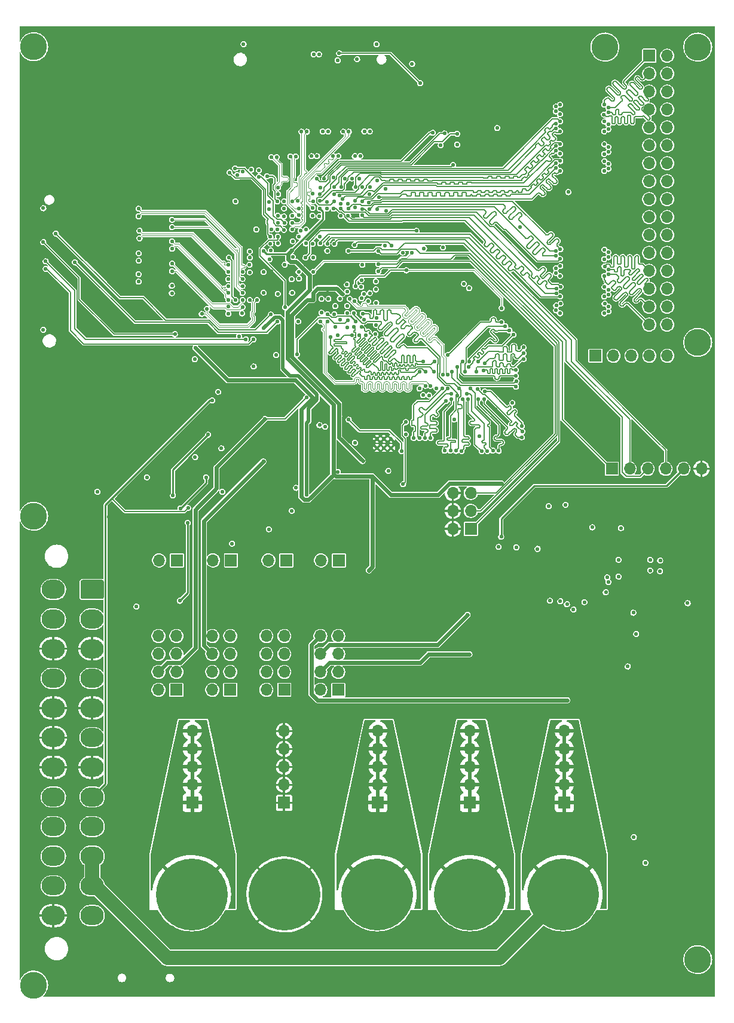
<source format=gbr>
%TF.GenerationSoftware,KiCad,Pcbnew,(5.99.0-3304-gcc86630f1-dirty)*%
%TF.CreationDate,2021-01-15T17:35:11+01:00*%
%TF.ProjectId,FD,46442e6b-6963-4616-945f-706362585858,rev?*%
%TF.SameCoordinates,Original*%
%TF.FileFunction,Copper,L3,Inr*%
%TF.FilePolarity,Positive*%
%FSLAX46Y46*%
G04 Gerber Fmt 4.6, Leading zero omitted, Abs format (unit mm)*
G04 Created by KiCad (PCBNEW (5.99.0-3304-gcc86630f1-dirty)) date 2021-01-15 17:35:11*
%MOMM*%
%LPD*%
G01*
G04 APERTURE LIST*
%TA.AperFunction,ComponentPad*%
%ADD10O,3.300000X2.700000*%
%TD*%
%TA.AperFunction,ComponentPad*%
%ADD11R,1.700000X1.700000*%
%TD*%
%TA.AperFunction,ComponentPad*%
%ADD12O,1.700000X1.700000*%
%TD*%
%TA.AperFunction,ComponentPad*%
%ADD13C,10.160000*%
%TD*%
%TA.AperFunction,ComponentPad*%
%ADD14C,0.500000*%
%TD*%
%TA.AperFunction,ComponentPad*%
%ADD15C,3.800000*%
%TD*%
%TA.AperFunction,ViaPad*%
%ADD16C,0.560000*%
%TD*%
%TA.AperFunction,Conductor*%
%ADD17C,0.150000*%
%TD*%
%TA.AperFunction,Conductor*%
%ADD18C,0.244000*%
%TD*%
%TA.AperFunction,Conductor*%
%ADD19C,0.200000*%
%TD*%
%TA.AperFunction,Conductor*%
%ADD20C,0.209900*%
%TD*%
%TA.AperFunction,Conductor*%
%ADD21C,0.120000*%
%TD*%
%TA.AperFunction,Conductor*%
%ADD22C,2.000000*%
%TD*%
%TA.AperFunction,Conductor*%
%ADD23C,0.560000*%
%TD*%
%TA.AperFunction,Conductor*%
%ADD24C,0.250000*%
%TD*%
%TA.AperFunction,Conductor*%
%ADD25C,0.500000*%
%TD*%
%TA.AperFunction,Conductor*%
%ADD26C,0.100000*%
%TD*%
G04 APERTURE END LIST*
%TO.N,+3.3V*%
%TO.C,J2*%
%TA.AperFunction,ComponentPad*%
G36*
G01*
X146400001Y-100950000D02*
X149199999Y-100950000D01*
G75*
G02*
X149450000Y-101200001I0J-250001D01*
G01*
X149450000Y-103399999D01*
G75*
G02*
X149199999Y-103650000I-250001J0D01*
G01*
X146400001Y-103650000D01*
G75*
G02*
X146150000Y-103399999I0J250001D01*
G01*
X146150000Y-101200001D01*
G75*
G02*
X146400001Y-100950000I250001J0D01*
G01*
G37*
%TD.AperFunction*%
D10*
X147800000Y-106500000D03*
%TO.N,GND*%
X147800000Y-110700000D03*
%TO.N,+5V*%
X147800000Y-114900000D03*
%TO.N,GND*%
X147800000Y-119100000D03*
%TO.N,+5V*%
X147800000Y-123300000D03*
%TO.N,GND*%
X147800000Y-127500000D03*
%TO.N,ATX_POWEROK*%
X147800000Y-131700000D03*
%TO.N,Net-(J2-Pad9)*%
X147800000Y-135900000D03*
%TO.N,+12V*%
X147800000Y-140100000D03*
X147800000Y-144300000D03*
%TO.N,+3.3V*%
X147800000Y-148500000D03*
X142300000Y-102300000D03*
%TO.N,-12V*%
X142300000Y-106500000D03*
%TO.N,GND*%
X142300000Y-110700000D03*
%TO.N,Net-(J2-Pad16)*%
X142300000Y-114900000D03*
%TO.N,GND*%
X142300000Y-119100000D03*
X142300000Y-123300000D03*
X142300000Y-127500000D03*
%TO.N,Net-(J2-Pad20)*%
X142300000Y-131700000D03*
%TO.N,+5V*%
X142300000Y-135900000D03*
X142300000Y-140100000D03*
X142300000Y-144300000D03*
%TO.N,GND*%
X142300000Y-148500000D03*
%TD*%
D11*
%TO.N,Net-(J3-Pad1)*%
%TO.C,J3*%
X159720000Y-116530000D03*
D12*
%TO.N,+3.3V*%
X157180000Y-116530000D03*
%TO.N,Net-(J3-Pad1)*%
X159720000Y-113990000D03*
%TO.N,VCCAUX*%
X157180000Y-113990000D03*
%TO.N,Net-(J3-Pad1)*%
X159720000Y-111450000D03*
%TO.N,VCCFPGA_S1_1.2V*%
X157180000Y-111450000D03*
%TO.N,Net-(J3-Pad1)*%
X159720000Y-108910000D03*
%TO.N,VCCBRAM*%
X157180000Y-108910000D03*
%TD*%
D11*
%TO.N,Net-(J4-Pad1)*%
%TO.C,J4*%
X167364466Y-116530000D03*
D12*
%TO.N,+3.3V*%
X164824466Y-116530000D03*
%TO.N,Net-(J4-Pad1)*%
X167364466Y-113990000D03*
%TO.N,VCCAUX*%
X164824466Y-113990000D03*
%TO.N,Net-(J4-Pad1)*%
X167364466Y-111450000D03*
%TO.N,VCCFPGA_S1_1.2V*%
X164824466Y-111450000D03*
%TO.N,Net-(J4-Pad1)*%
X167364466Y-108910000D03*
%TO.N,VCCBRAM*%
X164824466Y-108910000D03*
%TD*%
D11*
%TO.N,Net-(J5-Pad1)*%
%TO.C,J5*%
X175008932Y-116530000D03*
D12*
%TO.N,+3.3V*%
X172468932Y-116530000D03*
%TO.N,Net-(J5-Pad1)*%
X175008932Y-113990000D03*
%TO.N,VCCAUX*%
X172468932Y-113990000D03*
%TO.N,Net-(J5-Pad1)*%
X175008932Y-111450000D03*
%TO.N,VCCFPGA_S1_1.2V*%
X172468932Y-111450000D03*
%TO.N,Net-(J5-Pad1)*%
X175008932Y-108910000D03*
%TO.N,VCCBRAM*%
X172468932Y-108910000D03*
%TD*%
D11*
%TO.N,Net-(J6-Pad1)*%
%TO.C,J6*%
X182653398Y-116530000D03*
D12*
%TO.N,+3.3V*%
X180113398Y-116530000D03*
%TO.N,Net-(J6-Pad1)*%
X182653398Y-113990000D03*
%TO.N,VCCAUX*%
X180113398Y-113990000D03*
%TO.N,Net-(J6-Pad1)*%
X182653398Y-111450000D03*
%TO.N,VCCFPGA_S1_1.2V*%
X180113398Y-111450000D03*
%TO.N,Net-(J6-Pad1)*%
X182653398Y-108910000D03*
%TO.N,VCCBRAM*%
X180113398Y-108910000D03*
%TD*%
D11*
%TO.N,VCCFPGA_S1_VREF_V1*%
%TO.C,J7*%
X159816602Y-98180000D03*
D12*
%TO.N,Net-(J7-Pad2)*%
X157276602Y-98180000D03*
%TD*%
D11*
%TO.N,VCCFPGA_S1_VREF_V2*%
%TO.C,J8*%
X167461068Y-98180000D03*
D12*
%TO.N,Net-(J8-Pad2)*%
X164921068Y-98180000D03*
%TD*%
D11*
%TO.N,VCCFPGA_S1_VREF_V3*%
%TO.C,J9*%
X175305030Y-98180000D03*
D12*
%TO.N,Net-(J9-Pad2)*%
X172765030Y-98180000D03*
%TD*%
D11*
%TO.N,VCCFPGA_S1_VREF_V4*%
%TO.C,J10*%
X182750000Y-98180000D03*
D12*
%TO.N,Net-(J10-Pad2)*%
X180210000Y-98180000D03*
%TD*%
D13*
%TO.N,-12V*%
%TO.C,J11*%
X161880000Y-145520000D03*
%TD*%
%TO.N,+5V*%
%TO.C,J12*%
X201330000Y-145520000D03*
%TD*%
%TO.N,+12V*%
%TO.C,J13*%
X214480000Y-145520000D03*
%TD*%
D11*
%TO.N,-12V*%
%TO.C,J14*%
X161980000Y-132520000D03*
D12*
X161980000Y-129980000D03*
X161980000Y-127440000D03*
X161980000Y-124900000D03*
X161980000Y-122360000D03*
%TD*%
D11*
%TO.N,+5V*%
%TO.C,J15*%
X201280000Y-132520000D03*
D12*
X201280000Y-129980000D03*
X201280000Y-127440000D03*
X201280000Y-124900000D03*
X201280000Y-122360000D03*
%TD*%
D11*
%TO.N,+12V*%
%TO.C,J16*%
X214680000Y-132520000D03*
D12*
X214680000Y-129980000D03*
X214680000Y-127440000D03*
X214680000Y-124900000D03*
X214680000Y-122360000D03*
%TD*%
D13*
%TO.N,+3.3V*%
%TO.C,J19*%
X188180000Y-145520000D03*
%TD*%
%TO.N,GND*%
%TO.C,J20*%
X175030000Y-145520000D03*
%TD*%
D11*
%TO.N,+3.3V*%
%TO.C,J21*%
X188280000Y-132520000D03*
D12*
X188280000Y-129980000D03*
X188280000Y-127440000D03*
X188280000Y-124900000D03*
X188280000Y-122360000D03*
%TD*%
D11*
%TO.N,GND*%
%TO.C,J22*%
X174980000Y-132520000D03*
D12*
X174980000Y-129980000D03*
X174980000Y-127440000D03*
X174980000Y-124900000D03*
X174980000Y-122360000D03*
%TD*%
D11*
%TO.N,VTRANS_1_1*%
%TO.C,J31*%
X226700000Y-26680000D03*
D12*
%TO.N,VTRANS_2_1*%
X229240000Y-26680000D03*
%TO.N,VTRANS_1_2*%
X226700000Y-29220000D03*
%TO.N,VTRANS_2_2*%
X229240000Y-29220000D03*
%TO.N,VTRANS_1_3*%
X226700000Y-31760000D03*
%TO.N,VTRANS_2_3*%
X229240000Y-31760000D03*
%TO.N,VTRANS_1_4*%
X226700000Y-34300000D03*
%TO.N,VTRANS_2_4*%
X229240000Y-34300000D03*
%TO.N,VTRANS_1_5*%
X226700000Y-36840000D03*
%TO.N,VTRANS_2_5*%
X229240000Y-36840000D03*
%TO.N,VTRANS_1_6*%
X226700000Y-39380000D03*
%TO.N,VTRANS_2_6*%
X229240000Y-39380000D03*
%TO.N,VTRANS_1_7*%
X226700000Y-41920000D03*
%TO.N,VTRANS_2_7*%
X229240000Y-41920000D03*
%TO.N,VTRANS_1_8*%
X226700000Y-44460000D03*
%TO.N,VTRANS_2_8*%
X229240000Y-44460000D03*
%TO.N,VTRANS_3_1*%
X226700000Y-47000000D03*
%TO.N,VTRANS_4_1*%
X229240000Y-47000000D03*
%TO.N,VTRANS_3_2*%
X226700000Y-49540000D03*
%TO.N,VTRANS_4_2*%
X229240000Y-49540000D03*
%TO.N,VTRANS_3_3*%
X226700000Y-52080000D03*
%TO.N,VTRANS_4_3*%
X229240000Y-52080000D03*
%TO.N,VTRANS_3_4*%
X226700000Y-54620000D03*
%TO.N,VTRANS_4_4*%
X229240000Y-54620000D03*
%TO.N,VTRANS_3_5*%
X226700000Y-57160000D03*
%TO.N,VTRANS_4_5*%
X229240000Y-57160000D03*
%TO.N,VTRANS_3_6*%
X226700000Y-59700000D03*
%TO.N,VTRANS_4_6*%
X229240000Y-59700000D03*
%TO.N,VTRANS_3_7*%
X226700000Y-62240000D03*
%TO.N,VTRANS_4_7*%
X229240000Y-62240000D03*
%TO.N,VTRANS_3_8*%
X226700000Y-64780000D03*
%TO.N,VTRANS_4_8*%
X229240000Y-64780000D03*
%TD*%
D11*
%TO.N,Net-(D8-Pad1)*%
%TO.C,J32*%
X221400000Y-85200000D03*
D12*
%TO.N,Net-(D7-Pad1)*%
X223940000Y-85200000D03*
%TO.N,Net-(D6-Pad1)*%
X226480000Y-85200000D03*
%TO.N,Net-(D5-Pad1)*%
X229020000Y-85200000D03*
%TO.N,VCCAUX*%
X231560000Y-85200000D03*
%TO.N,GND*%
X234100000Y-85200000D03*
%TD*%
D11*
%TO.N,/fgpa-logic/m0*%
%TO.C,J33*%
X201430000Y-93710000D03*
D12*
%TO.N,GND*%
X198890000Y-93710000D03*
%TO.N,/fgpa-logic/m1*%
X201430000Y-91170000D03*
%TO.N,GND*%
X198890000Y-91170000D03*
%TO.N,/fgpa-logic/m2*%
X201430000Y-88630000D03*
%TO.N,GND*%
X198890000Y-88630000D03*
%TD*%
D14*
%TO.N,GND*%
%TO.C,U10*%
X188135000Y-82255000D03*
X190135000Y-80955000D03*
X189135000Y-80955000D03*
X189135000Y-82255000D03*
X188135000Y-80955000D03*
X190135000Y-82255000D03*
%TD*%
D11*
%TO.N,Net-(C11-Pad2)*%
%TO.C,J30*%
X219100000Y-69200000D03*
D12*
X221640000Y-69200000D03*
X224180000Y-69200000D03*
X226720000Y-69200000D03*
X229260000Y-69200000D03*
%TD*%
D15*
%TO.N,N/C*%
%TO.C,REF\u002A\u002A*%
X139510000Y-25404999D03*
%TD*%
%TO.N,N/C*%
%TO.C,REF\u002A\u002A*%
X233570000Y-154750000D03*
%TD*%
%TO.N,N/C*%
%TO.C,REF\u002A\u002A*%
X233570000Y-25444999D03*
%TD*%
%TO.N,N/C*%
%TO.C,REF\u002A\u002A*%
X139510000Y-158360000D03*
%TD*%
%TO.N,N/C*%
%TO.C,REF\u002A\u002A*%
X139510000Y-91920000D03*
%TD*%
%TO.N,N/C*%
%TO.C,REF\u002A\u002A*%
X233570000Y-67300000D03*
%TD*%
%TO.N,N/C*%
%TO.C,REF\u002A\u002A*%
X220440000Y-25444999D03*
%TD*%
D16*
%TO.N,VCCFPGA_S1_MGT*%
X155540000Y-86410000D03*
%TO.N,ATX_POWEROK*%
X161380000Y-90780000D03*
%TO.N,VCCDDR_1.35V_VREF*%
X192300000Y-57090000D03*
X185100000Y-59330000D03*
X176790000Y-69010000D03*
X191600000Y-82700000D03*
X183990000Y-64200000D03*
X205810000Y-62430000D03*
X184140000Y-78260000D03*
%TO.N,GND*%
X189100000Y-57180000D03*
X204900000Y-76800000D03*
X181110000Y-81270000D03*
X188620000Y-50610000D03*
X232380000Y-102880000D03*
X211400000Y-47600000D03*
X163500000Y-58900000D03*
X167970000Y-85480000D03*
X215270000Y-82200000D03*
X151870000Y-80530000D03*
X194460000Y-80070000D03*
X165980000Y-57531802D03*
X202400000Y-62800000D03*
X182300000Y-92700000D03*
X207400000Y-81300000D03*
X168160000Y-60310000D03*
X233000000Y-45600000D03*
X166300000Y-94800000D03*
X162300000Y-53800000D03*
X160800000Y-61000000D03*
X213890000Y-96510000D03*
X192594540Y-67345000D03*
X201500000Y-82700000D03*
X177950000Y-66520000D03*
X154000000Y-68100000D03*
X174110000Y-48340000D03*
X199430000Y-55360000D03*
X183100000Y-62204999D03*
X212740000Y-69710000D03*
X193210000Y-56630000D03*
X192900000Y-91700000D03*
X173140000Y-57260000D03*
X179060000Y-50320000D03*
X212650000Y-68020000D03*
X185070000Y-49269999D03*
X171080000Y-63290000D03*
X208260000Y-74720000D03*
X154500000Y-92300000D03*
X216856250Y-83400000D03*
X176880000Y-42590000D03*
X152800000Y-95200000D03*
X212700000Y-71360000D03*
X206165000Y-72640001D03*
X173200000Y-35100000D03*
X200930000Y-77810000D03*
X167130000Y-79660000D03*
X198200000Y-61630000D03*
X173520000Y-76510000D03*
X183090000Y-58280000D03*
X218400000Y-78100000D03*
X234356250Y-98650000D03*
X216830000Y-96080000D03*
X205913266Y-66256734D03*
X204920000Y-63250000D03*
X203820000Y-62230000D03*
X212660000Y-79090000D03*
X157900000Y-46100000D03*
X214800000Y-50000000D03*
X182170000Y-71270000D03*
X215840000Y-101460000D03*
X158800000Y-82800000D03*
X167140000Y-81200000D03*
X169120000Y-50320000D03*
X159400000Y-74300000D03*
X167100000Y-47320000D03*
X186900000Y-65100000D03*
X173130000Y-46250000D03*
X196200000Y-53710000D03*
X178048290Y-56291710D03*
X196520000Y-51470000D03*
X198218266Y-77398266D03*
X167080000Y-87160000D03*
X150300000Y-62700000D03*
X206700000Y-74500000D03*
X207600000Y-70010000D03*
X198900000Y-59280000D03*
X150190000Y-92060000D03*
X192000000Y-39600000D03*
X169800000Y-35100000D03*
X176069999Y-52180000D03*
X176180000Y-57320000D03*
X148730000Y-91360000D03*
X200100000Y-72300000D03*
X166100000Y-92000000D03*
X202650000Y-60850000D03*
X179480000Y-82070000D03*
X199800000Y-33600000D03*
X222700000Y-48000000D03*
X208170000Y-67070000D03*
X204700000Y-81700000D03*
X173460000Y-88780000D03*
X180000000Y-58200000D03*
X191400000Y-35500000D03*
X208500000Y-75900000D03*
X223756250Y-93600000D03*
X201220000Y-79980000D03*
X161700000Y-56900000D03*
X164500000Y-56000000D03*
X181120000Y-49350000D03*
X203100000Y-66500000D03*
X170090000Y-59290000D03*
X171150000Y-49290000D03*
X173582500Y-82642500D03*
X173620000Y-66440000D03*
X177950000Y-68890000D03*
X170600000Y-92800000D03*
X185150000Y-60280000D03*
X164200000Y-52400000D03*
X223100000Y-73700000D03*
X184920000Y-85100000D03*
X181100000Y-60300000D03*
X199090000Y-80490000D03*
X184100000Y-45320000D03*
%TO.N,+3.3V*%
X169240000Y-25030000D03*
X223670000Y-113220000D03*
X222700000Y-93600000D03*
X215976250Y-105148245D03*
X140870000Y-65510000D03*
X218656250Y-93500000D03*
X188080000Y-25030000D03*
X193110000Y-27830000D03*
X140880000Y-48280000D03*
X162320000Y-69680000D03*
%TO.N,+5V*%
X180785000Y-79235000D03*
X154070000Y-104710000D03*
X176680000Y-87910000D03*
%TO.N,Net-(C1-Pad1)*%
X228240000Y-99710000D03*
X228260000Y-98200000D03*
%TO.N,Net-(C4-Pad1)*%
X222340000Y-98090000D03*
X222350000Y-100460000D03*
%TO.N,Net-(C7-Pad1)*%
X220910023Y-101241838D03*
X214860816Y-90295434D03*
%TO.N,Net-(C8-Pad1)*%
X212456250Y-90500000D03*
X220756250Y-100600000D03*
%TO.N,Net-(C9-Pad1)*%
X212656250Y-103900000D03*
X210890000Y-96550000D03*
X220556250Y-102700000D03*
%TO.N,VCCBRAM*%
X215090000Y-117980000D03*
X170110000Y-57360000D03*
X176060000Y-58330000D03*
X172087494Y-57312506D03*
X176110000Y-60270000D03*
X174086629Y-60399883D03*
X177110000Y-58250000D03*
X175075001Y-56275001D03*
X170680000Y-70710000D03*
%TO.N,VCCFPGA_S1_1.2V*%
X200970000Y-105890000D03*
X172060000Y-84170000D03*
%TO.N,VCCAUX*%
X170130001Y-54390000D03*
X172070000Y-54320000D03*
X162440000Y-68080000D03*
X205740000Y-87270000D03*
X181100000Y-54310000D03*
X182990000Y-47640000D03*
X180040000Y-48330000D03*
X176032089Y-54282087D03*
X205740000Y-94840000D03*
X181970000Y-43900000D03*
X179130000Y-55250000D03*
X186980000Y-99600000D03*
%TO.N,VCCDDR_1.35V*%
X207320000Y-75880000D03*
X182610000Y-85635102D03*
X182780000Y-77750000D03*
X199060000Y-78220000D03*
X186100000Y-84100000D03*
X192200000Y-80300000D03*
X181100000Y-63300000D03*
X202610000Y-80590000D03*
X183240000Y-60440000D03*
X179080000Y-61270000D03*
X185100000Y-64300000D03*
%TO.N,VCCFPGA_S1_MGT*%
X168090000Y-61300000D03*
X169010000Y-63190000D03*
X167170000Y-55305000D03*
X148550000Y-88440000D03*
%TO.N,Net-(D1-Pad1)*%
X224456250Y-105600000D03*
X214108239Y-103969998D03*
%TO.N,Net-(D2-Pad1)*%
X224856250Y-108600000D03*
X215056250Y-104400000D03*
%TO.N,Net-(D5-Pad1)*%
X180100000Y-53270000D03*
%TO.N,Net-(D6-Pad1)*%
X182110000Y-53310000D03*
%TO.N,Net-(D7-Pad1)*%
X181100000Y-53300000D03*
%TO.N,Net-(D8-Pad1)*%
X184110000Y-54310000D03*
%TO.N,ATX_POWEROK*%
X224520000Y-137390000D03*
X164800000Y-75520000D03*
%TO.N,Net-(J2-Pad9)*%
X226170000Y-141030000D03*
%TO.N,VCCFPGA_S1_VREF_V1*%
X189230000Y-53540000D03*
X201180000Y-59620000D03*
X192240000Y-78590000D03*
X191840000Y-87380000D03*
%TO.N,VCCFPGA_S1_VREF_V2*%
X168110000Y-47290000D03*
%TO.N,VCCFPGA_S1_VREF_V3*%
X174100000Y-52300000D03*
X175110000Y-62300000D03*
X174120000Y-49320000D03*
%TO.N,VCCFPGA_S1_VREF_V4*%
X173860000Y-69080000D03*
%TO.N,/fgpa-logic/m0*%
X188350000Y-54360000D03*
%TO.N,/fgpa-logic/m1*%
X188320000Y-56240000D03*
%TO.N,/fgpa-logic/m2*%
X188330000Y-57200000D03*
%TO.N,VCCFPGA_S1_PG*%
X161340000Y-92830000D03*
X160210000Y-103910000D03*
%TO.N,VCCFPGA_S1_VARIABLE_V1*%
X184980000Y-53490000D03*
X190210000Y-53610000D03*
X176080000Y-91140000D03*
X186080000Y-56300000D03*
%TO.N,VCCFPGA_S1_VARIABLE_V2*%
X167620000Y-95790000D03*
X171050000Y-51290000D03*
%TO.N,VCCFPGA_S1_VARIABLE_V3*%
X172849989Y-47378279D03*
X172850000Y-93760000D03*
X176150000Y-49370000D03*
X173150000Y-51270000D03*
X178990000Y-46230000D03*
X174120000Y-53280001D03*
%TO.N,VCCFPGA_S1_VARIABLE_V4*%
X172100000Y-65300000D03*
X168610406Y-66410420D03*
X178140000Y-88900000D03*
X176985000Y-64301326D03*
%TO.N,Net-(R5-Pad1)*%
X226856250Y-98100000D03*
X226856250Y-99600000D03*
%TO.N,VCCFPGA_S0_PG*%
X166110000Y-82310000D03*
X165660000Y-74290000D03*
X166230000Y-88460000D03*
X162380000Y-83540000D03*
%TO.N,Net-(R34-Pad1)*%
X163940000Y-86420000D03*
X160320000Y-90810000D03*
%TO.N,Net-(R35-Pad1)*%
X164230000Y-80370000D03*
X159240000Y-88990000D03*
%TO.N,Net-(R42-Pad1)*%
X189735000Y-85505000D03*
X180000000Y-79020000D03*
X185035000Y-81505000D03*
%TO.N,FLASH_CONFIG_CLK*%
X208390000Y-50930000D03*
X176200000Y-55200000D03*
%TO.N,Net-(R46-Pad2)*%
X183600000Y-44080000D03*
%TO.N,VTRANS_OE*%
X215250000Y-46000000D03*
X180060000Y-52340000D03*
%TO.N,Net-(R48-Pad2)*%
X172095000Y-60240000D03*
%TO.N,Net-(R51-Pad2)*%
X193750000Y-51500000D03*
X178018551Y-55270869D03*
%TO.N,Net-(R52-Pad2)*%
X191770000Y-54570000D03*
X177040000Y-57310000D03*
%TO.N,Net-(R53-Pad2)*%
X193082697Y-54570515D03*
X179072812Y-57316233D03*
%TO.N,Net-(R61-Pad2)*%
X197500000Y-53860000D03*
X172902911Y-55507089D03*
%TO.N,FLASH_CONFIG_IO_3*%
X180150000Y-45370000D03*
X205170000Y-36930000D03*
%TO.N,FLASH_CONFIG_IO_2*%
X180070000Y-46290000D03*
X199490000Y-37740000D03*
%TO.N,FLASH_CONFIG_IO_0*%
X197700000Y-37700000D03*
X179600000Y-44100000D03*
%TO.N,Net-(R66-Pad1)*%
X197160000Y-39350000D03*
X199510000Y-39260000D03*
%TO.N,FLASH_CONFIG_IO_1*%
X180650000Y-44090000D03*
X196050000Y-37600000D03*
%TO.N,DDR_CK_N*%
X198120000Y-71894670D03*
X184980000Y-61450000D03*
%TO.N,DDR_CK_P*%
X197440000Y-71894670D03*
X184280000Y-61130000D03*
%TO.N,RN1_5*%
X214111961Y-54088143D03*
X184090000Y-48350000D03*
%TO.N,RN1_6*%
X187080000Y-48380052D03*
X213517256Y-54374376D03*
%TO.N,RN1_7*%
X188140000Y-48430000D03*
X213507117Y-55055050D03*
%TO.N,RN1_8*%
X214070000Y-55470000D03*
X186076404Y-48380052D03*
%TO.N,RN3_5*%
X214121961Y-61798143D03*
X183033266Y-49366734D03*
%TO.N,RN3_6*%
X213527256Y-62084376D03*
X181080000Y-48340000D03*
%TO.N,RN3_7*%
X179980000Y-49410000D03*
X213517117Y-62765050D03*
%TO.N,RN3_8*%
X179010000Y-49320000D03*
X214080000Y-63180000D03*
%TO.N,RN4_5*%
X214131961Y-59398143D03*
X183040000Y-48350000D03*
%TO.N,RN4_6*%
X186040000Y-49290053D03*
X213537256Y-59684376D03*
%TO.N,RN4_7*%
X213527117Y-60365050D03*
X184060000Y-49330000D03*
%TO.N,RN4_8*%
X214090000Y-60780000D03*
X181990000Y-48340000D03*
%TO.N,FPGA_SER_TX*%
X178060000Y-53280000D03*
X207880000Y-96320000D03*
%TO.N,FPGA_SER_RX*%
X179050000Y-53320000D03*
X205370000Y-96260000D03*
%TO.N,Net-(R10-Pad1)*%
X217520000Y-104090000D03*
X232150000Y-104250000D03*
%TO.N,DDR_A10*%
X198790000Y-71410000D03*
X207840000Y-73590000D03*
X186600000Y-66250000D03*
%TO.N,DDR_NRAS*%
X186270000Y-64110000D03*
X197360000Y-73840000D03*
X193340000Y-80820000D03*
%TO.N,DDR_BA2*%
X186142003Y-63209999D03*
X199340000Y-82660000D03*
X199770000Y-73820000D03*
%TO.N,DDR_A6*%
X188030000Y-61680000D03*
X208920000Y-68010000D03*
X202470000Y-69980000D03*
%TO.N,DDR_A2*%
X187980000Y-59800000D03*
X204560000Y-82640000D03*
X201350000Y-73850000D03*
%TO.N,DDR_A15*%
X199500000Y-70800000D03*
X187910000Y-66110000D03*
X207860000Y-72800000D03*
%TO.N,DDR_CKE*%
X187990000Y-64800000D03*
X198180000Y-69090000D03*
X205770000Y-64450000D03*
%TO.N,DDR_A12*%
X200580000Y-71470000D03*
X188060000Y-63800000D03*
X206320000Y-65020000D03*
%TO.N,DDR_A8*%
X203390000Y-70290000D03*
X208920000Y-68820000D03*
X186910000Y-61430000D03*
%TO.N,DDR_A0*%
X203770000Y-82700000D03*
X187114678Y-60311935D03*
X200881806Y-74580866D03*
%TO.N,DDR_A11*%
X182880000Y-61100000D03*
X202230000Y-71450000D03*
X208930000Y-69630000D03*
%TO.N,DDR_A13*%
X187970000Y-58654989D03*
X208660000Y-79140000D03*
X203380000Y-74250000D03*
%TO.N,DDR_DQS_N*%
X195720000Y-73444618D03*
X181100000Y-64310000D03*
%TO.N,DDR_DQS_P*%
X195040000Y-73444618D03*
X180100000Y-64300000D03*
%TO.N,DDR_NCAS*%
X198170000Y-73840000D03*
X180270000Y-63090000D03*
X194140000Y-80840000D03*
%TO.N,DDR_NCS*%
X197740000Y-82640000D03*
X198690000Y-75360000D03*
X180270000Y-61120000D03*
%TO.N,DDR_DM*%
X181600000Y-66510000D03*
X194180000Y-71480000D03*
%TO.N,DDR_A1*%
X207480000Y-66190000D03*
X182100000Y-63300000D03*
X201110000Y-70790000D03*
%TO.N,DDR_ODT*%
X181250000Y-61120000D03*
X197920000Y-75600000D03*
X195740000Y-80830000D03*
%TO.N,FLASH_CONFIG_CS*%
X198900000Y-42160000D03*
X182080000Y-47320000D03*
%TO.N,DDR_DQ6*%
X182600000Y-66260000D03*
X195500000Y-74790000D03*
%TO.N,DDR_DQ2*%
X194690000Y-74770000D03*
X182270000Y-65130000D03*
%TO.N,DDR_DQ0*%
X194180000Y-73830000D03*
X182910000Y-64110000D03*
%TO.N,DDR_NWE*%
X182240000Y-62140000D03*
X198680000Y-74570000D03*
X194930000Y-80820000D03*
%TO.N,DDR_A3*%
X200270000Y-75380000D03*
X185940000Y-61040000D03*
X200120000Y-82680000D03*
%TO.N,DDR_DQ4*%
X196580000Y-73800000D03*
X183920000Y-65140000D03*
%TO.N,DDR_BA1*%
X200310000Y-69990000D03*
X183900000Y-63110000D03*
X207830000Y-72000000D03*
%TO.N,DDR_A4*%
X183910000Y-62130000D03*
X206910000Y-65610000D03*
X201210001Y-70024267D03*
%TO.N,DDR_A7*%
X202470000Y-75350000D03*
X183880000Y-59090000D03*
X205380000Y-82660000D03*
%TO.N,DDR_A5*%
X202960000Y-82710000D03*
X201078370Y-75356298D03*
X186280000Y-60430000D03*
%TO.N,DDR_DQ7*%
X196250000Y-71420000D03*
X184880000Y-65100000D03*
%TO.N,DDR_DQ5*%
X185610000Y-66250000D03*
X196300000Y-69980000D03*
%TO.N,DDR_BA0*%
X198540000Y-82630000D03*
X184870000Y-63109999D03*
X199520000Y-74820000D03*
%TO.N,FPGA-CLK-100*%
X189480000Y-48630000D03*
X185020000Y-48190000D03*
%TO.N,DDR_DQ1*%
X194990000Y-71470000D03*
X184600000Y-66250000D03*
%TO.N,DDR_DQ3*%
X185930000Y-65130000D03*
X194710000Y-70000000D03*
%TO.N,DDR_A14*%
X203280000Y-71300000D03*
X183910000Y-60100000D03*
X207830000Y-71190000D03*
%TO.N,DDR_A9*%
X208710000Y-79940000D03*
X202360000Y-73890000D03*
X185910000Y-59450000D03*
%TO.N,DDR_NRST*%
X203340000Y-75310000D03*
X208670000Y-80730000D03*
X185930000Y-58460000D03*
%TO.N,RN7_5*%
X214084844Y-35993093D03*
X182060000Y-45310000D03*
%TO.N,RN7_6*%
X183050000Y-45280000D03*
X213490139Y-36279326D03*
%TO.N,RN7_7*%
X180070000Y-47260000D03*
X213480000Y-36960000D03*
%TO.N,RN7_8*%
X185080000Y-45290000D03*
X214042883Y-37374950D03*
%TO.N,RN8_5*%
X214084844Y-33603093D03*
X184620000Y-44060000D03*
%TO.N,RN8_6*%
X213490139Y-33889326D03*
X185620000Y-44120000D03*
%TO.N,RN8_7*%
X213480000Y-34570000D03*
X187110000Y-45300000D03*
%TO.N,RN8_8*%
X214042883Y-34984950D03*
X188170000Y-44330000D03*
%TO.N,RN5_5*%
X214104536Y-41595568D03*
X185020000Y-47230000D03*
%TO.N,RN5_6*%
X186050000Y-47320000D03*
X213509831Y-41881801D03*
%TO.N,RN5_7*%
X188440000Y-46740000D03*
X213499692Y-42562475D03*
%TO.N,RN5_8*%
X214062575Y-42977425D03*
X187014144Y-47470051D03*
%TO.N,RN6_5*%
X214094844Y-39193093D03*
X182050000Y-46320000D03*
%TO.N,RN6_6*%
X182809657Y-46471164D03*
X213500139Y-39479326D03*
%TO.N,RN6_7*%
X183230000Y-46980000D03*
X213490000Y-40160000D03*
%TO.N,RN6_8*%
X186080000Y-45310000D03*
X214052883Y-40574950D03*
%TO.N,RN2_5*%
X189390000Y-45530000D03*
X214101961Y-56488143D03*
%TO.N,RN2_6*%
X187100000Y-46290000D03*
X213507256Y-56774376D03*
%TO.N,RN2_7*%
X181040000Y-47360000D03*
X213497117Y-57455050D03*
%TO.N,RN2_8*%
X214060000Y-57870000D03*
X183980000Y-47640000D03*
%TO.N,VTRANS_1_4*%
X220298039Y-35011857D03*
%TO.N,VTRANS_1_3*%
X220892744Y-34725624D03*
%TO.N,VTRANS_1_2*%
X220902883Y-34044950D03*
%TO.N,VTRANS_1_1*%
X220340000Y-33630000D03*
%TO.N,VTRANS_1_8*%
X220320912Y-37390512D03*
%TO.N,VTRANS_1_7*%
X220915617Y-37104279D03*
%TO.N,VTRANS_1_6*%
X220925756Y-36423605D03*
%TO.N,VTRANS_1_5*%
X220362873Y-36008655D03*
%TO.N,VTRANS_2_8*%
X220335295Y-42986233D03*
%TO.N,VTRANS_2_7*%
X220930000Y-42700000D03*
%TO.N,VTRANS_2_6*%
X220940139Y-42019326D03*
%TO.N,VTRANS_2_5*%
X220377256Y-41604376D03*
%TO.N,VTRANS_2_4*%
X220312422Y-40607578D03*
%TO.N,VTRANS_2_3*%
X220907127Y-40321345D03*
%TO.N,VTRANS_2_2*%
X220917266Y-39640671D03*
%TO.N,VTRANS_2_1*%
X220354383Y-39225721D03*
%TO.N,VTRANS_4_8*%
X220347153Y-63185562D03*
%TO.N,VTRANS_4_7*%
X220941858Y-62899329D03*
%TO.N,VTRANS_4_6*%
X220951997Y-62218655D03*
%TO.N,VTRANS_4_5*%
X220389114Y-61803705D03*
%TO.N,VTRANS_4_4*%
X220324280Y-60806907D03*
%TO.N,VTRANS_4_3*%
X220918985Y-60520674D03*
%TO.N,VTRANS_4_2*%
X220929124Y-59840000D03*
%TO.N,VTRANS_4_1*%
X220366241Y-59425050D03*
%TO.N,VTRANS_3_4*%
X220324280Y-55516907D03*
%TO.N,VTRANS_3_3*%
X220918985Y-55230674D03*
%TO.N,VTRANS_3_2*%
X220929124Y-54550000D03*
%TO.N,VTRANS_3_1*%
X220366241Y-54135050D03*
%TO.N,VTRANS_3_8*%
X220347153Y-57895562D03*
%TO.N,VTRANS_3_7*%
X220941858Y-57609329D03*
%TO.N,VTRANS_3_6*%
X220951997Y-56928655D03*
%TO.N,VTRANS_3_5*%
X220389114Y-56513705D03*
%TO.N,M20_PTX0F_P*%
X159099151Y-50976392D03*
X169090000Y-60300000D03*
%TO.N,M20_PTX1F_P*%
X167100000Y-61300000D03*
X159120000Y-54020000D03*
%TO.N,M20_PTX2F_P*%
X169090000Y-62290000D03*
X159110000Y-57200000D03*
%TO.N,M20_PTX3F_P*%
X167080000Y-63240000D03*
X159090000Y-60320000D03*
%TO.N,M20_PCLK0F_P*%
X171130000Y-61295000D03*
X163324557Y-63268841D03*
%TO.N,M20_PTX0F_N*%
X169090000Y-59300000D03*
X159099151Y-49916392D03*
%TO.N,M20_PTX1F_N*%
X159120000Y-52960000D03*
X167100000Y-60300000D03*
%TO.N,M20_PTX2F_N*%
X159110000Y-56140000D03*
X169090000Y-61290000D03*
%TO.N,M20_PTX3F_N*%
X159090000Y-59260000D03*
X167080000Y-62240000D03*
%TO.N,M20_PCLK0F_N*%
X170100000Y-61290000D03*
X164074091Y-62519307D03*
%TO.N,M20_USBD_N*%
X141220000Y-55810000D03*
X169570000Y-66865420D03*
%TO.N,M20_USBD_P*%
X141220000Y-56870000D03*
X170630000Y-66865420D03*
%TO.N,M22_PE_SUSCLK_MGT*%
X174980000Y-51340000D03*
X168054988Y-42620102D03*
%TO.N,M22_MFG_CLK*%
X174060000Y-51320000D03*
X168340000Y-43560000D03*
%TO.N,M22_MFG_DATA*%
X173050000Y-52330000D03*
X167270000Y-43210000D03*
%TO.N,M22_PE_NWAKE_MGT*%
X169148266Y-43071734D03*
X172849989Y-48378279D03*
%TO.N,M22_PE_NCLKREQ_MGT*%
X174110000Y-50330000D03*
X170330000Y-42850000D03*
%TO.N,M22_PE_NRST_MGT*%
X175010000Y-50350000D03*
X171440000Y-43820000D03*
%TO.N,M22_SMB_NALERT*%
X174970000Y-49430000D03*
X171416482Y-42903518D03*
%TO.N,M22_SMB_DATA*%
X172560000Y-43750000D03*
X174010000Y-47310000D03*
%TO.N,M22_USBD_P*%
X179160000Y-26470002D03*
%TO.N,M22_USBD_N*%
X179920000Y-26470002D03*
%TO.N,M22_VIO_Q*%
X182790000Y-26340000D03*
X194270000Y-30570000D03*
%TO.N,M22_VIO*%
X182570000Y-27330000D03*
X185330000Y-27170000D03*
%TO.N,M20_PRX3_P*%
X154375000Y-58685000D03*
X167070000Y-59350000D03*
%TO.N,M20_PRX3_N*%
X154375000Y-57625000D03*
X167070000Y-58350000D03*
%TO.N,M20_PRX2_P*%
X170090000Y-56280000D03*
X154404031Y-55709925D03*
%TO.N,M20_PRX2_N*%
X170130000Y-55300000D03*
X154404031Y-54649925D03*
%TO.N,M20_PRX1_P*%
X167090000Y-57310000D03*
X154510000Y-52539929D03*
%TO.N,M20_PRX1_N*%
X154510000Y-51479929D03*
X167090000Y-56310000D03*
%TO.N,M20_PRX0_P*%
X154371719Y-49416266D03*
X169080000Y-58290000D03*
%TO.N,M20_PRX0_N*%
X154371719Y-48356266D03*
X169080000Y-57290000D03*
%TO.N,M20_VIO*%
X140870000Y-53080000D03*
X159510000Y-66130000D03*
%TO.N,M22_PTX3F_P*%
X177050000Y-49300000D03*
X175890000Y-40955658D03*
%TO.N,M22_PTX2F_P*%
X178890000Y-40910000D03*
X174983278Y-48300001D03*
%TO.N,M22_PTX1F_P*%
X179050000Y-48260000D03*
X181910000Y-40880000D03*
%TO.N,M22_PTX0F_P*%
X185000000Y-40900000D03*
X177310000Y-51470000D03*
%TO.N,M22_PTX3F_N*%
X177040000Y-48330000D03*
X176650000Y-40955658D03*
%TO.N,M22_PTX2F_N*%
X174983278Y-47300000D03*
X179650000Y-40910000D03*
%TO.N,M22_PTX1F_N*%
X182670000Y-40880000D03*
X179070000Y-47300000D03*
%TO.N,M22_PTX0F_N*%
X185760000Y-40900000D03*
X178090000Y-51310000D03*
%TO.N,M22_PRX3_P*%
X177450000Y-37450000D03*
X176170000Y-47340000D03*
%TO.N,M22_PRX3_N*%
X178210000Y-37450000D03*
X176930000Y-47250000D03*
%TO.N,M22_PRX2_P*%
X180440000Y-37410000D03*
X173050000Y-53300000D03*
%TO.N,M22_PRX2_N*%
X181200000Y-37410000D03*
X173080000Y-54280000D03*
%TO.N,M22_PRX1_P*%
X176120000Y-50330000D03*
X183380000Y-37440000D03*
%TO.N,M22_PRX1_N*%
X176110000Y-51270000D03*
X184140000Y-37440000D03*
%TO.N,M22_PRX0_P*%
X176209330Y-52960053D03*
X186350000Y-37400000D03*
%TO.N,M22_PRX0_N*%
X187110000Y-37400000D03*
X177090000Y-52300000D03*
%TO.N,M22_PCLK0F_P*%
X173170000Y-41053158D03*
X174140000Y-46310000D03*
%TO.N,M22_PCLK0F_N*%
X174110000Y-45340000D03*
X173930000Y-41053158D03*
%TO.N,M20_NPLN*%
X173110000Y-63350000D03*
X142650000Y-51850000D03*
%TO.N,M20_PDIS*%
X174039335Y-64348461D03*
X145350000Y-55920000D03*
%TO.N,VCCAUX*%
X178140000Y-75120000D03*
X172290000Y-78140000D03*
X194810000Y-53970000D03*
X201240000Y-111470000D03*
X200460000Y-58980000D03*
%TD*%
D17*
%TO.N,ATX_POWEROK*%
X161380000Y-90780000D02*
X160894999Y-91265001D01*
X160894999Y-91265001D02*
X152425001Y-91265001D01*
D18*
X149672010Y-90317990D02*
X150640000Y-89350000D01*
X150640000Y-89350000D02*
X164470000Y-75520000D01*
D17*
X152425001Y-91265001D02*
X150640000Y-89480000D01*
X150640000Y-89480000D02*
X150640000Y-89350000D01*
D19*
%TO.N,VCCDDR_1.35V_VREF*%
X182090403Y-64590001D02*
X181320401Y-63819999D01*
D20*
X185769672Y-57910000D02*
X189210000Y-57910000D01*
D19*
X185680000Y-79800000D02*
X189879602Y-79800000D01*
D21*
X205810000Y-62430000D02*
X205810000Y-60990000D01*
X201910000Y-57090000D02*
X192300000Y-57090000D01*
D19*
X191600000Y-82700000D02*
X191600000Y-81520398D01*
D20*
X185100000Y-58579672D02*
X185769672Y-57910000D01*
D19*
X176790000Y-66899598D02*
X176790000Y-69010000D01*
X185680000Y-79800000D02*
X184140000Y-78260000D01*
X191600000Y-81520398D02*
X189879602Y-79800000D01*
X183599999Y-64590001D02*
X182090403Y-64590001D01*
D20*
X185100000Y-59330000D02*
X185100000Y-58579672D01*
D19*
X179869599Y-63819999D02*
X176790000Y-66899598D01*
D20*
X190030000Y-57090000D02*
X192300000Y-57090000D01*
D19*
X183990000Y-64200000D02*
X183599999Y-64590001D01*
D21*
X205810000Y-60990000D02*
X201910000Y-57090000D01*
D20*
X189210000Y-57910000D02*
X190030000Y-57090000D01*
D19*
X181320401Y-63819999D02*
X179869599Y-63819999D01*
D22*
%TO.N,+12V*%
X205500000Y-154500000D02*
X214480000Y-145520000D01*
X158430000Y-154500000D02*
X205500000Y-154500000D01*
X147800000Y-143870000D02*
X158430000Y-154500000D01*
X147800000Y-140100000D02*
X147800000Y-143870000D01*
D23*
%TO.N,VCCBRAM*%
X178883397Y-117120401D02*
X179742996Y-117980000D01*
X180113398Y-108910000D02*
X178883397Y-110140001D01*
X179742996Y-117980000D02*
X215090000Y-117980000D01*
X178883397Y-110140001D02*
X178883397Y-117120401D01*
%TO.N,VCCFPGA_S1_1.2V*%
X164824466Y-111450000D02*
X163594465Y-110219999D01*
X180113398Y-111450000D02*
X181423397Y-110140001D01*
X181423397Y-110140001D02*
X196719999Y-110140001D01*
X163594465Y-92635535D02*
X172060000Y-84170000D01*
X163594465Y-110219999D02*
X163594465Y-92635535D01*
X196719999Y-110140001D02*
X200970000Y-105890000D01*
%TO.N,VCCAUX*%
X176583405Y-72630011D02*
X166990011Y-72630011D01*
X187504897Y-86295103D02*
X187504897Y-99075103D01*
X175439990Y-62946812D02*
X178560000Y-59826802D01*
X177430000Y-76763394D02*
X179022361Y-75171033D01*
X178560000Y-57736802D02*
X176683199Y-55860001D01*
X177430000Y-89166802D02*
X177430000Y-76763394D01*
X198429598Y-87270000D02*
X205740000Y-87270000D01*
X166990011Y-72630011D02*
X162440000Y-68080000D01*
X175539999Y-54774177D02*
X176032089Y-54282087D01*
X179022361Y-75068967D02*
X176583405Y-72630011D01*
X187504897Y-86295103D02*
X182293199Y-86295103D01*
D24*
X180485001Y-48775001D02*
X180040000Y-48330000D01*
D23*
X179022361Y-75171033D02*
X179022361Y-75068967D01*
D24*
X205740000Y-94840000D02*
X205740000Y-92280000D01*
X210400000Y-87620000D02*
X229140000Y-87620000D01*
X180485001Y-49829175D02*
X180485001Y-48775001D01*
D23*
X177823199Y-89560001D02*
X177430000Y-89166802D01*
X190079794Y-88870000D02*
X196829598Y-88870000D01*
X175439990Y-69583332D02*
X175439990Y-62946812D01*
X178456801Y-89560001D02*
X177823199Y-89560001D01*
X181949999Y-85951903D02*
X181949999Y-86066803D01*
D18*
X231560000Y-85200000D02*
X229140000Y-87620000D01*
D24*
X176032089Y-54282087D02*
X180485001Y-49829175D01*
D23*
X176683199Y-55860001D02*
X175883199Y-55860001D01*
X187504897Y-99075103D02*
X186980000Y-99600000D01*
D24*
X205740000Y-92280000D02*
X210400000Y-87620000D01*
X175529175Y-54785001D02*
X176032089Y-54282087D01*
D23*
X187504897Y-86295103D02*
X190079794Y-88870000D01*
X175883199Y-55860001D02*
X175539999Y-55516801D01*
X178560000Y-59826802D02*
X178560000Y-57736802D01*
X181949999Y-76093341D02*
X175439990Y-69583332D01*
D24*
X172070000Y-54320000D02*
X172535001Y-54785001D01*
X172535001Y-54785001D02*
X175529175Y-54785001D01*
D23*
X196829598Y-88870000D02*
X198429598Y-87270000D01*
X181949999Y-85951903D02*
X181949999Y-76093341D01*
X182293199Y-86295103D02*
X181949999Y-85951903D01*
X175539999Y-55516801D02*
X175539999Y-54774177D01*
X181949999Y-86066803D02*
X178456801Y-89560001D01*
%TO.N,VCCDDR_1.35V*%
X179080000Y-60280000D02*
X179720001Y-59639999D01*
X179720001Y-59639999D02*
X182439999Y-59639999D01*
X182439999Y-59639999D02*
X183240000Y-60440000D01*
D19*
X181704681Y-63780001D02*
X182330401Y-63780001D01*
D23*
X179080000Y-61270000D02*
X179080000Y-60280000D01*
D18*
X185100000Y-64300000D02*
X184407001Y-63607001D01*
D19*
X181100000Y-63300000D02*
X181224680Y-63300000D01*
D23*
X182780000Y-75989948D02*
X176100000Y-69309948D01*
X186100000Y-84100000D02*
X182780000Y-80780000D01*
X176100000Y-69309948D02*
X176100000Y-63430000D01*
X176100000Y-63430000D02*
X178260000Y-61270000D01*
D19*
X182503401Y-63607001D02*
X184407001Y-63607001D01*
X182330401Y-63780001D02*
X182503401Y-63607001D01*
D23*
X182780000Y-80780000D02*
X182780000Y-77750000D01*
X178260000Y-61270000D02*
X179080000Y-61270000D01*
X182780000Y-77750000D02*
X182780000Y-75989948D01*
D19*
X181224680Y-63300000D02*
X181704681Y-63780001D01*
%TO.N,VCCFPGA_S1_MGT*%
X167170000Y-55305000D02*
X167580001Y-55715001D01*
X167580001Y-60790001D02*
X168090000Y-61300000D01*
X167580001Y-55715001D02*
X167580001Y-60790001D01*
%TO.N,Net-(D5-Pad1)*%
X227747139Y-81302861D02*
X227692139Y-81247861D01*
X229020000Y-85200000D02*
X229020000Y-82575722D01*
X227747139Y-81302861D02*
X216320028Y-69875750D01*
X216320028Y-69875750D02*
X216320028Y-66970028D01*
X181229999Y-51980001D02*
X180100000Y-53110000D01*
X229020000Y-82575722D02*
X227747139Y-81302861D01*
X201330001Y-51980001D02*
X181229999Y-51980001D01*
X180100000Y-53110000D02*
X180100000Y-53270000D01*
X216320028Y-66970028D02*
X201330001Y-51980001D01*
%TO.N,Net-(D6-Pad1)*%
X223435999Y-86250001D02*
X222889999Y-85704001D01*
X225429999Y-86250001D02*
X223435999Y-86250001D01*
X222889999Y-77889999D02*
X214900009Y-69900009D01*
X182110000Y-53250000D02*
X182110000Y-53310000D01*
X226480000Y-85200000D02*
X225429999Y-86250001D01*
X200614278Y-52740000D02*
X182620000Y-52740000D01*
X182620000Y-52740000D02*
X182110000Y-53250000D01*
X214900009Y-67025731D02*
X200614278Y-52740000D01*
X214900009Y-69900009D02*
X214900009Y-67025731D01*
X222889999Y-85704001D02*
X222889999Y-77889999D01*
%TO.N,Net-(D7-Pad1)*%
X181100000Y-53030000D02*
X181100000Y-53300000D01*
X215720009Y-66945731D02*
X201214278Y-52440000D01*
X197410000Y-52440000D02*
X181690000Y-52440000D01*
X197410000Y-52440000D02*
X197390000Y-52420000D01*
X201214278Y-52440000D02*
X197410000Y-52440000D01*
X215720009Y-69970009D02*
X215720009Y-66945731D01*
X223940000Y-85200000D02*
X223940000Y-78190000D01*
X223940000Y-78190000D02*
X215720009Y-69970009D01*
X181690000Y-52440000D02*
X181100000Y-53030000D01*
%TO.N,Net-(D8-Pad1)*%
X221020000Y-84820000D02*
X214400000Y-78200000D01*
X188830001Y-54150000D02*
X188830001Y-54129599D01*
X187689598Y-54310000D02*
X184110000Y-54310000D01*
X200409999Y-53229999D02*
X192047677Y-53229999D01*
X214400000Y-67220000D02*
X200409999Y-53229999D01*
X188830001Y-54129599D02*
X188580401Y-53879999D01*
X188119599Y-53879999D02*
X187689598Y-54310000D01*
X192047677Y-53229999D02*
X191127676Y-54150000D01*
X214400000Y-78200000D02*
X214400000Y-67220000D01*
X191127676Y-54150000D02*
X188830001Y-54150000D01*
X188580401Y-53879999D02*
X188119599Y-53879999D01*
D18*
%TO.N,ATX_POWEROK*%
X164800000Y-75520000D02*
X164470000Y-75520000D01*
X149672010Y-129827990D02*
X147800000Y-131700000D01*
X149672010Y-90317990D02*
X149672010Y-129827990D01*
D17*
%TO.N,VCCFPGA_S1_VREF_V1*%
X191744999Y-80518401D02*
X191744999Y-79085001D01*
X192119999Y-80893401D02*
X191744999Y-80518401D01*
X191840000Y-87380000D02*
X192119999Y-87100001D01*
X191744999Y-79085001D02*
X192240000Y-78590000D01*
X192119999Y-87100001D02*
X192119999Y-80893401D01*
%TO.N,VCCFPGA_S1_VREF_V3*%
X174100000Y-52710000D02*
X174100000Y-52300000D01*
X171614999Y-54001601D02*
X172831599Y-52785001D01*
X171614999Y-55061597D02*
X171614999Y-54001601D01*
X175110000Y-58556598D02*
X171614999Y-55061597D01*
X172831599Y-52785001D02*
X174024999Y-52785001D01*
X174024999Y-52785001D02*
X174100000Y-52710000D01*
X175110000Y-62300000D02*
X175110000Y-58556598D01*
%TO.N,/fgpa-logic/m0*%
X188720000Y-54730000D02*
X190936598Y-54730000D01*
X188350000Y-54360000D02*
X188720000Y-54730000D01*
X193684999Y-54114999D02*
X194224989Y-54654989D01*
X191551599Y-54114999D02*
X193684999Y-54114999D01*
X213880000Y-67210000D02*
X213880000Y-81260000D01*
X194224989Y-54654989D02*
X201324989Y-54654989D01*
X213880000Y-81260000D02*
X201430000Y-93710000D01*
X201324989Y-54654989D02*
X213880000Y-67210000D01*
X190936598Y-54730000D02*
X191551599Y-54114999D01*
%TO.N,/fgpa-logic/m1*%
X198551607Y-55564991D02*
X199211599Y-54904999D01*
X190989836Y-56230000D02*
X191654844Y-55564991D01*
X188330000Y-56230000D02*
X190989836Y-56230000D01*
X213620000Y-80387047D02*
X202837047Y-91170000D01*
X188320000Y-56240000D02*
X188330000Y-56230000D01*
X201034999Y-54904999D02*
X213620000Y-67490000D01*
X191654844Y-55564991D02*
X198551607Y-55564991D01*
X202837047Y-91170000D02*
X201430000Y-91170000D01*
X213620000Y-67490000D02*
X213620000Y-80387047D01*
X199211599Y-54904999D02*
X201034999Y-54904999D01*
%TO.N,/fgpa-logic/m2*%
X191758401Y-55815001D02*
X201395001Y-55815001D01*
X188840000Y-56690000D02*
X190883402Y-56690000D01*
X213369990Y-67789990D02*
X213369990Y-80283490D01*
X205023480Y-88630000D02*
X201430000Y-88630000D01*
X213369990Y-80283490D02*
X205023480Y-88630000D01*
X188330000Y-57200000D02*
X188840000Y-56690000D01*
X190883402Y-56690000D02*
X191758401Y-55815001D01*
X201395001Y-55815001D02*
X213369990Y-67789990D01*
D24*
%TO.N,VCCFPGA_S1_PG*%
X161340000Y-92830000D02*
X161340000Y-102780000D01*
X161340000Y-102780000D02*
X160210000Y-103910000D01*
D17*
%TO.N,VCCFPGA_S1_VARIABLE_V1*%
X184980000Y-53490000D02*
X185385001Y-53084999D01*
X185385001Y-53084999D02*
X189684999Y-53084999D01*
X189684999Y-53084999D02*
X190210000Y-53610000D01*
D25*
%TO.N,VCCFPGA_S1_VARIABLE_V4*%
X178140000Y-88900000D02*
X178140000Y-78757598D01*
X178140000Y-78757598D02*
X178450000Y-78447598D01*
X178450000Y-78447598D02*
X178450000Y-76634362D01*
X178450000Y-76634362D02*
X179652371Y-75431991D01*
X179652371Y-74686681D02*
X176965691Y-72000001D01*
X173681540Y-63718460D02*
X172100000Y-65300000D01*
X174809980Y-64186704D02*
X174341736Y-63718460D01*
X175827599Y-72000001D02*
X174809980Y-70982382D01*
X179652371Y-75431991D02*
X179652371Y-74686681D01*
X176965691Y-72000001D02*
X175827599Y-72000001D01*
X174809980Y-70982382D02*
X174809980Y-64186704D01*
X174341736Y-63718460D02*
X173681540Y-63718460D01*
D18*
%TO.N,Net-(R34-Pad1)*%
X163940000Y-86420000D02*
X163940000Y-87190000D01*
X163940000Y-87190000D02*
X160320000Y-90810000D01*
%TO.N,Net-(R35-Pad1)*%
X159240000Y-85360000D02*
X164230000Y-80370000D01*
X159240000Y-88990000D02*
X159240000Y-85360000D01*
D19*
%TO.N,Net-(R51-Pad2)*%
X178569999Y-54719421D02*
X178569999Y-53089599D01*
X178569999Y-53089599D02*
X180159598Y-51500000D01*
X178018551Y-55270869D02*
X178569999Y-54719421D01*
X180159598Y-51500000D02*
X193750000Y-51500000D01*
D21*
%TO.N,Net-(R53-Pad2)*%
X179072812Y-57316233D02*
X180589046Y-55799999D01*
X191557500Y-55329981D02*
X192323231Y-55329981D01*
X180589046Y-55799999D02*
X191087482Y-55799999D01*
X191087482Y-55799999D02*
X191557500Y-55329981D01*
X192323231Y-55329981D02*
X193082697Y-54570515D01*
D17*
%TO.N,FLASH_CONFIG_IO_2*%
X181514999Y-44485001D02*
X181514999Y-43681599D01*
X189118351Y-42129980D02*
X192956618Y-42129980D01*
X180605001Y-45754999D02*
X180605001Y-45394999D01*
X196241599Y-38844999D02*
X197385001Y-38844999D01*
X180070000Y-46290000D02*
X180605001Y-45754999D01*
X189113300Y-42124929D02*
X189118351Y-42129980D01*
X192956618Y-42129980D02*
X196241599Y-38844999D01*
X183071669Y-42124929D02*
X189113300Y-42124929D01*
X181514999Y-43681599D02*
X183071669Y-42124929D01*
X180605001Y-45394999D02*
X181514999Y-44485001D01*
X197385001Y-38844999D02*
X198490000Y-37740000D01*
X198490000Y-37740000D02*
X199490000Y-37740000D01*
%TO.N,FLASH_CONFIG_IO_0*%
X189216857Y-41874919D02*
X189221908Y-41879970D01*
X181264989Y-43578042D02*
X182968112Y-41874919D01*
X189221908Y-41879970D02*
X192853062Y-41879970D01*
X181264989Y-44148413D02*
X181264989Y-43578042D01*
X197033032Y-37700000D02*
X197700000Y-37700000D01*
X180868401Y-44545001D02*
X181264989Y-44148413D01*
X180045001Y-44545001D02*
X180868401Y-44545001D01*
X182968112Y-41874919D02*
X189216857Y-41874919D01*
X192853062Y-41879970D02*
X197033032Y-37700000D01*
X179600000Y-44100000D02*
X180045001Y-44545001D01*
%TO.N,FLASH_CONFIG_IO_1*%
X180650000Y-44090000D02*
X180650000Y-43839464D01*
X180650000Y-43839464D02*
X182864555Y-41624909D01*
X195590000Y-37600000D02*
X196050000Y-37600000D01*
X182864555Y-41624909D02*
X191565091Y-41624909D01*
X191565091Y-41624909D02*
X195590000Y-37600000D01*
D21*
%TO.N,DDR_CK_N*%
X192113933Y-63494591D02*
X192137121Y-63513082D01*
X194647602Y-63197973D02*
X194736481Y-63240775D01*
X186212376Y-61722283D02*
X186259932Y-61705642D01*
X185860000Y-62150000D02*
X185910067Y-62144359D01*
X192924498Y-64264291D02*
X192931098Y-64293206D01*
X186859932Y-62144359D02*
X186910000Y-62150000D01*
X194003291Y-63114978D02*
X193984188Y-63134081D01*
X192487319Y-62797977D02*
X192465368Y-62894152D01*
X195476670Y-66751290D02*
X195470070Y-66780205D01*
X192931098Y-64293206D02*
X192943966Y-64319928D01*
X184980000Y-61450000D02*
X185680000Y-62150000D01*
X195585005Y-64089299D02*
X195662133Y-64150806D01*
X186035912Y-62065286D02*
X186062717Y-62022624D01*
X196548863Y-65660550D02*
X196529760Y-65679653D01*
X196303293Y-66515302D02*
X196399469Y-66537254D01*
X193604255Y-62327499D02*
X193702903Y-62327498D01*
X192341955Y-63079262D02*
X192113933Y-63307283D01*
X192924498Y-64234633D02*
X192924498Y-64264291D01*
X194628146Y-65990254D02*
X194641014Y-66016976D01*
X195616513Y-66926648D02*
X195645428Y-66920048D01*
X193012367Y-64374476D02*
X193041282Y-64381076D01*
X193126578Y-64361607D02*
X193149766Y-64343116D01*
X195116247Y-64089300D02*
X195205126Y-64046497D01*
X186769714Y-62100913D02*
X186812376Y-62127718D01*
X194003290Y-62491964D02*
X194064797Y-62569091D01*
X196433529Y-64937823D02*
X196510657Y-64999330D01*
X196653172Y-65203543D02*
X196675122Y-65299718D01*
X193773022Y-65112815D02*
X193779622Y-65141730D01*
X192422566Y-62514273D02*
X192465368Y-62603153D01*
X196019589Y-66580056D02*
X196108469Y-66537254D01*
X195761846Y-64734899D02*
X195700339Y-64812026D01*
X194129550Y-62754146D02*
X194129551Y-62852796D01*
X186557623Y-61722283D02*
X186600285Y-61749088D01*
X185910067Y-62144359D02*
X185957623Y-62127718D01*
X192361059Y-63060159D02*
X192341955Y-63079262D01*
X195942463Y-66641562D02*
X196019589Y-66580056D01*
X186679358Y-61874933D02*
X186690641Y-61975068D01*
X192082573Y-63444682D02*
X192095441Y-63471403D01*
X196610370Y-65583423D02*
X196548863Y-65660550D01*
X195700339Y-64812026D02*
X195681236Y-64831129D01*
X196248475Y-64873070D02*
X196344650Y-64895021D01*
X197890000Y-69431674D02*
X197890000Y-71664670D01*
X195672150Y-66907179D02*
X195695338Y-66888688D01*
X195662133Y-64150806D02*
X195700338Y-64189012D01*
X192301241Y-63494591D02*
X193342073Y-62453759D01*
X194129551Y-62852796D02*
X194107600Y-62948971D01*
X195826599Y-64549844D02*
X195804648Y-64646019D01*
X194267723Y-63240776D02*
X194356602Y-63197973D01*
X195964771Y-64937824D02*
X196053650Y-64895021D01*
X194956124Y-63797495D02*
X194913322Y-63886375D01*
X193779622Y-65141730D02*
X193792490Y-65168452D01*
X196675122Y-65299718D02*
X196675123Y-65398368D01*
X193984188Y-63134081D02*
X192962458Y-64155808D01*
X196510657Y-64999330D02*
X196548862Y-65037536D01*
X195508030Y-66888688D02*
X195531218Y-66907179D01*
X194107600Y-62948971D02*
X194064798Y-63037851D01*
X192075973Y-63386108D02*
X192075973Y-63415766D01*
X197890000Y-71664670D02*
X198120000Y-71894670D01*
X195205126Y-64046497D02*
X195301303Y-64024547D01*
X195586854Y-66926648D02*
X195616513Y-66926648D01*
X196053650Y-64895021D02*
X196149827Y-64873071D01*
X194823626Y-66058655D02*
X194846814Y-66040164D01*
X193342073Y-62453759D02*
X193419199Y-62392252D01*
X195489538Y-66724568D02*
X195476670Y-66751290D01*
X196488348Y-66580056D02*
X196565475Y-66641562D01*
X194767989Y-66078124D02*
X194796904Y-66071524D01*
X196675123Y-65398368D02*
X196653172Y-65494543D01*
X193965085Y-62453758D02*
X194003290Y-62491964D01*
X194064797Y-62569091D02*
X194107600Y-62657971D01*
X195399951Y-64024546D02*
X195496126Y-64046497D01*
X192985646Y-64361607D02*
X193012367Y-64374476D01*
X193508078Y-62349449D02*
X193604255Y-62327499D01*
X186062717Y-62022624D02*
X186079358Y-61975068D01*
X196529760Y-65679653D02*
X195508030Y-66701380D01*
X186510067Y-61705642D02*
X186557623Y-61722283D01*
X197533663Y-67609749D02*
X197533663Y-69075337D01*
X193889806Y-65229600D02*
X193919465Y-65229600D01*
X192465368Y-62894152D02*
X192422566Y-62983032D01*
X194851814Y-63340488D02*
X194913321Y-63417615D01*
X192163842Y-63525951D02*
X192192757Y-63532551D01*
X193149766Y-64343116D02*
X194190597Y-63302283D01*
X194551427Y-63176022D02*
X194647602Y-63197973D01*
X195804648Y-64355019D02*
X195826598Y-64451194D01*
X193799078Y-62349449D02*
X193887957Y-62392251D01*
X192361059Y-62437146D02*
X192422566Y-62514273D01*
X196344650Y-64895021D02*
X196433529Y-64937823D01*
X185680000Y-62150000D02*
X185860000Y-62150000D01*
X196149827Y-64873071D02*
X196248475Y-64873070D01*
X193041282Y-64381076D02*
X193070941Y-64381076D01*
X196610369Y-65114663D02*
X196653172Y-65203543D01*
X194851815Y-63963502D02*
X194832712Y-63982605D01*
X195645428Y-66920048D02*
X195672150Y-66907179D01*
X195761845Y-64266139D02*
X195804648Y-64355019D01*
X194621546Y-65961339D02*
X194628146Y-65990254D01*
X196204644Y-66515302D02*
X196303293Y-66515302D01*
X193998290Y-65191640D02*
X195039121Y-64150807D01*
X192278053Y-63513082D02*
X192301241Y-63494591D01*
X193887957Y-62392251D02*
X193965085Y-62453758D01*
X194913321Y-63417615D02*
X194956124Y-63506495D01*
X186910000Y-62150000D02*
X192073914Y-62150000D01*
X194978074Y-63602670D02*
X194978075Y-63701320D01*
X186635912Y-61784715D02*
X186662717Y-61827377D01*
X195301303Y-64024547D02*
X195399951Y-64024546D01*
X194641014Y-65876044D02*
X194628146Y-65902766D01*
X193779622Y-65054242D02*
X193773022Y-65083157D01*
X186460000Y-61700000D02*
X186510067Y-61705642D01*
X192943966Y-64178996D02*
X192931098Y-64205718D01*
X193702903Y-62327498D02*
X193799078Y-62349449D01*
X193810982Y-65191640D02*
X193834170Y-65210131D01*
X192931098Y-64205718D02*
X192924498Y-64234633D01*
X195887645Y-64999331D02*
X195964771Y-64937824D01*
X192082573Y-63357193D02*
X192075973Y-63386108D01*
X186662717Y-61827377D02*
X186679358Y-61874933D01*
X194709415Y-66071524D02*
X194738330Y-66078124D01*
X186079358Y-61975068D02*
X186090641Y-61874933D01*
X193419199Y-62392252D02*
X193508078Y-62349449D01*
X192962458Y-64155808D02*
X192943966Y-64178996D01*
X195700338Y-64189012D02*
X195761845Y-64266139D01*
X186000285Y-62100913D02*
X186035912Y-62065286D01*
X193975102Y-65210131D02*
X193998290Y-65191640D01*
X192075973Y-63415766D02*
X192082573Y-63444682D01*
X192095441Y-63330471D02*
X192082573Y-63357193D01*
X186734087Y-62065286D02*
X186769714Y-62100913D01*
X192465368Y-62603153D02*
X192487319Y-62699328D01*
X192137121Y-63513082D02*
X192163842Y-63525951D01*
X192113933Y-63307283D02*
X192095441Y-63330471D01*
X194832712Y-63982605D02*
X193810982Y-65004332D01*
X194796904Y-66071524D02*
X194823626Y-66058655D01*
X192487319Y-62699328D02*
X192487319Y-62797977D01*
X194682694Y-66058655D02*
X194709415Y-66071524D01*
X192943966Y-64319928D02*
X192962458Y-64343116D01*
X194659506Y-65852856D02*
X194641014Y-65876044D01*
X196548862Y-65037536D02*
X196610369Y-65114663D01*
X194452779Y-63176023D02*
X194551427Y-63176022D01*
X195681236Y-64831129D02*
X194659506Y-65852856D01*
X195489538Y-66865500D02*
X195508030Y-66888688D01*
X192422566Y-62983032D02*
X192361059Y-63060159D01*
X192251331Y-63525951D02*
X192278053Y-63513082D01*
X194956124Y-63506495D02*
X194978074Y-63602670D01*
X194064798Y-63037851D02*
X194003291Y-63114978D01*
X195695338Y-66888688D02*
X195942463Y-66641562D01*
X194641014Y-66016976D02*
X194659506Y-66040164D01*
X196399469Y-66537254D02*
X196488348Y-66580056D01*
X186134087Y-61784715D02*
X186169714Y-61749088D01*
X186169714Y-61749088D02*
X186212376Y-61722283D01*
X186107282Y-61827377D02*
X186134087Y-61784715D01*
X186090641Y-61874933D02*
X186107282Y-61827377D01*
X192962458Y-64343116D02*
X192985646Y-64361607D01*
X193810982Y-65004332D02*
X193792490Y-65027520D01*
X195476670Y-66838778D02*
X195489538Y-66865500D01*
X192222416Y-63532551D02*
X192251331Y-63525951D01*
X193919465Y-65229600D02*
X193948380Y-65223000D01*
X194813609Y-63302282D02*
X194851814Y-63340488D01*
X193860891Y-65223000D02*
X193889806Y-65229600D01*
X194621546Y-65931681D02*
X194621546Y-65961339D01*
X195531218Y-66907179D02*
X195557939Y-66920048D01*
X186259932Y-61705642D02*
X186310000Y-61700000D01*
X192192757Y-63532551D02*
X192222416Y-63532551D01*
X186310000Y-61700000D02*
X186460000Y-61700000D01*
X194913322Y-63886375D02*
X194851815Y-63963502D01*
X186812376Y-62127718D02*
X186859932Y-62144359D01*
X194978075Y-63701320D02*
X194956124Y-63797495D01*
X195826598Y-64451194D02*
X195826599Y-64549844D01*
X193948380Y-65223000D02*
X193975102Y-65210131D01*
X186707282Y-62022624D02*
X186734087Y-62065286D01*
X193099856Y-64374476D02*
X193126578Y-64361607D01*
X196565475Y-66641562D02*
X197533663Y-67609749D01*
X195496126Y-64046497D02*
X195585005Y-64089299D01*
X197533663Y-69075337D02*
X197890000Y-69431674D01*
X194107600Y-62657971D02*
X194129550Y-62754146D01*
X196653172Y-65494543D02*
X196610370Y-65583423D01*
X194738330Y-66078124D02*
X194767989Y-66078124D01*
X185957623Y-62127718D02*
X186000285Y-62100913D01*
X194356602Y-63197973D02*
X194452779Y-63176023D01*
X193834170Y-65210131D02*
X193860891Y-65223000D01*
X193792490Y-65168452D02*
X193810982Y-65191640D01*
X192073914Y-62150000D02*
X192361059Y-62437146D01*
X193773022Y-65083157D02*
X193773022Y-65112815D01*
X195557939Y-66920048D02*
X195586854Y-66926648D01*
X195508030Y-66701380D02*
X195489538Y-66724568D01*
X186690641Y-61975068D02*
X186707282Y-62022624D01*
X195039121Y-64150807D02*
X195116247Y-64089300D01*
X193792490Y-65027520D02*
X193779622Y-65054242D01*
X192095441Y-63471403D02*
X192113933Y-63494591D01*
X195804648Y-64646019D02*
X195761846Y-64734899D01*
X194628146Y-65902766D02*
X194621546Y-65931681D01*
X186600285Y-61749088D02*
X186635912Y-61784715D01*
X196108469Y-66537254D02*
X196204644Y-66515302D01*
X194736481Y-63240775D02*
X194813609Y-63302282D01*
X195470070Y-66809863D02*
X195476670Y-66838778D01*
X195470070Y-66780205D02*
X195470070Y-66809863D01*
X193070941Y-64381076D02*
X193099856Y-64374476D01*
X194846814Y-66040164D02*
X195887645Y-64999331D01*
X194190597Y-63302283D02*
X194267723Y-63240776D01*
X194659506Y-66040164D02*
X194682694Y-66058655D01*
%TO.N,DDR_CK_P*%
X196155406Y-65224029D02*
X196184321Y-65217430D01*
X192136360Y-62704908D02*
X192142960Y-62733823D01*
X191973208Y-63812158D02*
X192062087Y-63854960D01*
X192580138Y-64200138D02*
X192580138Y-64298786D01*
X193593129Y-65447699D02*
X193670256Y-65509206D01*
X194987539Y-66357730D02*
X195064666Y-66296223D01*
X194518780Y-66357730D02*
X194607659Y-66400532D01*
X192158263Y-63876911D02*
X192256912Y-63876911D01*
X194627117Y-63695740D02*
X194614247Y-63722461D01*
X193290491Y-64660682D02*
X193367618Y-64599175D01*
X195475640Y-64456774D02*
X195482241Y-64485690D01*
X195523921Y-65836964D02*
X196105495Y-65255389D01*
X195747183Y-67249056D02*
X195836063Y-67206254D01*
X195913190Y-67144747D02*
X196160314Y-66897622D01*
X193493416Y-65332365D02*
X193554922Y-65409492D01*
X192910611Y-64703484D02*
X193006787Y-64725435D01*
X192602090Y-64394962D02*
X192644892Y-64483841D01*
X192602090Y-64103962D02*
X192580138Y-64200138D01*
X193759135Y-65552008D02*
X193855311Y-65573959D01*
X194614247Y-63581529D02*
X194627116Y-63608250D01*
X192136360Y-62792397D02*
X192123492Y-62819119D01*
X192142960Y-62733823D02*
X192142960Y-62763482D01*
X192123492Y-62819119D02*
X192105000Y-62842307D01*
X195462771Y-64430053D02*
X195475640Y-64456774D01*
X194277186Y-65995834D02*
X194299138Y-66092010D01*
X195147662Y-66940534D02*
X195190464Y-67029413D01*
X191731614Y-63351613D02*
X191731614Y-63450262D01*
X195251970Y-67106540D02*
X195290177Y-67144747D01*
X194614247Y-63722461D02*
X194595757Y-63745650D01*
X195475641Y-64544264D02*
X195462771Y-64570985D01*
X196347622Y-66897622D02*
X197240000Y-67790000D01*
X193450614Y-65243486D02*
X193493416Y-65332365D01*
X193554922Y-65409492D02*
X193593129Y-65447699D01*
X195456183Y-67249056D02*
X195552359Y-67271007D01*
X192519094Y-63750651D02*
X192978350Y-63291394D01*
X194403446Y-66258016D02*
X194441653Y-66296223D01*
X195125710Y-66844358D02*
X195147662Y-66940534D01*
X193105436Y-64725435D02*
X193201611Y-64703484D01*
X194516931Y-63520381D02*
X194545846Y-63526980D01*
X193826873Y-64139916D02*
X194408447Y-63558341D01*
X191753566Y-63255438D02*
X191731614Y-63351613D01*
X191753566Y-63546438D02*
X191796368Y-63635317D01*
X197240000Y-67790000D02*
X197240000Y-69129706D01*
X193367618Y-64599175D02*
X193826874Y-64139918D01*
X195651008Y-67271007D02*
X195747183Y-67249056D01*
X196268797Y-66859662D02*
X196297713Y-66866262D01*
X195394370Y-64375504D02*
X195421091Y-64388373D01*
X184280000Y-61130000D02*
X184280000Y-61393802D01*
X196183502Y-66879130D02*
X196210224Y-66866262D01*
X196324165Y-65392788D02*
X196311295Y-65419509D01*
X195421091Y-64388373D02*
X195444281Y-64406866D01*
X192644892Y-64483841D02*
X192706398Y-64560968D01*
X192580138Y-64298786D02*
X192602090Y-64394962D01*
X195064666Y-66296223D02*
X195523922Y-65836966D01*
X192706398Y-63937956D02*
X192644892Y-64015083D01*
X196213979Y-65217429D02*
X196242894Y-65224028D01*
X192105000Y-62842307D02*
X191857874Y-63089432D01*
X194408447Y-63558341D02*
X194431635Y-63539849D01*
X195280159Y-64388373D02*
X195306882Y-64375505D01*
X194633717Y-63637166D02*
X194633716Y-63666824D01*
X193724043Y-62691325D02*
X193747233Y-62709818D01*
X192644892Y-64015083D02*
X192602090Y-64103962D01*
X196128683Y-65236897D02*
X196155406Y-65224029D01*
X192744605Y-64599175D02*
X192821732Y-64660682D01*
X192821732Y-64660682D02*
X192910611Y-64703484D01*
X195147662Y-66649534D02*
X195125710Y-66745710D01*
X193785192Y-62818300D02*
X193778593Y-62847216D01*
X193765723Y-62873937D02*
X193747233Y-62897126D01*
X195462771Y-64570985D02*
X195444281Y-64594174D01*
X194802484Y-66422483D02*
X194898659Y-66400532D01*
X191731614Y-63450262D02*
X191753566Y-63546438D01*
X194458358Y-63526981D02*
X194487273Y-63520382D01*
X196269615Y-65236897D02*
X196292805Y-65255390D01*
X193583111Y-62691325D02*
X193609834Y-62678457D01*
X192353087Y-63854960D02*
X192441967Y-63812158D01*
X191857874Y-63089432D02*
X191796368Y-63166558D01*
X193493416Y-64863607D02*
X193450614Y-64952486D01*
X194703835Y-66422483D02*
X194802484Y-66422483D01*
X194341940Y-66180889D02*
X194403446Y-66258016D01*
X196324434Y-66879130D02*
X196347622Y-66897622D01*
X194545846Y-63526980D02*
X194572567Y-63539849D01*
X196330764Y-65363872D02*
X196324165Y-65392788D01*
X194299138Y-66092010D02*
X194341940Y-66180889D01*
X195290177Y-67144747D02*
X195367304Y-67206254D01*
X194299138Y-65801010D02*
X194277186Y-65897186D01*
X193559923Y-62709817D02*
X193583111Y-62691325D01*
X195444281Y-64406866D02*
X195462771Y-64430053D01*
X197600000Y-71734670D02*
X197440000Y-71894670D01*
X195251970Y-66483528D02*
X195190464Y-66560655D01*
X194675397Y-64988440D02*
X195256971Y-64406865D01*
X194277186Y-65897186D02*
X194277186Y-65995834D01*
X192978350Y-63291394D02*
X192978349Y-63291392D01*
X194139015Y-65509206D02*
X194216142Y-65447699D01*
X196239139Y-66859662D02*
X196268797Y-66859662D01*
X196160314Y-66897622D02*
X196183502Y-66879130D01*
X193554922Y-64786480D02*
X193493416Y-64863607D01*
X196297713Y-66866262D02*
X196324434Y-66879130D01*
X193609834Y-62678457D02*
X193638749Y-62671858D01*
X193826874Y-64139918D02*
X193826873Y-64139916D01*
X195552359Y-67271007D02*
X195651008Y-67271007D01*
X191896081Y-63750651D02*
X191973208Y-63812158D01*
X194050135Y-65552008D02*
X194139015Y-65509206D01*
X193953960Y-65573959D02*
X194050135Y-65552008D01*
X184280000Y-61393802D02*
X185281208Y-62395010D01*
X192256912Y-63876911D02*
X192353087Y-63854960D01*
X193697322Y-62678456D02*
X193724043Y-62691325D01*
X196311295Y-65419509D02*
X196292805Y-65442698D01*
X194898659Y-66400532D02*
X194987539Y-66357730D01*
X195190464Y-66560655D02*
X195147662Y-66649534D01*
X195482241Y-64485690D02*
X195482240Y-64515348D01*
X193201611Y-64703484D02*
X193290491Y-64660682D01*
X194633716Y-63666824D02*
X194627117Y-63695740D01*
X192978349Y-63291392D02*
X193559923Y-62709817D01*
X194441653Y-66296223D02*
X194518780Y-66357730D01*
X193450614Y-64952486D02*
X193428662Y-65048662D01*
X196242894Y-65224028D02*
X196269615Y-65236897D01*
X192441967Y-63812158D02*
X192519094Y-63750651D01*
X195125710Y-66745710D02*
X195125710Y-66844358D01*
X196105495Y-65255389D02*
X196128683Y-65236897D01*
X193670256Y-65509206D02*
X193759135Y-65552008D01*
X194675398Y-64988442D02*
X194675397Y-64988440D01*
X194607659Y-66400532D02*
X194703835Y-66422483D01*
X195256971Y-64406865D02*
X195280159Y-64388373D01*
X193778592Y-62759726D02*
X193785193Y-62788642D01*
X194431635Y-63539849D02*
X194458358Y-63526981D01*
X193785193Y-62788642D02*
X193785192Y-62818300D01*
X194595757Y-63558342D02*
X194614247Y-63581529D01*
X194403446Y-65635004D02*
X194341940Y-65712131D01*
X191857874Y-63712444D02*
X191896081Y-63750651D01*
X195482240Y-64515348D02*
X195475641Y-64544264D01*
X185281208Y-62395010D02*
X191845010Y-62395010D01*
X196330765Y-65334214D02*
X196330764Y-65363872D01*
X191796368Y-63635317D02*
X191857874Y-63712444D01*
X192142960Y-62763482D02*
X192136360Y-62792397D01*
X193765723Y-62733005D02*
X193778592Y-62759726D01*
X195306882Y-64375505D02*
X195335797Y-64368906D01*
X193428662Y-65147310D02*
X193450614Y-65243486D01*
X192706398Y-64560968D02*
X192744605Y-64599175D01*
X193428662Y-65048662D02*
X193428662Y-65147310D01*
X193855311Y-65573959D02*
X193953960Y-65573959D01*
X193747233Y-62897126D02*
X192706398Y-63937956D01*
X194216142Y-65447699D02*
X194675398Y-64988442D01*
X196311295Y-65278577D02*
X196324164Y-65305298D01*
X192123492Y-62678186D02*
X192136360Y-62704908D01*
X197600000Y-69489706D02*
X197600000Y-71734670D01*
X194487273Y-63520382D02*
X194516931Y-63520381D01*
X193747233Y-62709818D02*
X193765723Y-62733005D01*
X195365455Y-64368905D02*
X195394370Y-64375504D01*
X195523922Y-65836966D02*
X195523921Y-65836964D01*
X196324164Y-65305298D02*
X196330765Y-65334214D01*
X193668407Y-62671857D02*
X193697322Y-62678456D01*
X193006787Y-64725435D02*
X193105436Y-64725435D01*
X196292805Y-65255390D02*
X196311295Y-65278577D01*
X196210224Y-66866262D02*
X196239139Y-66859662D01*
X195367304Y-67206254D02*
X195456183Y-67249056D01*
X196292805Y-65442698D02*
X195251970Y-66483528D01*
X194341940Y-65712131D02*
X194299138Y-65801010D01*
X194627116Y-63608250D02*
X194633717Y-63637166D01*
X196184321Y-65217430D02*
X196213979Y-65217429D01*
X192062087Y-63854960D02*
X192158263Y-63876911D01*
X192105000Y-62654998D02*
X192123492Y-62678186D01*
X194595757Y-63745650D02*
X193554922Y-64786480D01*
X195190464Y-67029413D02*
X195251970Y-67106540D01*
X193778593Y-62847216D02*
X193765723Y-62873937D01*
X195335797Y-64368906D02*
X195365455Y-64368905D01*
X193638749Y-62671858D02*
X193668407Y-62671857D01*
X191796368Y-63166558D02*
X191753566Y-63255438D01*
X195444281Y-64594174D02*
X194403446Y-65635004D01*
X194572567Y-63539849D02*
X194595757Y-63558342D01*
X191845010Y-62395010D02*
X192105000Y-62654998D01*
X197240000Y-69129706D02*
X197600000Y-69489706D01*
X195836063Y-67206254D02*
X195913190Y-67144747D01*
D17*
%TO.N,RN1_5*%
X212744465Y-51768242D02*
X212678971Y-51783191D01*
X213635876Y-53371875D02*
X213665023Y-53311349D01*
X213838717Y-52702753D02*
X213786194Y-52660867D01*
X213665023Y-53630568D02*
X213635876Y-53570042D01*
X212251680Y-53176735D02*
X212251679Y-53109555D01*
X213466975Y-52660867D02*
X213414452Y-52702753D01*
X213620927Y-53504548D02*
X213620927Y-53437369D01*
X212990187Y-52278488D02*
X213032072Y-52225966D01*
X212937664Y-51812338D02*
X212877138Y-51783191D01*
X212009849Y-51986032D02*
X207343818Y-47320000D01*
X188886968Y-47320000D02*
X188691898Y-47515071D01*
X213725668Y-52631720D02*
X213660174Y-52616771D01*
X187232545Y-47925052D02*
X185981650Y-47925052D01*
X212188392Y-52072013D02*
X212122898Y-52057065D01*
X213592995Y-52616771D02*
X213527501Y-52631720D01*
X212583383Y-53441259D02*
X212516205Y-53441260D01*
X213076168Y-52032767D02*
X213061220Y-51967272D01*
X184705001Y-47734999D02*
X184090000Y-48350000D01*
X212678971Y-51783191D02*
X212618445Y-51812338D01*
X212337661Y-53355277D02*
X212295776Y-53302755D01*
X212648878Y-53426311D02*
X212583383Y-53441259D01*
X212251679Y-53109555D02*
X212266629Y-53044062D01*
X212062372Y-52027917D02*
X212009849Y-51986032D01*
X187642526Y-47515071D02*
X187232545Y-47925052D01*
X213665023Y-53311349D02*
X213706909Y-53258826D01*
X212434113Y-51986032D02*
X212381591Y-52027917D01*
X212337662Y-52931013D02*
X212646245Y-52622427D01*
X212390185Y-53397164D02*
X212337661Y-53355277D01*
X213527501Y-52631720D02*
X213466975Y-52660867D01*
X185981650Y-47925052D02*
X185791597Y-47734999D01*
X212709403Y-53397163D02*
X212648878Y-53426311D01*
X185791597Y-47734999D02*
X184705001Y-47734999D01*
X212122898Y-52057065D02*
X212062372Y-52027917D01*
X213076168Y-52099946D02*
X213076168Y-52032767D01*
X212516205Y-53441260D02*
X212450710Y-53426310D01*
X213061220Y-51967272D02*
X213032072Y-51906747D01*
X213635876Y-53570042D02*
X213620927Y-53504548D01*
X213414452Y-52702753D02*
X213070511Y-53046693D01*
X212646247Y-52622429D02*
X212990187Y-52278488D01*
X213660174Y-52616771D02*
X213592995Y-52616771D01*
X212381591Y-52027917D02*
X212321065Y-52057065D01*
X212761927Y-53355278D02*
X212709403Y-53397163D01*
X212266629Y-53044062D02*
X212295775Y-52983535D01*
X213909750Y-52815802D02*
X213880602Y-52755276D01*
X213620927Y-53437369D02*
X213635876Y-53371875D01*
X213061220Y-52165440D02*
X213076168Y-52099946D01*
X212450710Y-53426310D02*
X212390185Y-53397164D01*
X213706909Y-53258826D02*
X213838717Y-53127017D01*
X212811644Y-51768242D02*
X212744465Y-51768242D01*
X207343818Y-47320000D02*
X188886968Y-47320000D01*
X212255571Y-52072013D02*
X212188392Y-52072013D01*
X213924698Y-52948475D02*
X213924698Y-52881296D01*
X212295776Y-53302755D02*
X212266628Y-53242228D01*
X213032072Y-52225966D02*
X213061220Y-52165440D01*
X213706909Y-53683091D02*
X213665023Y-53630568D01*
X212877138Y-51783191D02*
X212811644Y-51768242D01*
X213880602Y-53074495D02*
X213909750Y-53013969D01*
X213070511Y-53046693D02*
X212761927Y-53355278D01*
X188691898Y-47515071D02*
X187642526Y-47515071D01*
X213880602Y-52755276D02*
X213838717Y-52702753D01*
X213838717Y-53127017D02*
X213880602Y-53074495D01*
X213032072Y-51906747D02*
X212990187Y-51854224D01*
X212321065Y-52057065D02*
X212255571Y-52072013D01*
X212266628Y-53242228D02*
X212251680Y-53176735D01*
X212990187Y-51854224D02*
X212937664Y-51812338D01*
X213924698Y-52881296D02*
X213909750Y-52815802D01*
X212565922Y-51854224D02*
X212434113Y-51986032D01*
X212295775Y-52983535D02*
X212337662Y-52931013D01*
X213786194Y-52660867D02*
X213725668Y-52631720D01*
X212646245Y-52622427D02*
X212646247Y-52622429D01*
X214111961Y-54088143D02*
X213706909Y-53683091D01*
X212618445Y-51812338D02*
X212565922Y-51854224D01*
X213909750Y-53013969D02*
X213924698Y-52948475D01*
%TO.N,RN1_6*%
X207089441Y-49870661D02*
X207156620Y-49870661D01*
X208365755Y-48913825D02*
X208431250Y-48928774D01*
X206963421Y-49826565D02*
X207023947Y-49855712D01*
X207766804Y-48462496D02*
X207737656Y-48523021D01*
X208346316Y-49622052D02*
X208304430Y-49674573D01*
X206869014Y-49732157D02*
X206910899Y-49784680D01*
X206062373Y-48511890D02*
X206020488Y-48564412D01*
X208346316Y-50046316D02*
X212674376Y-54374376D01*
X206266885Y-47977522D02*
X206296032Y-48038048D01*
X206308094Y-49022135D02*
X206373588Y-49007186D01*
X207517229Y-48065299D02*
X207582724Y-48080248D01*
X206824918Y-49538958D02*
X206824918Y-49606137D01*
X205991340Y-48823105D02*
X206020488Y-48883631D01*
X206839866Y-49671631D02*
X206869014Y-49732157D01*
X206062373Y-48936154D02*
X206114895Y-48978039D01*
X208586182Y-49371547D02*
X208544297Y-49424070D01*
X207324030Y-48109396D02*
X207384556Y-48080248D01*
X207737657Y-48203803D02*
X207766803Y-48264328D01*
X206310981Y-48103542D02*
X206310981Y-48170721D01*
X208233082Y-48928774D02*
X208298577Y-48913825D01*
X208431250Y-48928774D02*
X208491776Y-48957922D01*
X206910899Y-49784680D02*
X206963421Y-49826565D01*
X207643250Y-48109396D02*
X207695771Y-48151280D01*
X208630279Y-49178349D02*
X208630278Y-49245527D01*
X208172556Y-48957922D02*
X208233082Y-48928774D01*
X207282640Y-49826565D02*
X207335163Y-49784680D01*
X207384556Y-48080248D02*
X207450051Y-48065299D01*
X206266885Y-48296741D02*
X206225000Y-48349264D01*
X206486637Y-48936154D02*
X207271509Y-48151282D01*
X206070010Y-47770010D02*
X206225000Y-47925000D01*
X206225000Y-48349264D02*
X206062373Y-48511890D01*
X206020488Y-48564412D02*
X205991340Y-48624938D01*
X207781753Y-48329823D02*
X207781752Y-48397001D01*
X208304430Y-49674573D02*
X208275282Y-49735099D01*
X187741153Y-47770010D02*
X206070010Y-47770010D01*
X207582724Y-48080248D02*
X207643250Y-48109396D01*
X208544297Y-48999806D02*
X208586183Y-49052329D01*
X206869014Y-49412938D02*
X206839866Y-49473464D01*
X206240915Y-49022135D02*
X206308094Y-49022135D01*
X206434114Y-48978039D02*
X206486637Y-48936154D01*
X187080000Y-48380052D02*
X187131111Y-48380052D01*
X206225000Y-47925000D02*
X206266885Y-47977522D01*
X206175421Y-49007186D02*
X206240915Y-49022135D01*
X208544297Y-49424070D02*
X208346316Y-49622052D01*
X187131111Y-48380052D02*
X187741153Y-47770010D01*
X207450051Y-48065299D02*
X207517229Y-48065299D01*
X206910899Y-49360416D02*
X206869014Y-49412938D01*
X206373588Y-49007186D02*
X206434114Y-48978039D01*
X208275282Y-49735099D02*
X208260333Y-49800594D01*
X205991340Y-48624938D02*
X205976392Y-48690432D01*
X207222114Y-49855712D02*
X207282640Y-49826565D01*
X208586183Y-49052329D02*
X208615329Y-49112854D01*
X208491776Y-48957922D02*
X208544297Y-48999806D01*
X205976392Y-48690432D02*
X205976392Y-48757611D01*
X207695771Y-48151280D02*
X207737657Y-48203803D01*
X212674376Y-54374376D02*
X213517256Y-54374376D01*
X208260333Y-49800594D02*
X208260333Y-49867772D01*
X207781752Y-48397001D02*
X207766804Y-48462496D01*
X207023947Y-49855712D02*
X207089441Y-49870661D01*
X206310981Y-48170721D02*
X206296032Y-48236215D01*
X208615330Y-49311022D02*
X208586182Y-49371547D01*
X207766803Y-48264328D02*
X207781753Y-48329823D01*
X206296032Y-48038048D02*
X206310981Y-48103542D01*
X208298577Y-48913825D02*
X208365755Y-48913825D01*
X206824918Y-49606137D02*
X206839866Y-49671631D01*
X207271509Y-48151282D02*
X207324030Y-48109396D01*
X206020488Y-48883631D02*
X206062373Y-48936154D01*
X208260333Y-49867772D02*
X208275282Y-49933267D01*
X207695771Y-48575544D02*
X206910899Y-49360416D01*
X206839866Y-49473464D02*
X206824918Y-49538958D01*
X208275282Y-49933267D02*
X208304430Y-49993793D01*
X207737656Y-48523021D02*
X207695771Y-48575544D01*
X207335163Y-49784680D02*
X208120035Y-48999808D01*
X208630278Y-49245527D02*
X208615330Y-49311022D01*
X206114895Y-48978039D02*
X206175421Y-49007186D01*
X205976392Y-48757611D02*
X205991340Y-48823105D01*
X207156620Y-49870661D02*
X207222114Y-49855712D01*
X208615329Y-49112854D02*
X208630279Y-49178349D01*
X206296032Y-48236215D02*
X206266885Y-48296741D01*
X208120035Y-48999808D02*
X208172556Y-48957922D01*
X208304430Y-49993793D02*
X208346316Y-50046316D01*
%TO.N,RN1_7*%
X209873512Y-53896635D02*
X209820989Y-53938519D01*
X209134411Y-52514412D02*
X204730000Y-48110000D01*
X211053494Y-53235324D02*
X211011609Y-53182802D01*
X210410826Y-54816197D02*
X210350300Y-54787049D01*
X211608967Y-54946951D02*
X211594018Y-54881457D01*
X188360000Y-48110000D02*
X188140000Y-48330000D01*
X210211795Y-54499442D02*
X210226743Y-54433947D01*
X210226743Y-54433947D02*
X210255891Y-54373422D01*
X209407361Y-53844111D02*
X209378215Y-53783586D01*
X211608967Y-54748784D02*
X211638114Y-54688258D01*
X209738815Y-52334273D02*
X209558675Y-52514412D01*
X210204965Y-52386795D02*
X210163080Y-52334273D01*
X213502167Y-55060000D02*
X211680000Y-55060000D01*
X211011609Y-53607066D02*
X211053494Y-53554543D01*
X211488397Y-53989445D02*
X211435874Y-54031331D01*
X209363265Y-53718091D02*
X209363266Y-53650913D01*
X210255891Y-54373422D02*
X210297776Y-54320898D01*
X210476320Y-54831145D02*
X210410826Y-54816197D01*
X211594018Y-54814278D02*
X211608967Y-54748784D01*
X210722041Y-54745164D02*
X210669518Y-54787048D01*
X211548923Y-53960298D02*
X211488397Y-53989445D01*
X209851864Y-52263240D02*
X209791338Y-52292387D01*
X209501771Y-53938520D02*
X209449248Y-53896635D01*
X210249062Y-52512815D02*
X210234113Y-52447321D01*
X210249062Y-52579994D02*
X210249062Y-52512815D01*
X209378215Y-53783586D02*
X209363265Y-53718091D01*
X209380132Y-52600394D02*
X209312953Y-52600394D01*
X211681596Y-53945349D02*
X211614417Y-53945349D01*
X211902024Y-54083853D02*
X211860139Y-54031331D01*
X210234113Y-52447321D02*
X210204965Y-52386795D01*
X211082642Y-53494017D02*
X211097591Y-53428523D01*
X210234113Y-52645488D02*
X210249062Y-52579994D01*
X211043602Y-54423602D02*
X210722041Y-54745164D01*
X209760463Y-53967667D02*
X209694969Y-53982615D01*
X211053494Y-53554543D02*
X211082642Y-53494017D01*
X188140000Y-48330000D02*
X188140000Y-48430000D01*
X210226744Y-54632115D02*
X210211794Y-54566620D01*
X210163080Y-52758537D02*
X210204965Y-52706014D01*
X211946121Y-54277052D02*
X211946121Y-54209873D01*
X211435874Y-54031331D02*
X211043602Y-54423602D01*
X209363266Y-53650913D02*
X209378214Y-53585418D01*
X211902024Y-54403072D02*
X211931172Y-54342546D01*
X210255890Y-54692640D02*
X210226744Y-54632115D01*
X210669518Y-54787048D02*
X210608992Y-54816196D01*
X210110557Y-52292387D02*
X210050031Y-52263240D01*
X211680000Y-55060000D02*
X211638114Y-55007477D01*
X210639867Y-53140916D02*
X210587344Y-53182802D01*
X209506152Y-52556297D02*
X209445626Y-52585445D01*
X210608992Y-54816196D02*
X210543498Y-54831144D01*
X211638114Y-54688258D02*
X211680000Y-54635735D01*
X210297776Y-54320898D02*
X211011609Y-53607066D01*
X213507117Y-55055050D02*
X213502167Y-55060000D01*
X211638114Y-55007477D02*
X211608967Y-54946951D01*
X209312953Y-52600394D02*
X209247459Y-52585445D01*
X210211794Y-54566620D02*
X210211795Y-54499442D01*
X211011609Y-53182802D02*
X210959086Y-53140916D01*
X210204965Y-52706014D02*
X210234113Y-52645488D01*
X209791338Y-52292387D02*
X209738815Y-52334273D01*
X209378214Y-53585418D02*
X209407362Y-53524893D01*
X211860139Y-54455595D02*
X211902024Y-54403072D01*
X211860139Y-54031331D02*
X211807616Y-53989445D01*
X209694969Y-53982615D02*
X209627791Y-53982616D01*
X210765887Y-53096820D02*
X210700393Y-53111769D01*
X210898560Y-53111769D02*
X210833066Y-53096820D01*
X211807616Y-53989445D02*
X211747090Y-53960298D01*
X210297777Y-54745164D02*
X210255890Y-54692640D01*
X209247459Y-52585445D02*
X209186933Y-52556297D01*
X209917358Y-52248291D02*
X209851864Y-52263240D01*
X210833066Y-53096820D02*
X210765887Y-53096820D01*
X209984537Y-52248291D02*
X209917358Y-52248291D01*
X211946121Y-54209873D02*
X211931172Y-54144379D01*
X210700393Y-53111769D02*
X210639867Y-53140916D01*
X209449247Y-53472369D02*
X210163080Y-52758537D01*
X210163080Y-52334273D02*
X210110557Y-52292387D01*
X209445626Y-52585445D02*
X209380132Y-52600394D01*
X209820989Y-53938519D02*
X209760463Y-53967667D01*
X211680000Y-54635735D02*
X211860139Y-54455595D01*
X209449248Y-53896635D02*
X209407361Y-53844111D01*
X211614417Y-53945349D02*
X211548923Y-53960298D01*
X210050031Y-52263240D02*
X209984537Y-52248291D01*
X211082642Y-53295850D02*
X211053494Y-53235324D01*
X209407362Y-53524893D02*
X209449247Y-53472369D01*
X209186933Y-52556297D02*
X209134411Y-52514412D01*
X211747090Y-53960298D02*
X211681596Y-53945349D01*
X204730000Y-48110000D02*
X188360000Y-48110000D01*
X210587344Y-53182802D02*
X209873512Y-53896635D01*
X211097591Y-53428523D02*
X211097591Y-53361344D01*
X211097591Y-53361344D02*
X211082642Y-53295850D01*
X209627791Y-53982616D02*
X209562297Y-53967668D01*
X211931172Y-54342546D02*
X211946121Y-54277052D01*
X209558675Y-52514412D02*
X209506152Y-52556297D01*
X210350300Y-54787049D02*
X210297777Y-54745164D01*
X209562297Y-53967668D02*
X209501771Y-53938520D01*
X211594018Y-54881457D02*
X211594018Y-54814278D01*
X210543498Y-54831144D02*
X210476320Y-54831145D01*
X211931172Y-54144379D02*
X211902024Y-54083853D01*
X210959086Y-53140916D02*
X210898560Y-53111769D01*
%TO.N,RN1_8*%
X203515184Y-49018442D02*
X203473299Y-49070965D01*
X205005589Y-48905870D02*
X205034737Y-48966397D01*
X204652488Y-48782315D02*
X204717983Y-48767367D01*
X203698135Y-49684018D02*
X203750658Y-49642133D01*
X203326394Y-49217869D02*
X203284509Y-49270391D01*
X190306453Y-48470000D02*
X203296598Y-48470000D01*
X186076404Y-48380052D02*
X186406598Y-48380052D01*
X204924630Y-50257773D02*
X204991809Y-50257773D01*
X204591963Y-48811463D02*
X204652488Y-48782315D01*
X203504936Y-49728114D02*
X203572115Y-49728114D01*
X205034737Y-48966397D02*
X205049685Y-49031890D01*
X203255361Y-49529085D02*
X203284509Y-49589610D01*
X204133035Y-50118917D02*
X204103887Y-50179443D01*
X204486135Y-50561691D02*
X204546661Y-50532544D01*
X203473299Y-49070965D02*
X203326394Y-49217869D01*
X204539441Y-48853350D02*
X204591963Y-48811463D01*
X205034736Y-49164563D02*
X205005590Y-49225090D01*
X203750658Y-49642133D02*
X204539441Y-48853350D01*
X204420641Y-50576640D02*
X204486135Y-50561691D01*
X204174920Y-50490659D02*
X204227442Y-50532544D01*
X206375001Y-51255001D02*
X210869999Y-55749999D01*
X204798610Y-50301869D02*
X204859136Y-50272721D01*
X203326394Y-49642133D02*
X203378916Y-49684018D01*
X203284509Y-49270391D02*
X203255361Y-49330917D01*
X204133035Y-50438136D02*
X204174920Y-50490659D01*
X204785161Y-48767366D02*
X204850656Y-48782316D01*
X204963705Y-48853349D02*
X205005589Y-48905870D01*
X203572115Y-49728114D02*
X203637609Y-49713165D01*
X204088939Y-50312116D02*
X204103887Y-50377611D01*
X204963705Y-49277613D02*
X204174920Y-50066395D01*
X203439442Y-49713165D02*
X203504936Y-49728114D01*
X204746088Y-50343754D02*
X204798610Y-50301869D01*
X205049686Y-49099070D02*
X205034736Y-49164563D01*
X203544331Y-48759749D02*
X203559280Y-48825243D01*
X204103887Y-50179443D02*
X204088939Y-50244937D01*
X203296598Y-48470000D02*
X203473299Y-48646701D01*
X204717983Y-48767367D02*
X204785161Y-48767366D01*
X203515184Y-48699223D02*
X203544331Y-48759749D01*
X205170352Y-50343754D02*
X206081599Y-51255001D01*
X204911181Y-48811462D02*
X204963705Y-48853349D01*
X204103887Y-50377611D02*
X204133035Y-50438136D01*
X203284509Y-49589610D02*
X203326394Y-49642133D01*
X204599184Y-50490659D02*
X204746088Y-50343754D01*
X203559280Y-48825243D02*
X203559280Y-48892422D01*
X206081599Y-51255001D02*
X206375001Y-51255001D01*
X204991809Y-50257773D02*
X205057304Y-50272721D01*
X203378916Y-49684018D02*
X203439442Y-49713165D01*
X204227442Y-50532544D02*
X204287968Y-50561691D01*
X205005590Y-49225090D02*
X204963705Y-49277613D01*
X204088939Y-50244937D02*
X204088939Y-50312116D01*
X186406598Y-48380052D02*
X187111547Y-49085001D01*
X204174920Y-50066395D02*
X204133035Y-50118917D01*
X210869999Y-55749999D02*
X213790001Y-55749999D01*
X205057304Y-50272721D02*
X205117829Y-50301869D01*
X203473299Y-48646701D02*
X203515184Y-48699223D01*
X203637609Y-49713165D02*
X203698135Y-49684018D01*
X204850656Y-48782316D02*
X204911181Y-48811462D01*
X204859136Y-50272721D02*
X204924630Y-50257773D01*
X205117829Y-50301869D02*
X205170352Y-50343754D01*
X204353462Y-50576640D02*
X204420641Y-50576640D01*
X204287968Y-50561691D02*
X204353462Y-50576640D01*
X204546661Y-50532544D02*
X204599184Y-50490659D01*
X203255361Y-49330917D02*
X203240413Y-49396411D01*
X189691452Y-49085001D02*
X190306453Y-48470000D01*
X203559280Y-48892422D02*
X203544331Y-48957916D01*
X187111547Y-49085001D02*
X189691452Y-49085001D01*
X203544331Y-48957916D02*
X203515184Y-49018442D01*
X213790001Y-55749999D02*
X214070000Y-55470000D01*
X205049685Y-49031890D02*
X205049686Y-49099070D01*
X203240413Y-49396411D02*
X203240413Y-49463590D01*
X203240413Y-49463590D02*
X203255361Y-49529085D01*
%TO.N,RN4_5*%
X212317497Y-57629708D02*
X211757721Y-58189484D01*
X211286488Y-57899449D02*
X211286488Y-57862751D01*
X211237202Y-57012939D02*
X211184680Y-57054824D01*
X212812794Y-57742757D02*
X212783647Y-57682231D01*
X210925987Y-57083971D02*
X210865461Y-57054824D01*
X211468965Y-56781177D02*
X211237202Y-57012939D01*
X204156227Y-50843425D02*
X202182802Y-48870000D01*
X211124154Y-57083971D02*
X211058660Y-57098920D01*
X211449338Y-57649337D02*
X211449336Y-57649336D01*
X211695966Y-58228286D02*
X211660188Y-58236452D01*
X211525959Y-58189483D02*
X211333456Y-57996980D01*
X211294653Y-57935225D02*
X211286488Y-57899449D01*
X214131961Y-59398143D02*
X213783818Y-59050000D01*
X212424018Y-58464278D02*
X212438967Y-58398784D01*
X212812794Y-57940924D02*
X212827743Y-57875430D01*
X211893230Y-57205441D02*
X211935115Y-57152919D01*
X210865461Y-57054824D02*
X210812938Y-57012939D01*
X211729029Y-58212363D02*
X211695966Y-58228286D01*
X212468114Y-58657477D02*
X212438967Y-58596951D01*
X211310576Y-57793911D02*
X211333456Y-57765218D01*
X211660188Y-58236452D02*
X211623492Y-58236453D01*
X211840707Y-56739291D02*
X211780181Y-56710144D01*
X212430546Y-57558675D02*
X212370020Y-57587822D01*
X211554651Y-58212364D02*
X211525959Y-58189483D01*
X213783818Y-59050000D02*
X212850000Y-59050000D01*
X212827743Y-57875430D02*
X212827743Y-57808251D01*
X212741762Y-58053972D02*
X212783647Y-58001450D01*
X212496040Y-57543726D02*
X212430546Y-57558675D01*
X211294653Y-57826973D02*
X211310576Y-57793911D01*
X212510000Y-58285735D02*
X212741762Y-58053972D01*
X211449336Y-57649336D02*
X211893230Y-57205441D01*
X190260020Y-48870000D02*
X189795009Y-49335011D01*
X211623492Y-58236453D02*
X211587714Y-58228287D01*
X211979211Y-56959720D02*
X211964263Y-56894226D01*
X183504999Y-48814999D02*
X183040000Y-48350000D01*
X212741762Y-57629708D02*
X212689239Y-57587822D01*
X212370020Y-57587822D02*
X212317497Y-57629708D01*
X212510000Y-58710000D02*
X212468114Y-58657477D01*
X212628713Y-57558675D02*
X212563219Y-57543726D01*
X211935115Y-57152919D02*
X211964263Y-57092393D01*
X212438967Y-58596951D02*
X212424018Y-58531457D01*
X186294805Y-48835053D02*
X185858003Y-48835053D01*
X211310575Y-57968289D02*
X211294653Y-57935225D01*
X211184680Y-57054824D02*
X211124154Y-57083971D01*
X212827743Y-57808251D02*
X212812794Y-57742757D01*
X211333456Y-57996980D02*
X211310575Y-57968289D01*
X211286488Y-57862751D02*
X211294653Y-57826973D01*
X211964263Y-57092393D02*
X211979211Y-57026899D01*
X212424018Y-58531457D02*
X212424018Y-58464278D01*
X212563219Y-57543726D02*
X212496040Y-57543726D01*
X211935115Y-56833700D02*
X211893230Y-56781177D01*
X210812938Y-57012939D02*
X204643425Y-50843425D01*
X211757721Y-58189484D02*
X211729029Y-58212363D01*
X212850000Y-59050000D02*
X212510000Y-58710000D01*
X211058660Y-57098920D02*
X210991481Y-57098920D01*
X211333456Y-57765218D02*
X211449338Y-57649337D01*
X186965011Y-49335011D02*
X186444999Y-48814999D01*
X212438967Y-58398784D02*
X212468114Y-58338258D01*
X211521488Y-56739291D02*
X211468965Y-56781177D01*
X212783647Y-58001450D02*
X212812794Y-57940924D01*
X189795009Y-49335011D02*
X186965011Y-49335011D01*
X211893230Y-56781177D02*
X211840707Y-56739291D01*
X211587714Y-58228287D02*
X211554651Y-58212364D01*
X202182802Y-48870000D02*
X190260020Y-48870000D01*
X204643425Y-50843425D02*
X204156227Y-50843425D01*
X211979211Y-57026899D02*
X211979211Y-56959720D01*
X186444999Y-48814999D02*
X186314859Y-48814999D01*
X210991481Y-57098920D02*
X210925987Y-57083971D01*
X211964263Y-56894226D02*
X211935115Y-56833700D01*
X211647508Y-56695195D02*
X211582014Y-56710144D01*
X212783647Y-57682231D02*
X212741762Y-57629708D01*
X185837949Y-48814999D02*
X183504999Y-48814999D01*
X185858003Y-48835053D02*
X185837949Y-48814999D01*
X186314859Y-48814999D02*
X186294805Y-48835053D01*
X212468114Y-58338258D02*
X212510000Y-58285735D01*
X211714687Y-56695195D02*
X211647508Y-56695195D01*
X212689239Y-57587822D02*
X212628713Y-57558675D01*
X211582014Y-56710144D02*
X211521488Y-56739291D01*
X211780181Y-56710144D02*
X211714687Y-56695195D01*
%TO.N,RN4_6*%
X210910238Y-58896635D02*
X210878825Y-58857244D01*
X211249717Y-59055976D02*
X211200595Y-59067187D01*
X210030293Y-58008712D02*
X210008432Y-57963317D01*
X210857203Y-57924360D02*
X210839695Y-57910398D01*
X211705735Y-58631470D02*
X211334503Y-59002702D01*
X210008431Y-57814691D02*
X210030292Y-57769296D01*
X211168707Y-58289111D02*
X211168707Y-58266718D01*
X210061706Y-58048103D02*
X210030293Y-58008712D01*
X210856963Y-58663223D02*
X210878824Y-58617828D01*
X212088114Y-59427477D02*
X212058967Y-59366951D01*
X210008432Y-57963317D02*
X209997219Y-57914195D01*
X211951457Y-58545488D02*
X211884278Y-58545488D01*
X210775296Y-57895699D02*
X210753464Y-57900682D01*
X212016951Y-58560437D02*
X211951457Y-58545488D01*
X210645070Y-57995070D02*
X210485971Y-58154170D01*
X210839695Y-57910398D02*
X210819520Y-57900682D01*
X210167773Y-58154170D02*
X210061706Y-58048103D01*
X212130000Y-59480000D02*
X212088114Y-59427477D01*
X210856964Y-58811849D02*
X210845751Y-58762727D01*
X212171885Y-59003212D02*
X212201032Y-58942686D01*
X211758258Y-58589584D02*
X211705735Y-58631470D01*
X210061705Y-57411705D02*
X201880000Y-49230000D01*
X212058967Y-59366951D02*
X212044018Y-59301457D01*
X212058967Y-59168784D02*
X212088114Y-59108258D01*
X211140046Y-58207203D02*
X210857203Y-57924360D01*
X211101091Y-59055975D02*
X211055696Y-59034114D01*
X201880000Y-49230000D02*
X190253586Y-49230000D01*
X211016305Y-59002702D02*
X210910238Y-58896635D01*
X211884278Y-58545488D02*
X211818784Y-58560437D01*
X210878824Y-58617828D02*
X210910238Y-58578437D01*
X210030292Y-57769296D02*
X210061706Y-57729905D01*
X211140046Y-58348625D02*
X211154008Y-58331117D01*
X209997219Y-57863811D02*
X210008431Y-57814691D01*
X212044018Y-59301457D02*
X212044018Y-59234278D01*
X212215981Y-58877192D02*
X212215981Y-58810013D01*
X210485971Y-58154170D02*
X210446580Y-58185583D01*
X210126192Y-57595997D02*
X210126192Y-57545613D01*
X212334376Y-59684376D02*
X212130000Y-59480000D01*
X211163724Y-58310942D02*
X211168707Y-58289111D01*
X213537256Y-59684376D02*
X212334376Y-59684376D01*
X210845751Y-58762727D02*
X210845751Y-58712343D01*
X211154008Y-58331117D02*
X211163724Y-58310942D01*
X212201032Y-58942686D02*
X212215981Y-58877192D01*
X210093119Y-57451098D02*
X210061705Y-57411705D01*
X211168707Y-58266718D02*
X211163724Y-58244886D01*
X210252559Y-58207443D02*
X210207164Y-58185582D01*
X211154008Y-58224711D02*
X211140046Y-58207203D01*
X212077477Y-58589584D02*
X212016951Y-58560437D01*
X190253586Y-49230000D02*
X189898566Y-49585021D01*
X211295112Y-59034115D02*
X211249717Y-59055976D01*
X210061706Y-57729905D02*
X210093118Y-57690512D01*
X211334503Y-59002702D02*
X211295112Y-59034115D01*
X211150211Y-59067187D02*
X211101091Y-59055975D01*
X186334968Y-49585021D02*
X186040000Y-49290053D01*
X211818784Y-58560437D02*
X211758258Y-58589584D01*
X212044018Y-59234278D02*
X212058967Y-59168784D01*
X210301679Y-58218655D02*
X210252559Y-58207443D01*
X211200595Y-59067187D02*
X211150211Y-59067187D01*
X211163724Y-58244886D02*
X211154008Y-58224711D01*
X210207164Y-58185582D02*
X210167773Y-58154170D01*
X210733289Y-57910398D02*
X210715781Y-57924360D01*
X210114979Y-57645117D02*
X210126192Y-57595997D01*
X210797689Y-57895699D02*
X210775296Y-57895699D01*
X210401185Y-58207444D02*
X210352063Y-58218655D01*
X212171885Y-58683993D02*
X212130000Y-58631470D01*
X212088114Y-59108258D02*
X212171885Y-59003212D01*
X210715781Y-57924360D02*
X210645070Y-57995070D01*
X210819520Y-57900682D02*
X210797689Y-57895699D01*
X189898566Y-49585021D02*
X186334968Y-49585021D01*
X210352063Y-58218655D02*
X210301679Y-58218655D01*
X210126192Y-57545613D02*
X210114980Y-57496493D01*
X212201032Y-58744519D02*
X212171885Y-58683993D01*
X210446580Y-58185583D02*
X210401185Y-58207444D01*
X210845751Y-58712343D02*
X210856963Y-58663223D01*
X209997219Y-57914195D02*
X209997219Y-57863811D01*
X210093118Y-57690512D02*
X210114979Y-57645117D01*
X211055696Y-59034114D02*
X211016305Y-59002702D01*
X212130000Y-58631470D02*
X212077477Y-58589584D01*
X210753464Y-57900682D02*
X210733289Y-57910398D01*
X210910238Y-58578437D02*
X211140046Y-58348625D01*
X210114980Y-57496493D02*
X210093119Y-57451098D01*
X212215981Y-58810013D02*
X212201032Y-58744519D01*
X210878825Y-58857244D02*
X210856964Y-58811849D01*
%TO.N,RN4_7*%
X208912012Y-56945516D02*
X208881608Y-56983642D01*
X208959779Y-57746275D02*
X208997905Y-57715871D01*
X209655056Y-57930742D02*
X209646696Y-57967368D01*
X209646696Y-57967368D02*
X209646695Y-58004934D01*
X209270516Y-57443261D02*
X209299887Y-57419837D01*
X208819540Y-57778284D02*
X208868303Y-57778284D01*
X208573641Y-57599574D02*
X208689938Y-57715871D01*
X208683251Y-56507817D02*
X208727185Y-56528974D01*
X209734501Y-57693486D02*
X209742860Y-57730111D01*
X208944021Y-56805277D02*
X208944020Y-56854039D01*
X207657587Y-56616331D02*
X207668438Y-56663872D01*
X207668438Y-56520025D02*
X207657587Y-56567567D01*
X209742860Y-57730111D02*
X209742860Y-57767679D01*
X209694778Y-57630267D02*
X209718201Y-57659638D01*
X208144264Y-56862229D02*
X208298247Y-56708245D01*
X207657587Y-56567567D02*
X207657587Y-56616331D01*
X208511229Y-57469973D02*
X208522080Y-57517514D01*
X208689938Y-57715871D02*
X208728063Y-57746275D01*
X208522080Y-57373667D02*
X208511229Y-57421209D01*
X208997905Y-57715871D02*
X209270516Y-57443261D01*
X209671355Y-57896894D02*
X209655056Y-57930742D01*
X208915845Y-57767433D02*
X208959779Y-57746275D01*
X207918357Y-56913791D02*
X207965899Y-56924642D01*
X184060000Y-49330000D02*
X184599990Y-49869990D01*
X209718202Y-57838152D02*
X209671355Y-57896894D01*
X208727185Y-56528974D02*
X208765310Y-56559377D01*
X208944020Y-56854039D02*
X208933170Y-56901582D01*
X207965899Y-56924642D02*
X208014662Y-56924642D01*
X208912012Y-56713800D02*
X208933169Y-56757734D01*
X209655055Y-58041560D02*
X209671356Y-58075408D01*
X208495469Y-56528974D02*
X208539403Y-56507816D01*
X209671356Y-58075408D02*
X209694779Y-58104779D01*
X207782412Y-56308365D02*
X207771561Y-56355906D01*
X207689596Y-56707807D02*
X207720000Y-56745932D01*
X208868303Y-57778284D02*
X208915845Y-57767433D01*
X185124969Y-49835031D02*
X190002123Y-49835031D01*
X208106138Y-56892633D02*
X208144264Y-56862229D01*
X208881608Y-56983642D02*
X208727623Y-57137624D01*
X208765310Y-56559377D02*
X208881607Y-56675674D01*
X190217154Y-49620000D02*
X201210000Y-49620000D01*
X207720000Y-56745932D02*
X207836297Y-56862229D01*
X208543238Y-57329733D02*
X208522080Y-57373667D01*
X207720000Y-56130000D02*
X207750403Y-56168125D01*
X208727623Y-57137624D02*
X208727625Y-57137625D01*
X209333733Y-57403536D02*
X209370359Y-57395177D01*
X209742860Y-57767679D02*
X209734501Y-57804304D01*
X207874422Y-56892633D02*
X207918357Y-56913791D01*
X185090010Y-49869990D02*
X185124969Y-49835031D01*
X208457346Y-56559379D02*
X208495469Y-56528974D01*
X208728063Y-57746275D02*
X208771998Y-57767433D01*
X208881607Y-56675674D02*
X208912012Y-56713800D01*
X201210000Y-49620000D02*
X207720000Y-56130000D01*
X190002123Y-49835031D02*
X190217154Y-49620000D01*
X209646695Y-58004934D02*
X209655055Y-58041560D01*
X208771998Y-57767433D02*
X208819540Y-57778284D01*
X209444551Y-57403536D02*
X209478399Y-57419837D01*
X208062204Y-56913791D02*
X208106138Y-56892633D01*
X209694779Y-58104779D02*
X211955050Y-60365050D01*
X184599990Y-49869990D02*
X185090010Y-49869990D01*
X211955050Y-60365050D02*
X213527117Y-60365050D01*
X208573641Y-57291608D02*
X208543238Y-57329733D01*
X208727625Y-57137625D02*
X208573641Y-57291608D01*
X209407927Y-57395177D02*
X209444551Y-57403536D01*
X208635710Y-56496966D02*
X208683251Y-56507817D01*
X208539403Y-56507816D02*
X208586946Y-56496966D01*
X209478399Y-57419837D02*
X209507770Y-57443259D01*
X208298247Y-56708245D02*
X208303362Y-56713362D01*
X208303362Y-56713362D02*
X208457346Y-56559379D01*
X207750403Y-56399841D02*
X207689596Y-56476091D01*
X208014662Y-56924642D02*
X208062204Y-56913791D01*
X208933170Y-56901582D02*
X208912012Y-56945516D01*
X209299887Y-57419837D02*
X209333733Y-57403536D01*
X208511229Y-57421209D02*
X208511229Y-57469973D01*
X207782412Y-56259601D02*
X207782412Y-56308365D01*
X208933169Y-56757734D02*
X208944021Y-56805277D01*
X207836297Y-56862229D02*
X207874422Y-56892633D01*
X207750403Y-56168125D02*
X207771561Y-56212059D01*
X207771561Y-56212059D02*
X207782412Y-56259601D01*
X209734501Y-57804304D02*
X209718202Y-57838152D01*
X207689596Y-56476091D02*
X207668438Y-56520025D01*
X209718201Y-57659638D02*
X209734501Y-57693486D01*
X208543238Y-57561449D02*
X208573641Y-57599574D01*
X209370359Y-57395177D02*
X209407927Y-57395177D01*
X209507770Y-57443259D02*
X209694778Y-57630267D01*
X208522080Y-57517514D02*
X208543238Y-57561449D01*
X208586946Y-56496966D02*
X208635710Y-56496966D01*
X207668438Y-56663872D02*
X207689596Y-56707807D01*
X207771561Y-56355906D02*
X207750403Y-56399841D01*
%TO.N,RN4_8*%
X205023235Y-55104624D02*
X205023235Y-55166204D01*
X204392507Y-54581811D02*
X204452544Y-54595514D01*
X205063656Y-55281723D02*
X205102051Y-55329869D01*
X205919258Y-54980255D02*
X205964653Y-54958394D01*
X203665599Y-53746987D02*
X203725636Y-53733284D01*
X206357405Y-55202520D02*
X206368618Y-55251642D01*
X203339886Y-53347535D02*
X203326183Y-53407572D01*
X205478169Y-55403619D02*
X205526315Y-55365224D01*
X207007200Y-55828782D02*
X207046591Y-55860194D01*
X207152657Y-55966260D02*
X207184070Y-56005651D01*
X205310148Y-54131730D02*
X205349539Y-54163142D01*
X204215130Y-54433197D02*
X204253525Y-54481343D01*
X205879869Y-55011670D02*
X205919258Y-54980255D01*
X205520092Y-54403116D02*
X205520092Y-54453500D01*
X205950577Y-56178395D02*
X205985932Y-56213750D01*
X203326183Y-53469152D02*
X203339886Y-53529189D01*
X204316723Y-53250131D02*
X204367107Y-53250131D01*
X206728395Y-55860196D02*
X206767784Y-55828781D01*
X204638492Y-53460073D02*
X204660353Y-53505468D01*
X204267601Y-53261342D02*
X204316723Y-53250131D01*
X203326183Y-53407572D02*
X203326183Y-53469152D01*
X204288880Y-54516698D02*
X204337025Y-54555093D01*
X206760708Y-56686157D02*
X206733990Y-56741639D01*
X206326695Y-56252145D02*
X206374841Y-56213750D01*
X203366605Y-53584671D02*
X203405000Y-53632816D01*
X214049949Y-60820051D02*
X214090000Y-60780000D01*
X205185551Y-55403619D02*
X205241033Y-55430337D01*
X206013775Y-54947183D02*
X206064159Y-54947183D01*
X203488500Y-53706566D02*
X203543982Y-53733284D01*
X207175221Y-57100671D02*
X207271512Y-57023881D01*
X206335544Y-55157125D02*
X206357405Y-55202520D01*
X205070732Y-54131729D02*
X205116127Y-54109868D01*
X183604999Y-49294999D02*
X183604999Y-49548401D01*
X205950577Y-55789486D02*
X205912182Y-55837631D01*
X205137406Y-55365224D02*
X205185551Y-55403619D01*
X205422687Y-55430337D02*
X205478169Y-55403619D01*
X204188412Y-54196061D02*
X204174709Y-54256098D01*
X204253525Y-54092434D02*
X204215130Y-54140579D01*
X204677789Y-54516698D02*
X205031343Y-54163144D01*
X184176598Y-50120000D02*
X191660000Y-50120000D01*
X203443394Y-53195763D02*
X203366605Y-53292053D01*
X204215130Y-54140579D02*
X204188412Y-54196061D01*
X203443394Y-52903145D02*
X203470113Y-52958627D01*
X206089559Y-56278863D02*
X206149596Y-56292566D01*
X204671566Y-53604974D02*
X204660354Y-53654094D01*
X206912685Y-55795709D02*
X206961805Y-55806921D01*
X204337025Y-54555093D02*
X204392507Y-54581811D01*
X204188412Y-54377715D02*
X204215130Y-54433197D01*
X206834458Y-57062276D02*
X206882603Y-57100671D01*
X205031343Y-54163144D02*
X205070732Y-54131729D01*
X206158674Y-54980256D02*
X206198065Y-55011668D01*
X206733990Y-56923293D02*
X206760708Y-56978775D01*
X181990000Y-48340000D02*
X182356598Y-48340000D01*
X207326994Y-56997162D02*
X207387031Y-56983459D01*
X207152657Y-56284458D02*
X206799103Y-56638012D01*
X203604019Y-53746987D02*
X203665599Y-53746987D01*
X205526315Y-55365224D02*
X205879869Y-55011670D01*
X204174709Y-54317678D02*
X204188412Y-54377715D01*
X206938085Y-57127389D02*
X206998122Y-57141092D01*
X206767784Y-55828781D02*
X206813179Y-55806920D01*
X207508648Y-56997162D02*
X207564130Y-57023881D01*
X204253525Y-54481343D02*
X204288880Y-54516698D01*
X205102051Y-54940960D02*
X205063656Y-54989105D01*
X204222206Y-53283203D02*
X204267601Y-53261342D01*
X205036938Y-55226241D02*
X205063656Y-55281723D01*
X206198065Y-55011668D02*
X206304131Y-55117734D01*
X204660354Y-53654094D02*
X204638493Y-53699489D01*
X206335545Y-55396541D02*
X206304131Y-55435932D01*
X204501013Y-53314616D02*
X204607079Y-53420682D01*
X205036938Y-55044587D02*
X205023235Y-55104624D01*
X206961805Y-55806921D02*
X207007200Y-55828782D01*
X206998122Y-57141092D02*
X207059702Y-57141092D01*
X205116127Y-54109868D02*
X205165249Y-54098657D01*
X206304131Y-55117734D02*
X206335544Y-55157125D01*
X204574161Y-54581811D02*
X204629643Y-54555093D01*
X206799103Y-56638012D02*
X206760708Y-56686157D01*
X206368618Y-55251642D02*
X206368618Y-55302026D01*
X206357406Y-55351146D02*
X206335545Y-55396541D01*
X203470113Y-53140281D02*
X203443394Y-53195763D01*
X207119739Y-57127389D02*
X207175221Y-57100671D01*
X206813179Y-55806920D02*
X206862301Y-55795709D01*
X204629643Y-54555093D02*
X204677789Y-54516698D01*
X206760708Y-56978775D02*
X206799103Y-57026921D01*
X203405000Y-53632816D02*
X203440355Y-53668171D01*
X205487018Y-54308599D02*
X205508879Y-54353994D01*
X207271512Y-57023881D02*
X207326994Y-56997162D01*
X205508880Y-54502620D02*
X205487019Y-54548015D01*
X204638493Y-53699489D02*
X204607079Y-53738880D01*
X182356598Y-48340000D02*
X182821599Y-48805001D01*
X203339886Y-53529189D02*
X203366605Y-53584671D01*
X205964653Y-54958394D02*
X206013775Y-54947183D01*
X203725636Y-53733284D02*
X203781118Y-53706566D01*
X207184070Y-56005651D02*
X207205931Y-56051046D01*
X207448611Y-56983459D02*
X207508648Y-56997162D01*
X203440355Y-53668171D02*
X203488500Y-53706566D01*
X205487019Y-54548015D02*
X205455605Y-54587406D01*
X205985932Y-56213750D02*
X206034077Y-56252145D01*
X203781118Y-53706566D02*
X203829264Y-53668171D01*
X206271213Y-56278863D02*
X206326695Y-56252145D01*
X206720287Y-56863256D02*
X206733990Y-56923293D01*
X205023235Y-55166204D02*
X205036938Y-55226241D01*
X205301070Y-55444040D02*
X205362650Y-55444040D01*
X206113279Y-54958395D02*
X206158674Y-54980256D01*
X206882603Y-57100671D02*
X206938085Y-57127389D01*
X205885464Y-56074767D02*
X205912182Y-56130249D01*
X205063656Y-54989105D02*
X205036938Y-55044587D01*
X205508879Y-54353994D02*
X205520092Y-54403116D01*
X204182817Y-53314618D02*
X204222206Y-53283203D01*
X204461622Y-53283204D02*
X204501013Y-53314616D01*
X206034077Y-56252145D02*
X206089559Y-56278863D01*
X206862301Y-55795709D02*
X206912685Y-55795709D01*
X206149596Y-56292566D02*
X206211176Y-56292566D01*
X206211176Y-56292566D02*
X206271213Y-56278863D01*
X204607079Y-53738880D02*
X204253525Y-54092434D01*
X204607079Y-53420682D02*
X204638492Y-53460073D01*
X207059702Y-57141092D02*
X207119739Y-57127389D01*
X204174709Y-54256098D02*
X204174709Y-54317678D01*
X207184071Y-56245067D02*
X207152657Y-56284458D01*
X204452544Y-54595514D02*
X204514124Y-54595514D01*
X203366605Y-53292053D02*
X203339886Y-53347535D01*
X207564130Y-57023881D02*
X207612275Y-57062276D01*
X207612275Y-57062276D02*
X211370051Y-60820051D01*
X205912182Y-55837631D02*
X205885464Y-55893113D01*
X205102051Y-55329869D02*
X205137406Y-55365224D01*
X205362650Y-55444040D02*
X205422687Y-55430337D01*
X205520092Y-54453500D02*
X205508880Y-54502620D01*
X207046591Y-55860194D02*
X207152657Y-55966260D01*
X204416227Y-53261343D02*
X204461622Y-53283204D01*
X200590000Y-50040000D02*
X203405000Y-52855000D01*
X206799103Y-57026921D02*
X206834458Y-57062276D01*
X204367107Y-53250131D02*
X204416227Y-53261343D01*
X206304131Y-55435932D02*
X205950577Y-55789486D01*
X203829264Y-53668171D02*
X204182817Y-53314618D01*
X205885464Y-55893113D02*
X205871761Y-55953150D01*
X207387031Y-56983459D02*
X207448611Y-56983459D01*
X207205931Y-56051046D02*
X207217144Y-56100168D01*
X182821599Y-48805001D02*
X183115001Y-48805001D01*
X205215633Y-54098657D02*
X205264753Y-54109869D01*
X206720287Y-56801676D02*
X206720287Y-56863256D01*
X203543982Y-53733284D02*
X203604019Y-53746987D01*
X211370051Y-60820051D02*
X214049949Y-60820051D01*
X183115001Y-48805001D02*
X183604999Y-49294999D01*
X203483816Y-53018664D02*
X203483816Y-53080244D01*
X204514124Y-54595514D02*
X204574161Y-54581811D01*
X203483816Y-53080244D02*
X203470113Y-53140281D01*
X205349539Y-54163142D02*
X205455605Y-54269208D01*
X206064159Y-54947183D02*
X206113279Y-54958395D01*
X206374841Y-56213750D02*
X206728395Y-55860196D01*
X205912182Y-56130249D02*
X205950577Y-56178395D01*
X206368618Y-55302026D02*
X206357406Y-55351146D01*
X191740000Y-50040000D02*
X200590000Y-50040000D01*
X191660000Y-50120000D02*
X191740000Y-50040000D01*
X183604999Y-49548401D02*
X184176598Y-50120000D01*
X205455605Y-54269208D02*
X205487018Y-54308599D01*
X205871761Y-56014730D02*
X205885464Y-56074767D01*
X205455605Y-54587406D02*
X205102051Y-54940960D01*
X205241033Y-55430337D02*
X205301070Y-55444040D01*
X203405000Y-52855000D02*
X203443394Y-52903145D01*
X207205932Y-56199672D02*
X207184071Y-56245067D01*
X204660353Y-53505468D02*
X204671566Y-53554590D01*
X205165249Y-54098657D02*
X205215633Y-54098657D01*
X205871761Y-55953150D02*
X205871761Y-56014730D01*
X206733990Y-56741639D02*
X206720287Y-56801676D01*
X203470113Y-52958627D02*
X203483816Y-53018664D01*
X207217144Y-56150552D02*
X207205932Y-56199672D01*
X204671566Y-53554590D02*
X204671566Y-53604974D01*
X207217144Y-56100168D02*
X207217144Y-56150552D01*
X205264753Y-54109869D02*
X205310148Y-54131730D01*
%TO.N,DDR_A10*%
X207650000Y-73400000D02*
X207840000Y-73590000D01*
X198790000Y-71410000D02*
X198790000Y-72255000D01*
X199935000Y-73400000D02*
X207650000Y-73400000D01*
X198790000Y-72255000D02*
X199935000Y-73400000D01*
%TO.N,DDR_NRAS*%
X193492815Y-79108134D02*
X193465000Y-79105000D01*
X193910000Y-75640000D02*
X195560000Y-75640000D01*
X193215000Y-79105000D02*
X193187185Y-79101865D01*
X193367271Y-79952063D02*
X193387063Y-79932271D01*
X193590000Y-79780000D02*
X193590000Y-79230000D01*
X193117272Y-78352063D02*
X193137064Y-78332271D01*
X193340000Y-80820000D02*
X193340000Y-80030000D01*
X193343134Y-80002184D02*
X193352378Y-79975764D01*
X193102379Y-79034235D02*
X193093135Y-79007815D01*
X193542936Y-79132271D02*
X193519235Y-79117378D01*
X193590000Y-79230000D02*
X193586865Y-79202184D01*
X193352378Y-79975764D02*
X193367271Y-79952063D01*
X193542936Y-79877728D02*
X193562728Y-79857936D01*
X193336866Y-78207815D02*
X193340000Y-78180000D01*
X193160765Y-79092621D02*
X193137064Y-79077728D01*
X193519235Y-79117378D02*
X193492815Y-79108134D01*
X193340000Y-76210000D02*
X193910000Y-75640000D01*
X193340000Y-80030000D02*
X193343134Y-80002184D01*
X193340000Y-78180000D02*
X193340000Y-76210000D01*
X193102379Y-78375764D02*
X193117272Y-78352063D01*
X193093135Y-78402184D02*
X193102379Y-78375764D01*
X193519235Y-79892621D02*
X193542936Y-79877728D01*
X193562728Y-79857936D02*
X193577621Y-79834235D01*
X193312729Y-78257936D02*
X193327622Y-78234235D01*
X193410764Y-79917378D02*
X193437184Y-79908134D01*
X193562728Y-79152063D02*
X193542936Y-79132271D01*
X193586865Y-79202184D02*
X193577621Y-79175764D01*
X193137064Y-78332271D02*
X193160765Y-78317378D01*
X193387063Y-79932271D02*
X193410764Y-79917378D01*
X193187185Y-78308134D02*
X193242816Y-78301865D01*
X193327622Y-78234235D02*
X193336866Y-78207815D01*
X195560000Y-75640000D02*
X197360000Y-73840000D01*
X193577621Y-79175764D02*
X193562728Y-79152063D01*
X193437184Y-79908134D02*
X193492815Y-79901865D01*
X193117272Y-79057936D02*
X193102379Y-79034235D01*
X193137064Y-79077728D02*
X193117272Y-79057936D01*
X193090000Y-78980000D02*
X193090000Y-78430000D01*
X193187185Y-79101865D02*
X193160765Y-79092621D01*
X193160765Y-78317378D02*
X193187185Y-78308134D01*
X193465000Y-79105000D02*
X193215000Y-79105000D01*
X193586865Y-79807815D02*
X193590000Y-79780000D01*
X193292937Y-78277728D02*
X193312729Y-78257936D01*
X193577621Y-79834235D02*
X193586865Y-79807815D01*
X193093135Y-79007815D02*
X193090000Y-78980000D01*
X193242816Y-78301865D02*
X193269236Y-78292621D01*
X193090000Y-78430000D02*
X193093135Y-78402184D01*
X193492815Y-79901865D02*
X193519235Y-79892621D01*
X193269236Y-78292621D02*
X193292937Y-78277728D01*
%TO.N,DDR_BA2*%
X192594421Y-66289003D02*
X192644859Y-66313293D01*
X193398237Y-66968566D02*
X193398237Y-67024548D01*
X190261528Y-63185242D02*
X190314368Y-63203731D01*
X199710000Y-75296002D02*
X199710000Y-75520000D01*
X200206158Y-76421921D02*
X200199939Y-76477123D01*
X191055422Y-64681734D02*
X191111404Y-64681734D01*
X191030000Y-63320000D02*
X191043081Y-63330432D01*
X189095241Y-62802072D02*
X189113730Y-62854912D01*
X193672884Y-65907908D02*
X193690391Y-65893947D01*
X191091207Y-63341417D02*
X191107521Y-63337693D01*
X187595241Y-63767926D02*
X187613730Y-63715086D01*
X188603695Y-63331320D02*
X188612598Y-63317151D01*
X187619999Y-63659456D02*
X187619999Y-62910542D01*
X190950405Y-64644987D02*
X191000843Y-64669277D01*
X191855248Y-64030450D02*
X191866444Y-64030450D01*
X193619680Y-65907907D02*
X193629768Y-65912765D01*
X194042171Y-66245727D02*
X194035189Y-66254480D01*
X194486395Y-66785260D02*
X194530163Y-66820164D01*
X188674541Y-62754670D02*
X188714126Y-62715085D01*
X199094989Y-73144989D02*
X199770000Y-73820000D01*
X193651880Y-65915257D02*
X193662796Y-65912765D01*
X193640684Y-65915257D02*
X193651880Y-65915257D01*
X192491459Y-65994753D02*
X192479002Y-66049331D01*
X191657509Y-65352091D02*
X191707947Y-65376381D01*
X188119999Y-62910542D02*
X188119999Y-63284728D01*
X190025871Y-62715085D02*
X190065456Y-62754670D01*
X189613730Y-64015086D02*
X189619999Y-63959456D01*
X192469249Y-64892366D02*
X192525231Y-64892366D01*
X191228279Y-63309564D02*
X191241363Y-63319999D01*
X189369999Y-64209456D02*
X189425629Y-64203187D01*
X191107521Y-63337693D02*
X191122597Y-63330432D01*
X194220379Y-66785260D02*
X194270817Y-66760970D01*
X189595241Y-64067926D02*
X189613730Y-64015086D01*
X188577694Y-63352055D02*
X188591863Y-63343152D01*
X191554547Y-65222980D02*
X191578837Y-65273418D01*
X188714126Y-62715085D02*
X188761528Y-62685300D01*
X191844331Y-64032940D02*
X191855248Y-64030450D01*
X192630248Y-64929113D02*
X192687097Y-64974448D01*
X193564094Y-67232528D02*
X193618673Y-67244985D01*
X189619999Y-62910542D02*
X189626267Y-62854912D01*
X189261528Y-64184698D02*
X189314368Y-64203187D01*
X192579809Y-64904823D02*
X192630248Y-64929113D01*
X191707947Y-65376381D02*
X191762526Y-65388838D01*
X199638305Y-76674951D02*
X199628825Y-76680908D01*
X187674541Y-62754670D02*
X187714126Y-62715085D01*
X193080600Y-65370600D02*
X192550653Y-65900546D01*
X192479002Y-66105313D02*
X192491459Y-66159892D01*
X191111404Y-64681734D02*
X191165983Y-64669277D01*
X188619999Y-63284728D02*
X188619999Y-62910542D01*
X193711395Y-65886597D02*
X193722591Y-65886597D01*
X187369999Y-63909456D02*
X187425629Y-63903187D01*
X194035190Y-66183770D02*
X194042170Y-66192523D01*
X199708746Y-75531126D02*
X199705048Y-75541694D01*
X193629768Y-65912765D02*
X193640684Y-65915257D01*
X186869999Y-63209999D02*
X186925629Y-63216267D01*
X199620908Y-77201174D02*
X199628825Y-77209091D01*
X191877359Y-64032940D02*
X191887447Y-64037798D01*
X200112754Y-76174123D02*
X200152035Y-76213404D01*
X187626267Y-62854912D02*
X187644756Y-62802072D01*
X189214126Y-64154913D02*
X189261528Y-64184698D01*
X190906637Y-64610083D02*
X190950405Y-64644987D01*
X191542090Y-65168401D02*
X191554547Y-65222980D01*
X192550653Y-66254099D02*
X192594421Y-66289003D01*
X193150944Y-65240046D02*
X193154668Y-65256360D01*
X199691174Y-77230908D02*
X199699091Y-77238825D01*
X193434984Y-66863549D02*
X193410694Y-66913988D01*
X191122597Y-63330432D02*
X191148763Y-63309564D01*
X192320463Y-64964017D02*
X192364232Y-64929113D01*
X199710000Y-77270000D02*
X199710000Y-82290000D01*
X187925629Y-62666811D02*
X187978469Y-62685300D01*
X191163841Y-63302305D02*
X191180155Y-63298581D01*
X187644756Y-62802072D02*
X187674541Y-62754670D01*
X200065717Y-76645432D02*
X200013282Y-76663780D01*
X187714126Y-62715085D02*
X187761528Y-62685300D01*
X192525231Y-64892366D02*
X192579809Y-64904823D01*
X192190882Y-64379491D02*
X192186025Y-64389579D01*
X188561899Y-63357582D02*
X188577694Y-63352055D01*
X200199939Y-76477123D02*
X200181591Y-76529558D01*
X194270817Y-66760970D02*
X194325396Y-66748513D01*
X198024317Y-73144989D02*
X199094989Y-73144989D01*
X191489234Y-63673552D02*
X191436393Y-63726393D01*
X188178098Y-63357582D02*
X188194727Y-63359456D01*
X199620908Y-75588825D02*
X199614951Y-75598305D01*
X193469888Y-67173334D02*
X193513656Y-67208238D01*
X199611253Y-77181126D02*
X199614951Y-77191694D01*
X199671126Y-75568746D02*
X199648873Y-75571253D01*
X186978469Y-63234756D02*
X187025871Y-63264541D01*
X191489235Y-63567871D02*
X191499668Y-63580954D01*
X188127399Y-63317151D02*
X188136302Y-63331320D01*
X194049520Y-66224724D02*
X194047028Y-66235639D01*
X192702175Y-64981709D02*
X192718489Y-64985433D01*
X193154668Y-65273094D02*
X193150944Y-65289408D01*
X187119999Y-63459999D02*
X187119999Y-63659456D01*
X191074473Y-63341417D02*
X191091207Y-63341417D01*
X188978469Y-62685300D02*
X189025871Y-62715085D01*
X192491459Y-66159892D02*
X192515749Y-66210330D01*
X197060000Y-71608668D02*
X196989999Y-71678669D01*
X192414670Y-64904823D02*
X192469249Y-64892366D01*
X191967294Y-65317187D02*
X192320463Y-64964017D01*
X192190882Y-64346463D02*
X192193373Y-64357378D01*
X199628825Y-76680908D02*
X199620908Y-76688825D01*
X188612598Y-63317151D02*
X188618125Y-63301356D01*
X193143684Y-65224970D02*
X193150944Y-65240046D01*
X192872295Y-64953580D02*
X192885379Y-64964015D01*
X190834986Y-64405315D02*
X190834986Y-64461297D01*
X190369999Y-63209999D02*
X190919999Y-63209999D01*
X187119999Y-63659456D02*
X187126267Y-63715086D01*
X189119999Y-62910542D02*
X189119999Y-63959456D01*
X189978469Y-62685300D02*
X190025871Y-62715085D01*
X191613741Y-64963634D02*
X191578837Y-65007402D01*
X187619999Y-62910542D02*
X187626267Y-62854912D01*
X188591863Y-63343152D02*
X188603695Y-63331320D01*
X193133250Y-65317568D02*
X193080409Y-65370409D01*
X193410694Y-66913988D02*
X193398237Y-66968566D01*
X194176610Y-66820164D02*
X194220379Y-66785260D01*
X189619999Y-63959456D02*
X189619999Y-62910542D01*
X199681694Y-75565048D02*
X199671126Y-75568746D01*
X191762526Y-65388838D02*
X191818508Y-65388838D01*
X200199939Y-76312876D02*
X200206158Y-76368079D01*
X191000843Y-64669277D02*
X191055422Y-64681734D01*
X199614951Y-76091694D02*
X199620908Y-76101174D01*
X191542090Y-65112419D02*
X191542090Y-65168401D01*
X190065456Y-62754670D02*
X190095241Y-62802072D01*
X190919999Y-63209999D02*
X191030000Y-63320000D01*
X192885379Y-64964015D02*
X193133251Y-65211887D01*
X193662796Y-65912765D02*
X193672884Y-65907908D01*
X191058159Y-63337693D02*
X191074473Y-63341417D01*
X191436584Y-63726584D02*
X190906637Y-64256530D01*
X191196889Y-63298581D02*
X191213203Y-63302305D01*
X192699438Y-66325750D02*
X192755420Y-66325750D01*
X188162303Y-63352055D02*
X188178098Y-63357582D01*
X188869999Y-62660542D02*
X188925629Y-62666811D01*
X186925629Y-63216267D02*
X186978469Y-63234756D01*
X191499667Y-63660468D02*
X191489234Y-63673552D01*
X191825492Y-64044781D02*
X191834245Y-64037799D01*
X192550653Y-65900546D02*
X192515749Y-65944314D01*
X187214126Y-63854913D02*
X187261528Y-63884698D01*
X193257375Y-65900929D02*
X193301144Y-65866025D01*
X199648873Y-75571253D02*
X199638305Y-75574951D01*
X192751537Y-64981709D02*
X192766613Y-64974448D01*
X200049999Y-74099999D02*
X200049999Y-74956003D01*
X191510652Y-63629078D02*
X191506928Y-63645392D01*
X193733507Y-65889089D02*
X193743593Y-65893946D01*
X192766613Y-64974448D02*
X192792779Y-64953580D01*
X189626267Y-62854912D02*
X189644756Y-62802072D01*
X189314368Y-64203187D02*
X189369999Y-64209456D01*
X193080409Y-65370409D02*
X193080600Y-65370600D01*
X194049519Y-66213526D02*
X194049520Y-66224724D01*
X189025871Y-62715085D02*
X189065456Y-62754670D01*
X199610000Y-75620000D02*
X199610000Y-76070000D01*
X197060000Y-69350000D02*
X197060000Y-71608668D01*
X191165983Y-64669277D02*
X191216421Y-64644987D01*
X187314368Y-63903187D02*
X187369999Y-63909456D01*
X200013282Y-76663780D02*
X199958079Y-76670000D01*
X199620908Y-76101174D02*
X199628825Y-76109091D01*
X192735223Y-64985433D02*
X192751537Y-64981709D01*
X199671126Y-77221253D02*
X199681694Y-77224951D01*
X187565456Y-63815328D02*
X187595241Y-63767926D01*
X199710000Y-82290000D02*
X199340000Y-82660000D01*
X200181591Y-76529558D02*
X200152035Y-76576595D01*
X199699091Y-77238825D02*
X199705048Y-77248305D01*
X199614951Y-77191694D02*
X199620908Y-77201174D01*
X187126267Y-63715086D02*
X187144756Y-63767926D01*
X193743593Y-65893946D02*
X193752348Y-65900928D01*
X193410694Y-67079127D02*
X193434984Y-67129565D01*
X192860437Y-66289003D02*
X192904206Y-66254099D01*
X199660000Y-76120000D02*
X199958079Y-76120000D01*
X193150944Y-65289408D02*
X193143683Y-65304484D01*
X192179044Y-64327622D02*
X192186024Y-64336375D01*
X193823441Y-67173334D02*
X194176610Y-66820164D01*
X187261528Y-63884698D02*
X187314368Y-63903187D01*
X193700479Y-65889089D02*
X193711395Y-65886597D01*
X192515749Y-66210330D02*
X192550653Y-66254099D01*
X191923525Y-65352091D02*
X191967294Y-65317187D01*
X192179043Y-64398332D02*
X192143688Y-64433688D01*
X193154668Y-65256360D02*
X193154668Y-65273094D01*
X192186024Y-64336375D02*
X192190882Y-64346463D01*
X188619999Y-62910542D02*
X188626267Y-62854912D01*
X191873087Y-65376381D02*
X191923525Y-65352091D01*
X191180155Y-63298581D02*
X191196889Y-63298581D01*
X200065717Y-76144567D02*
X200112754Y-76174123D01*
X196989999Y-72110671D02*
X198024317Y-73144989D01*
X190174541Y-63115872D02*
X190214126Y-63155457D01*
X192515749Y-65944314D02*
X192491459Y-65994753D01*
X189144756Y-64067926D02*
X189174541Y-64115328D01*
X187978469Y-62685300D02*
X188025871Y-62715085D01*
X199628825Y-77209091D02*
X199638305Y-77215048D01*
X191241363Y-63319999D02*
X191489235Y-63567871D01*
X190314368Y-63203731D02*
X190369999Y-63209999D01*
X189525871Y-64154913D02*
X189565456Y-64115328D01*
X189065456Y-62754670D02*
X189095241Y-62802072D01*
X192364232Y-64929113D02*
X192414670Y-64904823D01*
X199610000Y-76720000D02*
X199610000Y-77170000D01*
X200152035Y-76576595D02*
X200112754Y-76615876D01*
X199958079Y-76670000D02*
X199660000Y-76670000D01*
X191506928Y-63645392D02*
X191499667Y-63660468D01*
X193513656Y-67208238D02*
X193564094Y-67232528D01*
X193567160Y-65866025D02*
X193619680Y-65907907D01*
X188136302Y-63331320D02*
X188148134Y-63343152D01*
X191866444Y-64030450D02*
X191877359Y-64032940D01*
X194047028Y-66202611D02*
X194049519Y-66213526D01*
X188761528Y-62685300D02*
X188814368Y-62666811D01*
X199610000Y-77170000D02*
X199611253Y-77181126D01*
X191834245Y-64037799D02*
X191844331Y-64032940D01*
X199648873Y-76118746D02*
X199660000Y-76120000D01*
X199958079Y-76120000D02*
X200013282Y-76126219D01*
X194381378Y-66748513D02*
X194435956Y-66760970D01*
X193133251Y-65211887D02*
X193143684Y-65224970D01*
X187025871Y-63264541D02*
X187065456Y-63304126D01*
X191213203Y-63302305D02*
X191228279Y-63309564D01*
X193752348Y-65900928D02*
X194035190Y-66183770D01*
X192792779Y-64953580D02*
X192807857Y-64946321D01*
X188925629Y-62666811D02*
X188978469Y-62685300D01*
X199705048Y-77248305D02*
X199708746Y-77258873D01*
X187613730Y-63715086D02*
X187619999Y-63659456D01*
X194693065Y-66983065D02*
X197060000Y-69350000D01*
X189119999Y-63959456D02*
X189126267Y-64015086D01*
X191887447Y-64037798D02*
X191896202Y-64044780D01*
X188814368Y-62666811D02*
X188869999Y-62660542D01*
X191260190Y-64610083D02*
X191825492Y-64044781D01*
X187174541Y-63815328D02*
X187214126Y-63854913D01*
X192687097Y-64974448D02*
X192702175Y-64981709D01*
X193779672Y-67208238D02*
X193823441Y-67173334D01*
X188095241Y-62802072D02*
X188113730Y-62854912D01*
X193999835Y-66289835D02*
X193469888Y-66819781D01*
X187525871Y-63854913D02*
X187565456Y-63815328D01*
X192809999Y-66313293D02*
X192860437Y-66289003D01*
X191510652Y-63612344D02*
X191510652Y-63629078D01*
X189674541Y-62754670D02*
X189714126Y-62715085D01*
X192824171Y-64942597D02*
X192840905Y-64942597D01*
X188121872Y-63301356D02*
X188127399Y-63317151D01*
X192904206Y-66254099D02*
X193257375Y-65900929D01*
X188113730Y-62854912D02*
X188119999Y-62910542D01*
X190095241Y-62802072D02*
X190113730Y-62854912D01*
X187065456Y-63304126D02*
X187095241Y-63351528D01*
X187095241Y-63351528D02*
X187113730Y-63404368D01*
X199610000Y-76070000D02*
X199611253Y-76081126D01*
X191578837Y-65007402D02*
X191554547Y-65057841D01*
X189714126Y-62715085D02*
X189761528Y-62685300D01*
X199691174Y-75559091D02*
X199681694Y-75565048D01*
X191436393Y-63726393D02*
X191436584Y-63726584D01*
X190119999Y-62910542D02*
X190119999Y-62959999D01*
X199611253Y-76081126D02*
X199614951Y-76091694D01*
X199648873Y-76671253D02*
X199638305Y-76674951D01*
X187814368Y-62666811D02*
X187869999Y-62660542D01*
X193690391Y-65893947D02*
X193700479Y-65889089D01*
X199660000Y-76670000D02*
X199648873Y-76671253D01*
X193674655Y-67244985D02*
X193729234Y-67232528D01*
X199611253Y-75608873D02*
X199610000Y-75620000D01*
X193469888Y-66819781D02*
X193434984Y-66863549D01*
X200181591Y-76260441D02*
X200199939Y-76312876D01*
X199648873Y-77218746D02*
X199671126Y-77221253D01*
X199638305Y-75574951D02*
X199628825Y-75580908D01*
X199611253Y-76708873D02*
X199610000Y-76720000D01*
X189644756Y-62802072D02*
X189674541Y-62754670D01*
X188025871Y-62715085D02*
X188065456Y-62754670D01*
X199638305Y-76115048D02*
X199648873Y-76118746D01*
X192807857Y-64946321D02*
X192824171Y-64942597D01*
X191148763Y-63309564D02*
X191163841Y-63302305D01*
X194047028Y-66235639D02*
X194042171Y-66245727D01*
X194325396Y-66748513D02*
X194381378Y-66748513D01*
X200112754Y-76615876D02*
X200065717Y-76645432D01*
X193722591Y-65886597D02*
X193733507Y-65889089D01*
X187144756Y-63767926D02*
X187174541Y-63815328D01*
X189425629Y-64203187D02*
X189478469Y-64184698D01*
X189814368Y-62666811D02*
X189869999Y-62660542D01*
X191216421Y-64644987D02*
X191260190Y-64610083D01*
X192718489Y-64985433D02*
X192735223Y-64985433D01*
X200049999Y-74956003D02*
X199710000Y-75296002D01*
X191578837Y-65273418D02*
X191613741Y-65317187D01*
X199770000Y-73820000D02*
X200049999Y-74099999D01*
X188618125Y-63301356D02*
X188619999Y-63284728D01*
X189174541Y-64115328D02*
X189214126Y-64154913D01*
X190847443Y-64515876D02*
X190871733Y-64566314D01*
X199705048Y-75541694D02*
X199699091Y-75551174D01*
X189869999Y-62660542D02*
X189925629Y-62666811D01*
X199638305Y-77215048D02*
X199648873Y-77218746D01*
X188119999Y-63284728D02*
X188121872Y-63301356D01*
X188644756Y-62802072D02*
X188674541Y-62754670D01*
X194435956Y-66760970D02*
X194486395Y-66785260D01*
X187478469Y-63884698D02*
X187525871Y-63854913D01*
X200206158Y-76368079D02*
X200206158Y-76421921D01*
X193516721Y-65841735D02*
X193567160Y-65866025D01*
X189478469Y-64184698D02*
X189525871Y-64154913D01*
X188545271Y-63359456D02*
X188561899Y-63357582D01*
X191499668Y-63580954D02*
X191506928Y-63596030D01*
X189925629Y-62666811D02*
X189978469Y-62685300D01*
X191506928Y-63596030D02*
X191510652Y-63612344D01*
X199710000Y-75520000D02*
X199708746Y-75531126D01*
X193434984Y-67129565D02*
X193469888Y-67173334D01*
X199708746Y-77258873D02*
X199710000Y-77270000D01*
X191043081Y-63330432D02*
X191058159Y-63337693D01*
X190113730Y-62854912D02*
X190119999Y-62910542D01*
X194042170Y-66192523D02*
X194047028Y-66202611D01*
X193406161Y-65829278D02*
X193462143Y-65829278D01*
X199681694Y-77224951D02*
X199691174Y-77230908D01*
X190144756Y-63068470D02*
X190174541Y-63115872D01*
X192193374Y-64368576D02*
X192190882Y-64379491D01*
X190834986Y-64461297D02*
X190847443Y-64515876D01*
X199614951Y-76698305D02*
X199611253Y-76708873D01*
X193729234Y-67232528D02*
X193779672Y-67208238D01*
X200013282Y-76126219D02*
X200065717Y-76144567D01*
X191613741Y-65317187D02*
X191657509Y-65352091D01*
X188626267Y-62854912D02*
X188644756Y-62802072D01*
X192186025Y-64389579D02*
X192179043Y-64398332D01*
X190906637Y-64256530D02*
X190871733Y-64300298D01*
X189565456Y-64115328D02*
X189595241Y-64067926D01*
X189126267Y-64015086D02*
X189144756Y-64067926D01*
X191896202Y-64044780D02*
X192179044Y-64327622D01*
X193351582Y-65841735D02*
X193406161Y-65829278D01*
X189113730Y-62854912D02*
X189119999Y-62910542D01*
X193398237Y-67024548D02*
X193410694Y-67079127D01*
X188065456Y-62754670D02*
X188095241Y-62802072D01*
X200152035Y-76213404D02*
X200181591Y-76260441D01*
X190871733Y-64300298D02*
X190847443Y-64350737D01*
X190126267Y-63015630D02*
X190144756Y-63068470D01*
X192479002Y-66049331D02*
X192479002Y-66105313D01*
X193301144Y-65866025D02*
X193351582Y-65841735D01*
X187761528Y-62685300D02*
X187814368Y-62666811D01*
X199620908Y-76688825D02*
X199614951Y-76698305D01*
X187113730Y-63404368D02*
X187119999Y-63459999D01*
X192143688Y-64433688D02*
X191613741Y-64963634D01*
X193618673Y-67244985D02*
X193674655Y-67244985D01*
X191554547Y-65057841D02*
X191542090Y-65112419D01*
X199628825Y-76109091D02*
X199638305Y-76115048D01*
X190214126Y-63155457D02*
X190261528Y-63185242D01*
X188148134Y-63343152D02*
X188162303Y-63352055D01*
X194035189Y-66254480D02*
X193999835Y-66289835D01*
X189761528Y-62685300D02*
X189814368Y-62666811D01*
X192857219Y-64946321D02*
X192872295Y-64953580D01*
X186142003Y-63209999D02*
X186869999Y-63209999D01*
X188194727Y-63359456D02*
X188545271Y-63359456D01*
X199699091Y-75551174D02*
X199691174Y-75559091D01*
X199628825Y-75580908D02*
X199620908Y-75588825D01*
X190847443Y-64350737D02*
X190834986Y-64405315D01*
X190871733Y-64566314D02*
X190906637Y-64610083D01*
X193462143Y-65829278D02*
X193516721Y-65841735D01*
X193143683Y-65304484D02*
X193133250Y-65317568D01*
X190119999Y-62959999D02*
X190126267Y-63015630D01*
X192840905Y-64942597D02*
X192857219Y-64946321D01*
X187425629Y-63903187D02*
X187478469Y-63884698D01*
X196989999Y-71678669D02*
X196989999Y-72110671D01*
X192644859Y-66313293D02*
X192699438Y-66325750D01*
X192755420Y-66325750D02*
X192809999Y-66313293D01*
X199614951Y-75598305D02*
X199611253Y-75608873D01*
X187869999Y-62660542D02*
X187925629Y-62666811D01*
X191818508Y-65388838D02*
X191873087Y-65376381D01*
X192193373Y-64357378D02*
X192193374Y-64368576D01*
X194530163Y-66820164D02*
X194693065Y-66983065D01*
%TO.N,DDR_A6*%
X206000000Y-68161754D02*
X206000000Y-68604123D01*
X206649854Y-68666639D02*
X206636301Y-68661896D01*
X207193649Y-68631945D02*
X207186010Y-68644104D01*
X208100000Y-68540000D02*
X208033243Y-68532478D01*
X207186010Y-68644104D02*
X207175857Y-68654257D01*
X206624142Y-68654257D02*
X206613989Y-68644104D01*
X205335877Y-68540000D02*
X203910000Y-68540000D01*
X206592478Y-68094997D02*
X206570290Y-68031588D01*
X206233243Y-67869275D02*
X206169834Y-67891463D01*
X206601607Y-68618392D02*
X206600000Y-68604123D01*
X205436301Y-68661896D02*
X205424142Y-68654257D01*
X207792478Y-67794997D02*
X207770290Y-67731588D01*
X208920000Y-68010000D02*
X208390000Y-68540000D01*
X205464123Y-68668246D02*
X205449854Y-68666639D01*
X206300000Y-67861754D02*
X206233243Y-67869275D01*
X205975857Y-68654257D02*
X205963698Y-68661896D01*
X207135877Y-68668246D02*
X206664123Y-68668246D01*
X207369834Y-67591463D02*
X207312953Y-67627204D01*
X206029709Y-68031588D02*
X206007521Y-68094997D01*
X205963698Y-68661896D02*
X205950145Y-68666639D01*
X206065450Y-67974707D02*
X206029709Y-68031588D01*
X207770290Y-67731588D02*
X207734549Y-67674707D01*
X207229709Y-67731588D02*
X207207521Y-67794997D01*
X205375857Y-68553990D02*
X205363698Y-68546351D01*
X205401607Y-68618392D02*
X205398392Y-68589855D01*
X206606350Y-68631945D02*
X206601607Y-68618392D01*
X207150145Y-68666639D02*
X207135877Y-68668246D01*
X206636301Y-68661896D02*
X206624142Y-68654257D01*
X207807521Y-68306756D02*
X207800000Y-68240000D01*
X205363698Y-68546351D02*
X205350145Y-68541608D01*
X205998392Y-68618392D02*
X205993649Y-68631945D01*
X207800000Y-67861754D02*
X207792478Y-67794997D01*
X206534549Y-67974707D02*
X206487046Y-67927204D01*
X207566756Y-67569275D02*
X207500000Y-67561754D01*
X207687046Y-67627204D02*
X207630165Y-67591463D01*
X206613989Y-68644104D02*
X206606350Y-68631945D01*
X205393649Y-68576302D02*
X205386010Y-68564143D01*
X206007521Y-68094997D02*
X206000000Y-68161754D01*
X207969834Y-68510290D02*
X207912953Y-68474549D01*
X206600000Y-68604123D02*
X206600000Y-68161754D01*
X206570290Y-68031588D02*
X206534549Y-67974707D01*
X208033243Y-68532478D02*
X207969834Y-68510290D01*
X206112953Y-67927204D02*
X206065450Y-67974707D01*
X207734549Y-67674707D02*
X207687046Y-67627204D01*
X207200000Y-67861754D02*
X207200000Y-68604123D01*
X205406350Y-68631945D02*
X205401607Y-68618392D01*
X206487046Y-67927204D02*
X206430165Y-67891463D01*
X205350145Y-68541608D02*
X205335877Y-68540000D01*
X205398392Y-68589855D02*
X205393649Y-68576302D01*
X205386010Y-68564143D02*
X205375857Y-68553990D01*
X206000000Y-68604123D02*
X205998392Y-68618392D01*
X207312953Y-67627204D02*
X207265450Y-67674707D01*
X207912953Y-68474549D02*
X207865450Y-68427046D01*
X205449854Y-68666639D02*
X205436301Y-68661896D01*
X207829709Y-68370165D02*
X207807521Y-68306756D01*
X207433243Y-67569275D02*
X207369834Y-67591463D01*
X207198392Y-68618392D02*
X207193649Y-68631945D01*
X207200000Y-68604123D02*
X207198392Y-68618392D01*
X207207521Y-67794997D02*
X207200000Y-67861754D01*
X207865450Y-68427046D02*
X207829709Y-68370165D01*
X205950145Y-68666639D02*
X205935877Y-68668246D01*
X205424142Y-68654257D02*
X205413989Y-68644104D01*
X205935877Y-68668246D02*
X205464123Y-68668246D01*
X205413989Y-68644104D02*
X205406350Y-68631945D01*
X207163698Y-68661896D02*
X207150145Y-68666639D01*
X207500000Y-67561754D02*
X207433243Y-67569275D01*
X206600000Y-68161754D02*
X206592478Y-68094997D01*
X208390000Y-68540000D02*
X208100000Y-68540000D01*
X205986010Y-68644104D02*
X205975857Y-68654257D01*
X203910000Y-68540000D02*
X202470000Y-69980000D01*
X206366756Y-67869275D02*
X206300000Y-67861754D01*
X207800000Y-68240000D02*
X207800000Y-67861754D01*
X207265450Y-67674707D02*
X207229709Y-67731588D01*
X206169834Y-67891463D02*
X206112953Y-67927204D01*
X206430165Y-67891463D02*
X206366756Y-67869275D01*
X207630165Y-67591463D02*
X207566756Y-67569275D01*
X206664123Y-68668246D02*
X206649854Y-68666639D01*
X205993649Y-68631945D02*
X205986010Y-68644104D01*
X207175857Y-68654257D02*
X207163698Y-68661896D01*
%TO.N,DDR_A2*%
X203968191Y-79197861D02*
X203990431Y-79205643D01*
X204047361Y-78813414D02*
X204039579Y-78835654D01*
X202019999Y-76539999D02*
X204050000Y-78570000D01*
X203879170Y-78918179D02*
X203862509Y-78934840D01*
X203862509Y-79155605D02*
X203879170Y-79172266D01*
X204050000Y-79300446D02*
X204050000Y-82130000D01*
X203921361Y-79192584D02*
X203968191Y-79197861D01*
X203990431Y-78884802D02*
X203968191Y-78892584D01*
X202019999Y-74519999D02*
X202019999Y-76539999D01*
X201350000Y-73850000D02*
X202019999Y-74519999D01*
X203839553Y-79000446D02*
X203839553Y-79090000D01*
X203862509Y-78934840D02*
X203849973Y-78954791D01*
X203842191Y-79113414D02*
X203849973Y-79135654D01*
X203849973Y-79135654D02*
X203862509Y-79155605D01*
X203842191Y-78977031D02*
X203839553Y-79000446D01*
X203921361Y-78897861D02*
X203899121Y-78905643D01*
X204010382Y-78872266D02*
X203990431Y-78884802D01*
X204010382Y-79218179D02*
X204027043Y-79234840D01*
X203849973Y-78954791D02*
X203842191Y-78977031D01*
X204050000Y-78790000D02*
X204047361Y-78813414D01*
X203839553Y-79090000D02*
X203842191Y-79113414D01*
X204047361Y-79277031D02*
X204050000Y-79300446D01*
X203899121Y-79184802D02*
X203921361Y-79192584D01*
X204027043Y-78855605D02*
X204010382Y-78872266D01*
X203968191Y-78892584D02*
X203921361Y-78897861D01*
X203879170Y-79172266D02*
X203899121Y-79184802D01*
X204039579Y-78835654D02*
X204027043Y-78855605D01*
X203990431Y-79205643D02*
X204010382Y-79218179D01*
X204050000Y-82130000D02*
X204560000Y-82640000D01*
X204027043Y-79234840D02*
X204039579Y-79254791D01*
X204050000Y-78570000D02*
X204050000Y-78790000D01*
X204039579Y-79254791D02*
X204047361Y-79277031D01*
X203899121Y-78905643D02*
X203879170Y-78918179D01*
%TO.N,DDR_A15*%
X207860000Y-72800000D02*
X207564999Y-73095001D01*
X200195001Y-73095001D02*
X199500000Y-72400000D01*
X207564999Y-73095001D02*
X200195001Y-73095001D01*
X199500000Y-72400000D02*
X199500000Y-70800000D01*
%TO.N,DDR_CKE*%
X204385450Y-63918920D02*
X204349709Y-63975801D01*
X204985450Y-64337046D02*
X204949709Y-64280165D01*
X204949709Y-64280165D02*
X204927521Y-64216756D01*
X205770000Y-64450000D02*
X205220000Y-64450000D01*
X205220000Y-64450000D02*
X205153243Y-64442478D01*
X204890290Y-63975801D02*
X204854549Y-63918920D01*
X198210000Y-69090000D02*
X198180000Y-69090000D01*
X204432953Y-63871417D02*
X204385450Y-63918920D01*
X204686756Y-63813488D02*
X204620000Y-63805967D01*
X204854549Y-63918920D02*
X204807046Y-63871417D01*
X204927521Y-64216756D02*
X204920000Y-64150000D01*
X204086756Y-64442478D02*
X204020000Y-64450000D01*
X204553243Y-63813488D02*
X204489834Y-63835676D01*
X204320000Y-64150000D02*
X204312478Y-64216756D01*
X204254549Y-64337046D02*
X204207046Y-64384549D01*
X205032953Y-64384549D02*
X204985450Y-64337046D01*
X204920000Y-64150000D02*
X204920000Y-64105967D01*
X205153243Y-64442478D02*
X205089834Y-64420290D01*
X204620000Y-63805967D02*
X204553243Y-63813488D01*
X204349709Y-63975801D02*
X204327521Y-64039210D01*
X205089834Y-64420290D02*
X205032953Y-64384549D01*
X204207046Y-64384549D02*
X204150165Y-64420290D01*
X204807046Y-63871417D02*
X204750165Y-63835676D01*
X204312478Y-64216756D02*
X204290290Y-64280165D01*
X204920000Y-64105967D02*
X204912478Y-64039210D01*
X204912478Y-64039210D02*
X204890290Y-63975801D01*
X204750165Y-63835676D02*
X204686756Y-63813488D01*
X204320000Y-64105967D02*
X204320000Y-64150000D01*
X204290290Y-64280165D02*
X204254549Y-64337046D01*
X202850000Y-64450000D02*
X198210000Y-69090000D01*
X204150165Y-64420290D02*
X204086756Y-64442478D01*
X204020000Y-64450000D02*
X202850000Y-64450000D01*
X204327521Y-64039210D02*
X204320000Y-64105967D01*
X204489834Y-63835676D02*
X204432953Y-63871417D01*
%TO.N,DDR_A12*%
X200580000Y-70386002D02*
X200580000Y-71470000D01*
X200760000Y-70206002D02*
X200580000Y-70386002D01*
X203800000Y-65020000D02*
X200760000Y-68060000D01*
X206320000Y-65020000D02*
X203800000Y-65020000D01*
X200760000Y-68060000D02*
X200760000Y-70206002D01*
%TO.N,DDR_A8*%
X207820681Y-69532766D02*
X207768540Y-69500003D01*
X207658105Y-69113356D02*
X207637766Y-69055231D01*
X207328806Y-68906444D02*
X207270681Y-68926783D01*
X207092200Y-69890116D02*
X207064772Y-69933768D01*
X207121894Y-69113356D02*
X207115000Y-69174550D01*
X205620225Y-69870450D02*
X205585684Y-69866559D01*
X205437766Y-69055231D02*
X205405003Y-69003090D01*
X206587799Y-69890116D02*
X206570772Y-69841455D01*
X205128806Y-68906444D02*
X205070681Y-68926783D01*
X205070681Y-68926783D02*
X205018540Y-68959546D01*
X206537766Y-69055231D02*
X206505003Y-69003090D01*
X205361459Y-68959546D02*
X205309318Y-68926783D01*
X205523443Y-69836585D02*
X205498865Y-69812007D01*
X207451193Y-68906444D02*
X207390000Y-68899550D01*
X207940000Y-69560000D02*
X207878806Y-69553105D01*
X206118540Y-68959546D02*
X206074996Y-69003090D01*
X206015000Y-69715225D02*
X206011108Y-69749766D01*
X204915000Y-69174550D02*
X204915000Y-69285000D01*
X207064772Y-69933768D02*
X207028317Y-69970223D01*
X206884775Y-70020450D02*
X206795225Y-70020450D01*
X206743995Y-70014678D02*
X206695334Y-69997651D01*
X207878806Y-69553105D02*
X207820681Y-69532766D01*
X204908105Y-69346193D02*
X204887766Y-69404318D01*
X206984665Y-69997651D02*
X206936004Y-70014678D01*
X206021894Y-69113356D02*
X206015000Y-69174550D01*
X204974996Y-69003090D02*
X204942233Y-69055231D01*
X206015000Y-69174550D02*
X206015000Y-69715225D01*
X206011108Y-69749766D02*
X205999627Y-69782575D01*
X205927124Y-69855078D02*
X205894315Y-69866559D01*
X206351193Y-68906444D02*
X206290000Y-68899550D01*
X205956556Y-69836585D02*
X205927124Y-69855078D01*
X206795225Y-70020450D02*
X206743995Y-70014678D01*
X204640000Y-69560000D02*
X204120000Y-69560000D01*
X208180000Y-69560000D02*
X207940000Y-69560000D01*
X204855003Y-69456459D02*
X204811459Y-69500003D01*
X205465000Y-69174550D02*
X205458105Y-69113356D01*
X206936004Y-70014678D02*
X206884775Y-70020450D01*
X204942233Y-69055231D02*
X204921894Y-69113356D01*
X205894315Y-69866559D02*
X205859775Y-69870450D01*
X207605003Y-69003090D02*
X207561459Y-68959546D01*
X207109227Y-69841455D02*
X207092200Y-69890116D01*
X205190000Y-68899550D02*
X205128806Y-68906444D01*
X206615227Y-69933768D02*
X206587799Y-69890116D01*
X205458105Y-69113356D02*
X205437766Y-69055231D01*
X206695334Y-69997651D02*
X206651682Y-69970223D01*
X205999627Y-69782575D02*
X205981134Y-69812007D01*
X205498865Y-69812007D02*
X205480372Y-69782575D01*
X206290000Y-68899550D02*
X206228806Y-68906444D01*
X205018540Y-68959546D02*
X204974996Y-69003090D01*
X207142233Y-69055231D02*
X207121894Y-69113356D01*
X205552875Y-69855078D02*
X205523443Y-69836585D01*
X206558105Y-69113356D02*
X206537766Y-69055231D01*
X206042233Y-69055231D02*
X206021894Y-69113356D01*
X206461459Y-68959546D02*
X206409318Y-68926783D01*
X204921894Y-69113356D02*
X204915000Y-69174550D01*
X206170681Y-68926783D02*
X206118540Y-68959546D01*
X207390000Y-68899550D02*
X207328806Y-68906444D01*
X207115000Y-69174550D02*
X207115000Y-69790225D01*
X206570772Y-69841455D02*
X206565000Y-69790225D01*
X204701193Y-69553105D02*
X204640000Y-69560000D01*
X207028317Y-69970223D02*
X206984665Y-69997651D01*
X205859775Y-69870450D02*
X205620225Y-69870450D01*
X207724996Y-69456459D02*
X207692233Y-69404318D01*
X208920000Y-68820000D02*
X208180000Y-69560000D01*
X206228806Y-68906444D02*
X206170681Y-68926783D01*
X205981134Y-69812007D02*
X205956556Y-69836585D01*
X207665000Y-69174550D02*
X207658105Y-69113356D01*
X204887766Y-69404318D02*
X204855003Y-69456459D01*
X207671894Y-69346193D02*
X207665000Y-69285000D01*
X205480372Y-69782575D02*
X205468891Y-69749766D01*
X206565000Y-69174550D02*
X206558105Y-69113356D01*
X204759318Y-69532766D02*
X204701193Y-69553105D01*
X207270681Y-68926783D02*
X207218540Y-68959546D01*
X207665000Y-69285000D02*
X207665000Y-69174550D01*
X207115000Y-69790225D02*
X207109227Y-69841455D01*
X207218540Y-68959546D02*
X207174996Y-69003090D01*
X204120000Y-69560000D02*
X203390000Y-70290000D01*
X207561459Y-68959546D02*
X207509318Y-68926783D01*
X205465000Y-69715225D02*
X205465000Y-69174550D01*
X206505003Y-69003090D02*
X206461459Y-68959546D01*
X206409318Y-68926783D02*
X206351193Y-68906444D01*
X207768540Y-69500003D02*
X207724996Y-69456459D01*
X207174996Y-69003090D02*
X207142233Y-69055231D01*
X205405003Y-69003090D02*
X205361459Y-68959546D01*
X206074996Y-69003090D02*
X206042233Y-69055231D01*
X206565000Y-69790225D02*
X206565000Y-69174550D01*
X205251193Y-68906444D02*
X205190000Y-68899550D01*
X204811459Y-69500003D02*
X204759318Y-69532766D01*
X207637766Y-69055231D02*
X207605003Y-69003090D01*
X204915000Y-69285000D02*
X204908105Y-69346193D01*
X205468891Y-69749766D02*
X205465000Y-69715225D01*
X207509318Y-68926783D02*
X207451193Y-68906444D01*
X207692233Y-69404318D02*
X207671894Y-69346193D01*
X206651682Y-69970223D02*
X206615227Y-69933768D01*
X205309318Y-68926783D02*
X205251193Y-68906444D01*
X205585684Y-69866559D02*
X205552875Y-69855078D01*
%TO.N,DDR_A0*%
X203286101Y-81120541D02*
X203296481Y-81090875D01*
X203247155Y-81169378D02*
X203269379Y-81147154D01*
X203566814Y-81589101D02*
X203550092Y-81562488D01*
X203049908Y-81252845D02*
X203072132Y-81230621D01*
X203313899Y-81889101D02*
X203330621Y-81862488D01*
X203296481Y-81090875D02*
X203300000Y-81059643D01*
X203019286Y-81359643D02*
X203019286Y-81340357D01*
X203300000Y-78790000D02*
X201530000Y-77020000D01*
X203550092Y-81562488D02*
X203527868Y-81540264D01*
X203072132Y-81469378D02*
X203049908Y-81447154D01*
X203300000Y-81950000D02*
X203303519Y-81918767D01*
X203303519Y-81918767D02*
X203313899Y-81889101D01*
X203471589Y-81513162D02*
X203440357Y-81509643D01*
X203098745Y-81486100D02*
X203072132Y-81469378D01*
X203501255Y-81523542D02*
X203471589Y-81513162D01*
X203159643Y-81500000D02*
X203128411Y-81496480D01*
X201530000Y-77020000D02*
X201530000Y-74833081D01*
X203022806Y-81390875D02*
X203019286Y-81359643D01*
X203300000Y-81509643D02*
X203300000Y-81500000D01*
X203770000Y-82700000D02*
X203770000Y-82680000D01*
X203300000Y-81500000D02*
X203159643Y-81500000D01*
X203019286Y-81340357D02*
X203022806Y-81309124D01*
X203098745Y-81213899D02*
X203128411Y-81203519D01*
X203379458Y-81823542D02*
X203409124Y-81813162D01*
X203022806Y-81309124D02*
X203033186Y-81279458D01*
X203352845Y-81840264D02*
X203379458Y-81823542D01*
X203527868Y-81540264D02*
X203501255Y-81523542D01*
X203300000Y-81059643D02*
X203300000Y-78790000D01*
X203550092Y-81756797D02*
X203566814Y-81730184D01*
X203269379Y-81147154D02*
X203286101Y-81120541D01*
X203128411Y-81496480D02*
X203098745Y-81486100D01*
X203577194Y-81618767D02*
X203566814Y-81589101D01*
X203770000Y-82680000D02*
X203300000Y-82210000D01*
X203190876Y-81196480D02*
X203220542Y-81186100D01*
X203409124Y-81813162D02*
X203471589Y-81806123D01*
X203580714Y-81650000D02*
X203577194Y-81618767D01*
X201530000Y-74833081D02*
X201277785Y-74580866D01*
X203527868Y-81779021D02*
X203550092Y-81756797D01*
X203128411Y-81203519D02*
X203190876Y-81196480D01*
X203330621Y-81862488D02*
X203352845Y-81840264D01*
X203300000Y-82210000D02*
X203300000Y-81950000D01*
X203033186Y-81420541D02*
X203022806Y-81390875D01*
X203501255Y-81795743D02*
X203527868Y-81779021D01*
X201277785Y-74580866D02*
X200881806Y-74580866D01*
X203220542Y-81186100D02*
X203247155Y-81169378D01*
X203577194Y-81700518D02*
X203580714Y-81669286D01*
X203049908Y-81447154D02*
X203033186Y-81420541D01*
X203566814Y-81730184D02*
X203577194Y-81700518D01*
X203580714Y-81669286D02*
X203580714Y-81650000D01*
X203440357Y-81509643D02*
X203300000Y-81509643D01*
X203033186Y-81279458D02*
X203049908Y-81252845D01*
X203072132Y-81230621D02*
X203098745Y-81213899D01*
X203471589Y-81806123D02*
X203501255Y-81795743D01*
%TO.N,DDR_A11*%
X202350002Y-70770000D02*
X202230000Y-70890002D01*
X207290000Y-70770000D02*
X207238807Y-70764232D01*
X205945872Y-70214432D02*
X205898470Y-70184647D01*
X206040000Y-70520000D02*
X206040000Y-70409890D01*
X204945872Y-69914432D02*
X204898470Y-69884647D01*
X205040000Y-70109890D02*
X205033731Y-70054259D01*
X206973326Y-70360080D02*
X206929707Y-70332672D01*
X204345630Y-70763731D02*
X204290000Y-70770000D01*
X205181529Y-70745242D02*
X205134127Y-70715457D01*
X205985457Y-70254017D02*
X205945872Y-70214432D01*
X204540000Y-70109890D02*
X204540000Y-70520000D01*
X204445872Y-70715457D02*
X204398470Y-70745242D01*
X205540000Y-70520000D02*
X205533731Y-70575630D01*
X204634127Y-69914432D02*
X204594542Y-69954017D01*
X205564757Y-70301419D02*
X205546268Y-70354259D01*
X205094542Y-70675872D02*
X205064757Y-70628470D01*
X205445872Y-70715457D02*
X205398470Y-70745242D01*
X207065712Y-70591137D02*
X207054177Y-70488752D01*
X206064757Y-70628470D02*
X206046268Y-70575630D01*
X205540000Y-70409890D02*
X205540000Y-70520000D01*
X207110135Y-70683381D02*
X207082727Y-70639762D01*
X206537162Y-70639762D02*
X206509754Y-70683381D01*
X206646563Y-70360080D02*
X206610135Y-70396508D01*
X208723998Y-69630000D02*
X207583998Y-70770000D01*
X204985457Y-69954017D02*
X204945872Y-69914432D01*
X206033731Y-70354259D02*
X206015242Y-70301419D01*
X206610135Y-70396508D02*
X206582727Y-70440127D01*
X205064757Y-70628470D02*
X205046268Y-70575630D01*
X206429707Y-70747217D02*
X206381082Y-70764232D01*
X205594542Y-70254017D02*
X205564757Y-70301419D01*
X207146563Y-70719809D02*
X207110135Y-70683381D01*
X205546268Y-70354259D02*
X205540000Y-70409890D01*
X205290000Y-70770000D02*
X205234369Y-70763731D01*
X205398470Y-70745242D02*
X205345630Y-70763731D01*
X206582727Y-70440127D02*
X206565712Y-70488752D01*
X204546268Y-70054259D02*
X204540000Y-70109890D01*
X205515242Y-70628470D02*
X205485457Y-70675872D01*
X207082727Y-70639762D02*
X207065712Y-70591137D01*
X205845630Y-70166158D02*
X205790000Y-70159890D01*
X204898470Y-69884647D02*
X204845630Y-69866158D01*
X205734369Y-70166158D02*
X205681529Y-70184647D01*
X206929707Y-70332672D02*
X206881082Y-70315657D01*
X205898470Y-70184647D02*
X205845630Y-70166158D01*
X206040000Y-70409890D02*
X206033731Y-70354259D01*
X205533731Y-70575630D02*
X205515242Y-70628470D01*
X207190182Y-70747217D02*
X207146563Y-70719809D01*
X204540000Y-70520000D02*
X204533731Y-70575630D01*
X208930000Y-69630000D02*
X208723998Y-69630000D01*
X205790000Y-70159890D02*
X205734369Y-70166158D01*
X205485457Y-70675872D02*
X205445872Y-70715457D01*
X205634127Y-70214432D02*
X205594542Y-70254017D01*
X204515242Y-70628470D02*
X204485457Y-70675872D01*
X206134127Y-70715457D02*
X206094542Y-70675872D01*
X206738807Y-70315657D02*
X206690182Y-70332672D01*
X206290000Y-70770000D02*
X206234369Y-70763731D01*
X206181529Y-70745242D02*
X206134127Y-70715457D01*
X205046268Y-70575630D02*
X205040000Y-70520000D01*
X207238807Y-70764232D02*
X207190182Y-70747217D01*
X206881082Y-70315657D02*
X206829890Y-70309890D01*
X205033731Y-70054259D02*
X205015242Y-70001419D01*
X206829890Y-70309890D02*
X206790000Y-70309890D01*
X206015242Y-70301419D02*
X205985457Y-70254017D01*
X205681529Y-70184647D02*
X205634127Y-70214432D01*
X207583998Y-70770000D02*
X207290000Y-70770000D01*
X204681529Y-69884647D02*
X204634127Y-69914432D01*
X204734369Y-69866158D02*
X204681529Y-69884647D01*
X207009754Y-70396508D02*
X206973326Y-70360080D01*
X204290000Y-70770000D02*
X202350002Y-70770000D01*
X206234369Y-70763731D02*
X206181529Y-70745242D01*
X205134127Y-70715457D02*
X205094542Y-70675872D01*
X206790000Y-70309890D02*
X206738807Y-70315657D01*
X205345630Y-70763731D02*
X205290000Y-70770000D01*
X207037162Y-70440127D02*
X207009754Y-70396508D01*
X206381082Y-70764232D02*
X206329890Y-70770000D01*
X206509754Y-70683381D02*
X206473326Y-70719809D01*
X205040000Y-70520000D02*
X205040000Y-70109890D01*
X204845630Y-69866158D02*
X204790000Y-69859890D01*
X205234369Y-70763731D02*
X205181529Y-70745242D01*
X204485457Y-70675872D02*
X204445872Y-70715457D01*
X206473326Y-70719809D02*
X206429707Y-70747217D01*
X202230000Y-70890002D02*
X202230000Y-71450000D01*
X206329890Y-70770000D02*
X206290000Y-70770000D01*
X207054177Y-70488752D02*
X207037162Y-70440127D01*
X206046268Y-70575630D02*
X206040000Y-70520000D01*
X204564757Y-70001419D02*
X204546268Y-70054259D01*
X206565712Y-70488752D02*
X206554177Y-70591137D01*
X206690182Y-70332672D02*
X206646563Y-70360080D01*
X205015242Y-70001419D02*
X204985457Y-69954017D01*
X204398470Y-70745242D02*
X204345630Y-70763731D01*
X206554177Y-70591137D02*
X206537162Y-70639762D01*
X206094542Y-70675872D02*
X206064757Y-70628470D01*
X204790000Y-69859890D02*
X204734369Y-69866158D01*
X204594542Y-69954017D02*
X204564757Y-70001419D01*
X204533731Y-70575630D02*
X204515242Y-70628470D01*
%TO.N,DDR_A13*%
X207671383Y-76853824D02*
X207620999Y-76853824D01*
X207600513Y-77561092D02*
X207600513Y-77510708D01*
X206587549Y-77361594D02*
X206576336Y-77312472D01*
X207151457Y-76437411D02*
X207129596Y-76392017D01*
X207162668Y-76486532D02*
X207151457Y-76437411D01*
X207098182Y-76670823D02*
X207129596Y-76631431D01*
X207869777Y-77102602D02*
X207869777Y-77052218D01*
X207611725Y-77461588D02*
X207633586Y-77416193D01*
X207765899Y-76886897D02*
X207720504Y-76865036D01*
X206640823Y-77128181D02*
X207098182Y-76670823D01*
X206864770Y-76299350D02*
X206819375Y-76321211D01*
X207720504Y-76865036D02*
X207671383Y-76853824D01*
X207858566Y-77151723D02*
X207869777Y-77102602D01*
X206913890Y-76288138D02*
X206864770Y-76299350D01*
X206825114Y-77510866D02*
X206774730Y-77510866D01*
X207858566Y-77003097D02*
X207836705Y-76957703D01*
X206725609Y-77499655D02*
X206680216Y-77477795D01*
X207600513Y-77510708D02*
X207611725Y-77461588D01*
X206625616Y-76475480D02*
X206576495Y-76486691D01*
X207805291Y-77236509D02*
X207836705Y-77197117D01*
X206964274Y-76288138D02*
X206913890Y-76288138D01*
X207620999Y-76853824D02*
X207571879Y-76865036D01*
X206774730Y-77510866D02*
X206725609Y-77499655D01*
X207129596Y-76392017D02*
X207098182Y-76352625D01*
X206587548Y-77212968D02*
X206609409Y-77167573D01*
X206819375Y-76321211D02*
X206779983Y-76352625D01*
X206609410Y-77406989D02*
X206587549Y-77361594D01*
X206476990Y-76475480D02*
X206431596Y-76453619D01*
X206959022Y-77446381D02*
X207487092Y-76918311D01*
X207836705Y-76957703D02*
X207805291Y-76918311D01*
X207869777Y-77052218D02*
X207858566Y-77003097D01*
X207665000Y-77695000D02*
X207633586Y-77655608D01*
X206576495Y-76486691D02*
X206526111Y-76486691D01*
X206392204Y-76422205D02*
X204220000Y-74250000D01*
X208660000Y-79140000D02*
X208660000Y-78690000D01*
X206609409Y-77167573D02*
X206640823Y-77128181D01*
X207058790Y-76321211D02*
X207013395Y-76299350D01*
X206576336Y-77262088D02*
X206587548Y-77212968D01*
X207013395Y-76299350D02*
X206964274Y-76288138D01*
X207129596Y-76631431D02*
X207151457Y-76586037D01*
X206431596Y-76453619D02*
X206392204Y-76422205D01*
X207805291Y-76918311D02*
X207765899Y-76886897D01*
X206640824Y-77446381D02*
X206609410Y-77406989D01*
X206710402Y-76422205D02*
X206671010Y-76453619D01*
X206680216Y-77477795D02*
X206640824Y-77446381D01*
X207665000Y-77376801D02*
X207805291Y-77236509D01*
X207151457Y-76586037D02*
X207162668Y-76536916D01*
X206526111Y-76486691D02*
X206476990Y-76475480D01*
X208660000Y-78690000D02*
X207665000Y-77695000D01*
X207162668Y-76536916D02*
X207162668Y-76486532D01*
X206671010Y-76453619D02*
X206625616Y-76475480D01*
X207611725Y-77610213D02*
X207600513Y-77561092D01*
X204220000Y-74250000D02*
X203380000Y-74250000D01*
X207526484Y-76886897D02*
X207487092Y-76918311D01*
X206919630Y-77477795D02*
X206874235Y-77499655D01*
X207633586Y-77655608D02*
X207611725Y-77610213D01*
X207098182Y-76352625D02*
X207058790Y-76321211D01*
X206576336Y-77312472D02*
X206576336Y-77262088D01*
X207836705Y-77197117D02*
X207858566Y-77151723D01*
X207633586Y-77416193D02*
X207665000Y-77376801D01*
X207571879Y-76865036D02*
X207526484Y-76886897D01*
X206959022Y-77446381D02*
X206919630Y-77477795D01*
X206779983Y-76352625D02*
X206710402Y-76422205D01*
X206874235Y-77499655D02*
X206825114Y-77510866D01*
D21*
%TO.N,DDR_DQS_N*%
X187488944Y-73064698D02*
X187439552Y-72986092D01*
X186525603Y-73906084D02*
X186490000Y-73910095D01*
X189695302Y-72871056D02*
X189607676Y-72840395D01*
X195105382Y-72830000D02*
X193064575Y-72830000D01*
X187530000Y-73750095D02*
X187530000Y-73244576D01*
X186559421Y-73894251D02*
X186525603Y-73906084D01*
X191684697Y-72871056D02*
X191606091Y-72920448D01*
X190250000Y-73244576D02*
X190250000Y-73750095D01*
X186660394Y-73152324D02*
X186650000Y-73244576D01*
X192490000Y-73910095D02*
X192454396Y-73906084D01*
X192660394Y-73152324D02*
X192650000Y-73244576D01*
X189888944Y-73064698D02*
X189839552Y-72986092D01*
X188639552Y-72986092D02*
X188573908Y-72920448D01*
X189919605Y-73152324D02*
X189888944Y-73064698D01*
X187654396Y-73906084D02*
X187620578Y-73894251D01*
X192634155Y-73819517D02*
X192615093Y-73849854D01*
X188989758Y-73875189D02*
X188959421Y-73894251D01*
X191389758Y-73875189D02*
X191359421Y-73894251D01*
X187834155Y-73819517D02*
X187815093Y-73849854D01*
X186972323Y-72840395D02*
X186884697Y-72871056D01*
X190973908Y-72920448D02*
X190895302Y-72871056D01*
X185579567Y-72235833D02*
X185502885Y-72209001D01*
X189015093Y-73849854D02*
X188989758Y-73875189D01*
X189839552Y-72986092D02*
X189773908Y-72920448D01*
X187690000Y-73910095D02*
X187654396Y-73906084D01*
X190215093Y-73849854D02*
X190189758Y-73875189D01*
X188407676Y-72840395D02*
X188315424Y-72830000D01*
X190250000Y-73750095D02*
X190245988Y-73785699D01*
X187940447Y-72986092D02*
X187891055Y-73064698D01*
X186454396Y-73906084D02*
X186420578Y-73894251D01*
X191325603Y-73906084D02*
X191290000Y-73910095D01*
X185824504Y-72807082D02*
X185807870Y-72790448D01*
X191164906Y-73849854D02*
X191145844Y-73819517D01*
X192615093Y-73849854D02*
X192589758Y-73875189D01*
X192650000Y-73750095D02*
X192645988Y-73785699D01*
X191864575Y-72830000D02*
X191772323Y-72840395D01*
X184984104Y-72336502D02*
X184940881Y-72405290D01*
X191254396Y-73906084D02*
X191220578Y-73894251D01*
X191134011Y-73785699D02*
X191130000Y-73750095D01*
X188730000Y-73244576D02*
X188719605Y-73152324D01*
X191915424Y-72830000D02*
X191864575Y-72830000D01*
X185787586Y-72748328D02*
X185784953Y-72724953D01*
X187519605Y-73152324D02*
X187488944Y-73064698D01*
X192650000Y-73244576D02*
X192650000Y-73750095D01*
X189464575Y-72830000D02*
X189372323Y-72840395D01*
X191606091Y-72920448D02*
X191540447Y-72986092D01*
X187534011Y-73785699D02*
X187530000Y-73750095D01*
X190664575Y-72830000D02*
X190572323Y-72840395D01*
X187620578Y-73894251D02*
X187590241Y-73875189D01*
X188495302Y-72871056D02*
X188407676Y-72840395D01*
X190189758Y-73875189D02*
X190159421Y-73894251D01*
X192740447Y-72986092D02*
X192691055Y-73064698D01*
X192525603Y-73906084D02*
X192490000Y-73910095D01*
X186345844Y-73819517D02*
X186334011Y-73785699D01*
X185844421Y-72819597D02*
X185824504Y-72807082D01*
X184904953Y-72724953D02*
X184902319Y-72748328D01*
X191088944Y-73064698D02*
X191039552Y-72986092D01*
X192239552Y-72986092D02*
X192173908Y-72920448D01*
X187295302Y-72871056D02*
X187207676Y-72840395D01*
X188264575Y-72830000D02*
X188172323Y-72840395D01*
X191145844Y-73819517D02*
X191134011Y-73785699D01*
X189050000Y-73244576D02*
X189050000Y-73750095D01*
X191772323Y-72840395D02*
X191684697Y-72871056D01*
X189206091Y-72920448D02*
X189140447Y-72986092D01*
X189607676Y-72840395D02*
X189515424Y-72830000D01*
X186691055Y-73064698D02*
X186660394Y-73152324D01*
X188006091Y-72920448D02*
X187940447Y-72986092D01*
X190484697Y-72871056D02*
X190406091Y-72920448D01*
X187590241Y-73875189D02*
X187564906Y-73849854D01*
X185866624Y-72827366D02*
X185844421Y-72819597D01*
X192334011Y-73785699D02*
X192330000Y-73750095D01*
X192559421Y-73894251D02*
X192525603Y-73906084D01*
X187439552Y-72986092D02*
X187373908Y-72920448D01*
X187545844Y-73819517D02*
X187534011Y-73785699D01*
X189930000Y-73750095D02*
X189930000Y-73244576D01*
X189140447Y-72986092D02*
X189091055Y-73064698D01*
X185749024Y-72405290D02*
X185705801Y-72336502D01*
X189930000Y-73244576D02*
X189919605Y-73152324D01*
X184914049Y-72481972D02*
X184904953Y-72562702D01*
X189060394Y-73152324D02*
X189050000Y-73244576D01*
X186650000Y-73750095D02*
X186645988Y-73785699D01*
X192972323Y-72840395D02*
X192884697Y-72871056D01*
X188854396Y-73906084D02*
X188820578Y-73894251D01*
X192589758Y-73875189D02*
X192559421Y-73894251D01*
X191445988Y-73785699D02*
X191434155Y-73819517D01*
X188315424Y-72830000D02*
X188264575Y-72830000D01*
X190020578Y-73894251D02*
X189990241Y-73875189D01*
X186390241Y-73875189D02*
X186364906Y-73849854D01*
X184894550Y-72770531D02*
X184882035Y-72790448D01*
X188688944Y-73064698D02*
X188639552Y-72986092D01*
X192330000Y-73244576D02*
X192319605Y-73152324D01*
X185041550Y-72279056D02*
X184984104Y-72336502D01*
X192454396Y-73906084D02*
X192420578Y-73894251D01*
X188573908Y-72920448D02*
X188495302Y-72871056D01*
X188734011Y-73785699D02*
X188730000Y-73750095D01*
X187759421Y-73894251D02*
X187725603Y-73906084D01*
X185187020Y-72209001D02*
X185110338Y-72235833D01*
X191415093Y-73849854D02*
X191389758Y-73875189D01*
X186330000Y-73244576D02*
X186319605Y-73152324D01*
X192691055Y-73064698D02*
X192660394Y-73152324D01*
X189945844Y-73819517D02*
X189934011Y-73785699D01*
X195720000Y-73444618D02*
X195105382Y-72830000D01*
X192420578Y-73894251D02*
X192390241Y-73875189D01*
X184865401Y-72807082D02*
X184845484Y-72819597D01*
X192288944Y-73064698D02*
X192239552Y-72986092D01*
X188959421Y-73894251D02*
X188925603Y-73906084D01*
X191220578Y-73894251D02*
X191190241Y-73875189D01*
X189773908Y-72920448D02*
X189695302Y-72871056D01*
X190090000Y-73910095D02*
X190054396Y-73906084D01*
X184940881Y-72405290D02*
X184914049Y-72481972D01*
X188925603Y-73906084D02*
X188890000Y-73910095D01*
X190260394Y-73152324D02*
X190250000Y-73244576D01*
X190291055Y-73064698D02*
X190260394Y-73152324D01*
X188745844Y-73819517D02*
X188734011Y-73785699D01*
X189372323Y-72840395D02*
X189284697Y-72871056D01*
X191450000Y-73244576D02*
X191450000Y-73750095D01*
X192390241Y-73875189D02*
X192364906Y-73849854D01*
X187845988Y-73785699D02*
X187834155Y-73819517D01*
X188890000Y-73910095D02*
X188854396Y-73906084D01*
X191450000Y-73750095D02*
X191445988Y-73785699D01*
X190895302Y-72871056D02*
X190807676Y-72840395D01*
X188730000Y-73750095D02*
X188730000Y-73244576D01*
X186364906Y-73849854D02*
X186345844Y-73819517D01*
X193064575Y-72830000D02*
X192972323Y-72840395D01*
X192345844Y-73819517D02*
X192334011Y-73785699D01*
X191130000Y-73244576D02*
X191119605Y-73152324D01*
X186740447Y-72986092D02*
X186691055Y-73064698D01*
X185807870Y-72790448D02*
X185795355Y-72770531D01*
X190245988Y-73785699D02*
X190234155Y-73819517D01*
X191540447Y-72986092D02*
X191491055Y-73064698D01*
X187815093Y-73849854D02*
X187789758Y-73875189D01*
X186806091Y-72920448D02*
X186740447Y-72986092D01*
X189034155Y-73819517D02*
X189015093Y-73849854D01*
X191359421Y-73894251D02*
X191325603Y-73906084D01*
X184902319Y-72748328D02*
X184894550Y-72770531D01*
X184845484Y-72819597D02*
X184823281Y-72827366D01*
X185422155Y-72199905D02*
X185267750Y-72199905D01*
X187725603Y-73906084D02*
X187690000Y-73910095D01*
X185648355Y-72279056D02*
X185579567Y-72235833D01*
X189515424Y-72830000D02*
X189464575Y-72830000D01*
X185775856Y-72481972D02*
X185749024Y-72405290D01*
X186884697Y-72871056D02*
X186806091Y-72920448D01*
X180900000Y-64510000D02*
X181100000Y-64310000D01*
X187891055Y-73064698D02*
X187860394Y-73152324D01*
X186420578Y-73894251D02*
X186390241Y-73875189D01*
X186645988Y-73785699D02*
X186634155Y-73819517D01*
X186239552Y-72986092D02*
X186173908Y-72920448D01*
X187115424Y-72830000D02*
X187064575Y-72830000D01*
X192173908Y-72920448D02*
X192095302Y-72871056D01*
X192884697Y-72871056D02*
X192806091Y-72920448D01*
X192330000Y-73750095D02*
X192330000Y-73244576D01*
X185915424Y-72830000D02*
X185890000Y-72830000D01*
X186330000Y-73750095D02*
X186330000Y-73244576D01*
X189284697Y-72871056D02*
X189206091Y-72920448D01*
X185502885Y-72209001D02*
X185422155Y-72199905D01*
X182234070Y-72830000D02*
X180900000Y-71495930D01*
X186334011Y-73785699D02*
X186330000Y-73750095D01*
X188764906Y-73849854D02*
X188745844Y-73819517D01*
X189990241Y-73875189D02*
X189964906Y-73849854D01*
X187789758Y-73875189D02*
X187759421Y-73894251D01*
X185784953Y-72562702D02*
X185775856Y-72481972D01*
X185705801Y-72336502D02*
X185648355Y-72279056D01*
X191434155Y-73819517D02*
X191415093Y-73849854D01*
X190406091Y-72920448D02*
X190340447Y-72986092D01*
X184799906Y-72830000D02*
X182234070Y-72830000D01*
X185267750Y-72199905D02*
X185187020Y-72209001D01*
X185110338Y-72235833D02*
X185041550Y-72279056D01*
X186288944Y-73064698D02*
X186239552Y-72986092D01*
X188719605Y-73152324D02*
X188688944Y-73064698D01*
X187064575Y-72830000D02*
X186972323Y-72840395D01*
X186007676Y-72840395D02*
X185915424Y-72830000D01*
X186490000Y-73910095D02*
X186454396Y-73906084D01*
X184904953Y-72562702D02*
X184904953Y-72724953D01*
X191290000Y-73910095D02*
X191254396Y-73906084D01*
X190715424Y-72830000D02*
X190664575Y-72830000D01*
X190572323Y-72840395D02*
X190484697Y-72871056D01*
X191130000Y-73750095D02*
X191130000Y-73244576D01*
X188084697Y-72871056D02*
X188006091Y-72920448D01*
X192319605Y-73152324D02*
X192288944Y-73064698D01*
X188820578Y-73894251D02*
X188790241Y-73875189D01*
X186319605Y-73152324D02*
X186288944Y-73064698D01*
X187850000Y-73750095D02*
X187845988Y-73785699D01*
X185890000Y-72830000D02*
X185866624Y-72827366D01*
X187373908Y-72920448D02*
X187295302Y-72871056D01*
X186173908Y-72920448D02*
X186095302Y-72871056D01*
X191190241Y-73875189D02*
X191164906Y-73849854D01*
X190125603Y-73906084D02*
X190090000Y-73910095D01*
X191039552Y-72986092D02*
X190973908Y-72920448D01*
X191460394Y-73152324D02*
X191450000Y-73244576D01*
X187860394Y-73152324D02*
X187850000Y-73244576D01*
X192364906Y-73849854D02*
X192345844Y-73819517D01*
X190159421Y-73894251D02*
X190125603Y-73906084D01*
X191119605Y-73152324D02*
X191088944Y-73064698D01*
X185795355Y-72770531D02*
X185787586Y-72748328D01*
X184882035Y-72790448D02*
X184865401Y-72807082D01*
X188790241Y-73875189D02*
X188764906Y-73849854D01*
X186589758Y-73875189D02*
X186559421Y-73894251D01*
X192645988Y-73785699D02*
X192634155Y-73819517D01*
X192007676Y-72840395D02*
X191915424Y-72830000D01*
X189045988Y-73785699D02*
X189034155Y-73819517D01*
X189091055Y-73064698D02*
X189060394Y-73152324D01*
X189964906Y-73849854D02*
X189945844Y-73819517D01*
X190054396Y-73906084D02*
X190020578Y-73894251D01*
X192806091Y-72920448D02*
X192740447Y-72986092D01*
X192095302Y-72871056D02*
X192007676Y-72840395D01*
X185784953Y-72724953D02*
X185784953Y-72562702D01*
X190340447Y-72986092D02*
X190291055Y-73064698D01*
X188172323Y-72840395D02*
X188084697Y-72871056D01*
X190234155Y-73819517D02*
X190215093Y-73849854D01*
X180900000Y-71495930D02*
X180900000Y-64510000D01*
X191491055Y-73064698D02*
X191460394Y-73152324D01*
X190807676Y-72840395D02*
X190715424Y-72830000D01*
X184823281Y-72827366D02*
X184799906Y-72830000D01*
X186615093Y-73849854D02*
X186589758Y-73875189D01*
X187850000Y-73244576D02*
X187850000Y-73750095D01*
X189050000Y-73750095D02*
X189045988Y-73785699D01*
X186634155Y-73819517D02*
X186615093Y-73849854D01*
X187207676Y-72840395D02*
X187115424Y-72830000D01*
X187564906Y-73849854D02*
X187545844Y-73819517D01*
X189934011Y-73785699D02*
X189930000Y-73750095D01*
X187530000Y-73244576D02*
X187519605Y-73152324D01*
X186095302Y-72871056D02*
X186007676Y-72840395D01*
X186650000Y-73244576D02*
X186650000Y-73750095D01*
%TO.N,DDR_DQS_P*%
X185465401Y-72502822D02*
X185482035Y-72519456D01*
X188290000Y-73110000D02*
X188325603Y-73114012D01*
X188220578Y-73125845D02*
X188254396Y-73114012D01*
X187715424Y-74190095D02*
X187807676Y-74179701D01*
X185540881Y-72904614D02*
X185584104Y-72973402D01*
X185244421Y-72490307D02*
X185266624Y-72482538D01*
X192284697Y-74149040D02*
X192372323Y-74179701D01*
X191745844Y-73200579D02*
X191764906Y-73170242D01*
X190759421Y-73125845D02*
X190789758Y-73144907D01*
X189884697Y-74149040D02*
X189972323Y-74179701D01*
X187215093Y-73170242D02*
X187234155Y-73200579D01*
X180402974Y-65526706D02*
X180411850Y-65552073D01*
X192695302Y-74149040D02*
X192773908Y-74099648D01*
X189390241Y-73144907D02*
X189420578Y-73125845D01*
X190534011Y-73234397D02*
X190545844Y-73200579D01*
X185504953Y-72747202D02*
X185514049Y-72827932D01*
X187484697Y-74149040D02*
X187572323Y-74179701D01*
X191688944Y-73955398D02*
X191719605Y-73867772D01*
X186015093Y-73170242D02*
X186034155Y-73200579D01*
X187807676Y-74179701D02*
X187895302Y-74149040D01*
X191730000Y-73270000D02*
X191734011Y-73234397D01*
X180445152Y-65593833D02*
X180467908Y-65608131D01*
X192964906Y-73170242D02*
X192990241Y-73144907D01*
X180426148Y-65574829D02*
X180445152Y-65593833D01*
X180399965Y-65500000D02*
X180402974Y-65526706D01*
X187895302Y-74149040D02*
X187973908Y-74099648D01*
X180594812Y-65646200D02*
X180613816Y-65665204D01*
X180467908Y-65341902D02*
X180445152Y-65356200D01*
X186695302Y-74149040D02*
X186773908Y-74099648D01*
X185105801Y-72973402D02*
X185149024Y-72904614D01*
X192930000Y-73270000D02*
X192934011Y-73234397D01*
X188606091Y-74099648D02*
X188684697Y-74149040D01*
X186888944Y-73955398D02*
X186919605Y-73867772D01*
X192990241Y-73144907D02*
X193020578Y-73125845D01*
X187020578Y-73125845D02*
X187054396Y-73114012D01*
X188684697Y-74149040D02*
X188772323Y-74179701D01*
X191890000Y-73110000D02*
X191925603Y-73114012D01*
X190940447Y-74034004D02*
X191006091Y-74099648D01*
X187406091Y-74099648D02*
X187484697Y-74149040D01*
X180628114Y-65262073D02*
X180613816Y-65284829D01*
X193090000Y-73110000D02*
X194705382Y-73110000D01*
X189173908Y-74099648D02*
X189239552Y-74034004D01*
X189650000Y-73270000D02*
X189650000Y-73775520D01*
X190850000Y-73270000D02*
X190850000Y-73775520D01*
X185504953Y-72584952D02*
X185504953Y-72747202D01*
X191172323Y-74179701D02*
X191264575Y-74190095D01*
X190545844Y-73200579D02*
X190564906Y-73170242D01*
X180493275Y-65617007D02*
X180546689Y-65623026D01*
X185445484Y-72490307D02*
X185465401Y-72502822D01*
X192515424Y-74190095D02*
X192607676Y-74179701D01*
X187260394Y-73867772D02*
X187291055Y-73955398D01*
X190439552Y-74034004D02*
X190488944Y-73955398D01*
X187189758Y-73144907D02*
X187215093Y-73170242D01*
X192091055Y-73955398D02*
X192140447Y-74034004D01*
X187291055Y-73955398D02*
X187340447Y-74034004D01*
X190590241Y-73144907D02*
X190620578Y-73125845D01*
X185207870Y-72519456D02*
X185224504Y-72502822D01*
X180594812Y-65303833D02*
X180572056Y-65318131D01*
X188254396Y-73114012D02*
X188290000Y-73110000D01*
X180636990Y-65713327D02*
X180640000Y-65740034D01*
X190530000Y-73270000D02*
X190534011Y-73234397D01*
X180411850Y-65552073D02*
X180426148Y-65574829D01*
X180640000Y-65740034D02*
X180640000Y-71540000D01*
X186934011Y-73234397D02*
X186945844Y-73200579D01*
X190815093Y-73170242D02*
X190834155Y-73200579D01*
X190860394Y-73867772D02*
X190891055Y-73955398D01*
X192945844Y-73200579D02*
X192964906Y-73170242D01*
X192934011Y-73234397D02*
X192945844Y-73200579D01*
X188415093Y-73170242D02*
X188434155Y-73200579D01*
X187250000Y-73775520D02*
X187260394Y-73867772D01*
X186045988Y-73234397D02*
X186050000Y-73270000D01*
X191573908Y-74099648D02*
X191639552Y-74034004D01*
X189319605Y-73867772D02*
X189330000Y-73775520D01*
X185175856Y-72827932D02*
X185184953Y-72747202D01*
X187664575Y-74190095D02*
X187715424Y-74190095D01*
X190564906Y-73170242D02*
X190590241Y-73144907D01*
X190620578Y-73125845D02*
X190654396Y-73114012D01*
X188460394Y-73867772D02*
X188491055Y-73955398D01*
X192045988Y-73234397D02*
X192050000Y-73270000D01*
X191959421Y-73125845D02*
X191989758Y-73144907D01*
X192060394Y-73867772D02*
X192091055Y-73955398D01*
X190725603Y-73114012D02*
X190759421Y-73125845D01*
X192050000Y-73775520D02*
X192060394Y-73867772D01*
X190207676Y-74179701D02*
X190295302Y-74149040D01*
X186284697Y-74149040D02*
X186372323Y-74179701D01*
X188134011Y-73234397D02*
X188145844Y-73200579D01*
X185514049Y-72827932D02*
X185540881Y-72904614D01*
X184822155Y-73110000D02*
X184902885Y-73100903D01*
X191734011Y-73234397D02*
X191745844Y-73200579D01*
X192773908Y-74099648D02*
X192839552Y-74034004D01*
X190488944Y-73955398D02*
X190519605Y-73867772D01*
X188190241Y-73144907D02*
X188220578Y-73125845D01*
X190891055Y-73955398D02*
X190940447Y-74034004D01*
X186206091Y-74099648D02*
X186284697Y-74149040D01*
X192839552Y-74034004D02*
X192888944Y-73955398D01*
X185502319Y-72561576D02*
X185504953Y-72584952D01*
X180613816Y-65665204D02*
X180628114Y-65687960D01*
X191730000Y-73775520D02*
X191730000Y-73270000D01*
X185195355Y-72539373D02*
X185207870Y-72519456D01*
X187090000Y-73110000D02*
X187125603Y-73114012D01*
X188540447Y-74034004D02*
X188606091Y-74099648D01*
X192888944Y-73955398D02*
X192919605Y-73867772D01*
X186964906Y-73170242D02*
X186990241Y-73144907D01*
X189691055Y-73955398D02*
X189740447Y-74034004D01*
X188130000Y-73270000D02*
X188134011Y-73234397D01*
X192034155Y-73200579D02*
X192045988Y-73234397D01*
X190519605Y-73867772D02*
X190530000Y-73775520D01*
X189490000Y-73110000D02*
X189525603Y-73114012D01*
X188359421Y-73125845D02*
X188389758Y-73144907D01*
X189364906Y-73170242D02*
X189390241Y-73144907D01*
X191495302Y-74149040D02*
X191573908Y-74099648D01*
X187572323Y-74179701D02*
X187664575Y-74190095D01*
X189740447Y-74034004D02*
X189806091Y-74099648D01*
X187054396Y-73114012D02*
X187090000Y-73110000D01*
X186034155Y-73200579D02*
X186045988Y-73234397D01*
X189239552Y-74034004D02*
X189288944Y-73955398D01*
X192372323Y-74179701D02*
X192464575Y-74190095D01*
X180628114Y-65687960D02*
X180636990Y-65713327D01*
X185423281Y-72482538D02*
X185445484Y-72490307D01*
X191719605Y-73867772D02*
X191730000Y-73775520D01*
X188915424Y-74190095D02*
X189007676Y-74179701D01*
X186839552Y-74034004D02*
X186888944Y-73955398D01*
X185149024Y-72904614D02*
X185175856Y-72827932D01*
X189972323Y-74179701D02*
X190064575Y-74190095D01*
X188450000Y-73775520D02*
X188460394Y-73867772D01*
X188164906Y-73170242D02*
X188190241Y-73144907D01*
X189420578Y-73125845D02*
X189454396Y-73114012D01*
X190295302Y-74149040D02*
X190373908Y-74099648D01*
X188389758Y-73144907D02*
X188415093Y-73170242D01*
X180636990Y-65236706D02*
X180628114Y-65262073D01*
X188864575Y-74190095D02*
X188915424Y-74190095D01*
X189806091Y-74099648D02*
X189884697Y-74149040D01*
X185641550Y-73030848D02*
X185710338Y-73074071D01*
X189559421Y-73125845D02*
X189589758Y-73144907D01*
X187234155Y-73200579D02*
X187245988Y-73234397D01*
X189330000Y-73270000D02*
X189334011Y-73234397D01*
X193054396Y-73114012D02*
X193090000Y-73110000D01*
X186091055Y-73955398D02*
X186140447Y-74034004D01*
X180572056Y-65318131D02*
X180546689Y-65327007D01*
X194705382Y-73110000D02*
X195040000Y-73444618D01*
X189525603Y-73114012D02*
X189559421Y-73125845D01*
X180546689Y-65327007D02*
X180493275Y-65333026D01*
X190850000Y-73775520D02*
X190860394Y-73867772D01*
X185266624Y-72482538D02*
X185290000Y-72479905D01*
X192050000Y-73270000D02*
X192050000Y-73775520D01*
X180426148Y-65375204D02*
X180411850Y-65397960D01*
X180640000Y-71540000D02*
X182210000Y-73110000D01*
X185482035Y-72519456D02*
X185494550Y-72539373D01*
X190373908Y-74099648D02*
X190439552Y-74034004D01*
X185187586Y-72561576D02*
X185195355Y-72539373D01*
X186060394Y-73867772D02*
X186091055Y-73955398D01*
X186140447Y-74034004D02*
X186206091Y-74099648D01*
X192015093Y-73170242D02*
X192034155Y-73200579D01*
X180546689Y-65623026D02*
X180572056Y-65631902D01*
X192919605Y-73867772D02*
X192930000Y-73775520D01*
X186930000Y-73775520D02*
X186930000Y-73270000D01*
X189095302Y-74149040D02*
X189173908Y-74099648D01*
X180640000Y-64840000D02*
X180640000Y-65210000D01*
X180445152Y-65356200D02*
X180426148Y-65375204D01*
X185867750Y-73110000D02*
X185890000Y-73110000D01*
X187340447Y-74034004D02*
X187406091Y-74099648D01*
X189288944Y-73955398D02*
X189319605Y-73867772D01*
X188450000Y-73270000D02*
X188450000Y-73775520D01*
X180640000Y-65210000D02*
X180636990Y-65236706D01*
X189454396Y-73114012D02*
X189490000Y-73110000D01*
X191639552Y-74034004D02*
X191688944Y-73955398D01*
X191764906Y-73170242D02*
X191790241Y-73144907D01*
X189345844Y-73200579D02*
X189364906Y-73170242D01*
X189634155Y-73200579D02*
X189645988Y-73234397D01*
X189330000Y-73775520D02*
X189330000Y-73270000D01*
X190690000Y-73110000D02*
X190725603Y-73114012D01*
X188039552Y-74034004D02*
X188088944Y-73955398D01*
X191006091Y-74099648D02*
X191084697Y-74149040D01*
X182210000Y-73110000D02*
X184822155Y-73110000D01*
X180399965Y-65450034D02*
X180399965Y-65500000D01*
X190530000Y-73775520D02*
X190530000Y-73270000D01*
X186945844Y-73200579D02*
X186964906Y-73170242D01*
X188145844Y-73200579D02*
X188164906Y-73170242D01*
X189615093Y-73170242D02*
X189634155Y-73200579D01*
X186607676Y-74179701D02*
X186695302Y-74149040D01*
X186773908Y-74099648D02*
X186839552Y-74034004D01*
X185787020Y-73100903D02*
X185867750Y-73110000D01*
X187245988Y-73234397D02*
X187250000Y-73270000D01*
X190789758Y-73144907D02*
X190815093Y-73170242D01*
X188119605Y-73867772D02*
X188130000Y-73775520D01*
X186919605Y-73867772D02*
X186930000Y-73775520D01*
X189650000Y-73775520D02*
X189660394Y-73867772D01*
X189660394Y-73867772D02*
X189691055Y-73955398D01*
X188772323Y-74179701D02*
X188864575Y-74190095D01*
X192206091Y-74099648D02*
X192284697Y-74149040D01*
X190115424Y-74190095D02*
X190207676Y-74179701D01*
X189007676Y-74179701D02*
X189095302Y-74149040D01*
X185224504Y-72502822D02*
X185244421Y-72490307D01*
X185290000Y-72479905D02*
X185399906Y-72479905D01*
X191790241Y-73144907D02*
X191820578Y-73125845D01*
X191084697Y-74149040D02*
X191172323Y-74179701D01*
X192930000Y-73775520D02*
X192930000Y-73270000D01*
X189334011Y-73234397D02*
X189345844Y-73200579D01*
X191407676Y-74179701D02*
X191495302Y-74149040D01*
X186464575Y-74190095D02*
X186515424Y-74190095D01*
X191315424Y-74190095D02*
X191407676Y-74179701D01*
X180613816Y-65284829D02*
X180594812Y-65303833D01*
X185890000Y-73110000D02*
X185925603Y-73114012D01*
X180493275Y-65333026D02*
X180467908Y-65341902D01*
X184902885Y-73100903D02*
X184979567Y-73074071D01*
X186372323Y-74179701D02*
X186464575Y-74190095D01*
X190845988Y-73234397D02*
X190850000Y-73270000D01*
X180411850Y-65397960D02*
X180402974Y-65423327D01*
X186050000Y-73775520D02*
X186060394Y-73867772D01*
X188325603Y-73114012D02*
X188359421Y-73125845D01*
X192140447Y-74034004D02*
X192206091Y-74099648D01*
X187159421Y-73125845D02*
X187189758Y-73144907D01*
X188130000Y-73775520D02*
X188130000Y-73270000D01*
X180402974Y-65423327D02*
X180399965Y-65450034D01*
X185494550Y-72539373D02*
X185502319Y-72561576D01*
X185584104Y-72973402D02*
X185641550Y-73030848D01*
X185048355Y-73030848D02*
X185105801Y-72973402D01*
X185989758Y-73144907D02*
X186015093Y-73170242D01*
X190064575Y-74190095D02*
X190115424Y-74190095D01*
X187125603Y-73114012D02*
X187159421Y-73125845D01*
X191989758Y-73144907D02*
X192015093Y-73170242D01*
X185925603Y-73114012D02*
X185959421Y-73125845D01*
X191925603Y-73114012D02*
X191959421Y-73125845D01*
X186050000Y-73270000D02*
X186050000Y-73775520D01*
X185710338Y-73074071D02*
X185787020Y-73100903D01*
X186515424Y-74190095D02*
X186607676Y-74179701D01*
X193020578Y-73125845D02*
X193054396Y-73114012D01*
X189645988Y-73234397D02*
X189650000Y-73270000D01*
X190654396Y-73114012D02*
X190690000Y-73110000D01*
X180572056Y-65631902D02*
X180594812Y-65646200D01*
X184979567Y-73074071D02*
X185048355Y-73030848D01*
X186990241Y-73144907D02*
X187020578Y-73125845D01*
X180467908Y-65608131D02*
X180493275Y-65617007D01*
X185184953Y-72747202D02*
X185184953Y-72584952D01*
X187250000Y-73270000D02*
X187250000Y-73775520D01*
X180100000Y-64300000D02*
X180640000Y-64840000D01*
X185959421Y-73125845D02*
X185989758Y-73144907D01*
X191264575Y-74190095D02*
X191315424Y-74190095D01*
X192464575Y-74190095D02*
X192515424Y-74190095D01*
X188445988Y-73234397D02*
X188450000Y-73270000D01*
X191820578Y-73125845D02*
X191854396Y-73114012D01*
X187973908Y-74099648D02*
X188039552Y-74034004D01*
X185184953Y-72584952D02*
X185187586Y-72561576D01*
X188088944Y-73955398D02*
X188119605Y-73867772D01*
X186930000Y-73270000D02*
X186934011Y-73234397D01*
X188434155Y-73200579D02*
X188445988Y-73234397D01*
X185399906Y-72479905D02*
X185423281Y-72482538D01*
X190834155Y-73200579D02*
X190845988Y-73234397D01*
X191854396Y-73114012D02*
X191890000Y-73110000D01*
X189589758Y-73144907D02*
X189615093Y-73170242D01*
X188491055Y-73955398D02*
X188540447Y-74034004D01*
X192607676Y-74179701D02*
X192695302Y-74149040D01*
D17*
%TO.N,DDR_NCAS*%
X194137355Y-76712580D02*
X194166503Y-76652054D01*
X194660801Y-77558671D02*
X194668088Y-77543539D01*
X194122407Y-76778073D02*
X194137355Y-76712580D01*
X194270701Y-77911495D02*
X194287496Y-77911495D01*
X195781272Y-76228728D02*
X198000000Y-74010000D01*
X194287496Y-77911495D02*
X194303869Y-77907758D01*
X194650330Y-77571801D02*
X194660801Y-77558671D01*
X193960000Y-80660000D02*
X193960000Y-78050000D01*
X194239196Y-77900471D02*
X194254328Y-77907758D01*
X195055152Y-76862291D02*
X195120647Y-76847341D01*
X194166503Y-76652054D02*
X194208389Y-76599531D01*
X194303869Y-77907758D02*
X194319001Y-77900471D01*
X194668088Y-77493998D02*
X194660801Y-77478866D01*
X194140000Y-80840000D02*
X193960000Y-80660000D01*
X194137356Y-76910746D02*
X194122406Y-76845253D01*
X194632653Y-76599532D02*
X194809430Y-76776309D01*
X193960000Y-78050000D02*
X194120000Y-77890000D01*
X194208389Y-77023795D02*
X194166504Y-76971272D01*
X194922479Y-76847342D02*
X194987974Y-76862290D01*
X194212935Y-77879528D02*
X194239196Y-77900471D01*
X194148262Y-77872241D02*
X194164635Y-77868504D01*
X194668088Y-77543539D02*
X194671825Y-77527166D01*
X195181173Y-76818193D02*
X195233694Y-76776309D01*
X194671825Y-77510371D02*
X194668088Y-77493998D01*
X194671825Y-77527166D02*
X194671825Y-77510371D01*
X194861953Y-76818194D02*
X194922479Y-76847342D01*
X194580130Y-76557647D02*
X194632653Y-76599532D01*
X194519605Y-76528499D02*
X194580130Y-76557647D01*
X194208389Y-76599531D02*
X194260912Y-76557646D01*
X194164635Y-77868504D02*
X194181430Y-77868504D01*
X195120647Y-76847341D02*
X195181173Y-76818193D01*
X194254328Y-77907758D02*
X194270701Y-77911495D01*
X194386932Y-76513550D02*
X194454110Y-76513551D01*
X194122406Y-76845253D02*
X194122407Y-76778073D01*
X194454110Y-76513551D02*
X194519605Y-76528499D01*
X194987974Y-76862290D02*
X195055152Y-76862291D01*
X194133130Y-77879528D02*
X194148262Y-77872241D01*
X194260912Y-76557646D02*
X194321437Y-76528500D01*
X195233694Y-76776309D02*
X195781272Y-76228728D01*
X194319001Y-77900471D02*
X194332132Y-77890000D01*
X194120000Y-77890000D02*
X194133130Y-77879528D01*
X198000000Y-74010000D02*
X198000000Y-73840000D01*
X194321437Y-76528500D02*
X194386932Y-76513550D01*
X194650330Y-77465735D02*
X194208389Y-77023795D01*
X194181430Y-77868504D02*
X194197803Y-77872241D01*
X194660801Y-77478866D02*
X194650330Y-77465735D01*
X194809430Y-76776309D02*
X194861953Y-76818194D01*
X194197803Y-77872241D02*
X194212935Y-77879528D01*
X194332132Y-77890000D02*
X194650330Y-77571801D01*
X194166504Y-76971272D02*
X194137356Y-76910746D01*
%TO.N,DDR_NCS*%
X197632663Y-81152181D02*
X197637677Y-81107677D01*
X196909104Y-81707677D02*
X196864600Y-81702662D01*
X196728911Y-81594453D02*
X196714119Y-81552181D01*
X196864600Y-81312691D02*
X196909104Y-81307677D01*
X197837677Y-82107677D02*
X198016250Y-82107677D01*
X196714119Y-81552181D02*
X196709104Y-81507677D01*
X196822328Y-81687870D02*
X196784407Y-81664043D01*
X196728911Y-81420900D02*
X196752738Y-81382979D01*
X196752738Y-81382979D02*
X196784407Y-81351310D01*
X198060754Y-82102662D02*
X198103026Y-82087870D01*
X198216250Y-81907677D02*
X198211235Y-81863172D01*
X196784407Y-81664043D02*
X196752738Y-81632374D01*
X198140947Y-82064043D02*
X198172616Y-82032374D01*
X197617871Y-81194453D02*
X197632663Y-81152181D01*
X197750900Y-82127483D02*
X197793172Y-82112691D01*
X198103026Y-82087870D02*
X198140947Y-82064043D01*
X196822328Y-81327483D02*
X196864600Y-81312691D01*
X198683389Y-76046611D02*
X198683389Y-75347378D01*
X197637677Y-82307677D02*
X197642691Y-82263172D01*
X197562375Y-81264043D02*
X197594044Y-81232374D01*
X198196443Y-81994453D02*
X198211235Y-81952181D01*
X197524454Y-81287870D02*
X197562375Y-81264043D01*
X198103026Y-81727483D02*
X198060754Y-81712691D01*
X197594044Y-81232374D02*
X197617871Y-81194453D01*
X198196443Y-81820900D02*
X198172616Y-81782979D01*
X197657483Y-82220900D02*
X197681310Y-82182979D01*
X197681310Y-82182979D02*
X197712979Y-82151310D01*
X198016250Y-81707677D02*
X196909104Y-81707677D01*
X198140947Y-81751310D02*
X198103026Y-81727483D01*
X197642691Y-82263172D02*
X197657483Y-82220900D01*
X198211235Y-81863172D02*
X198196443Y-81820900D01*
X197637677Y-81107677D02*
X197637677Y-77092323D01*
X196752738Y-81632374D02*
X196728911Y-81594453D01*
X197437677Y-81307677D02*
X197482182Y-81302662D01*
X196864600Y-81702662D02*
X196822328Y-81687870D01*
X197712979Y-82151310D02*
X197750900Y-82127483D01*
X197793172Y-82112691D02*
X197837677Y-82107677D01*
X198172616Y-81782979D02*
X198140947Y-81751310D01*
X197740000Y-82640000D02*
X197710000Y-82640000D01*
X196709104Y-81507677D02*
X196714119Y-81463172D01*
X198016250Y-82107677D02*
X198060754Y-82102662D01*
X198172616Y-82032374D02*
X198196443Y-81994453D01*
X196909104Y-81307677D02*
X197437677Y-81307677D01*
X196714119Y-81463172D02*
X196728911Y-81420900D01*
X197637677Y-82567677D02*
X197637677Y-82307677D01*
X197482182Y-81302662D02*
X197524454Y-81287870D01*
X197710000Y-82640000D02*
X197637677Y-82567677D01*
X198060754Y-81712691D02*
X198016250Y-81707677D01*
X197637677Y-77092323D02*
X198683389Y-76046611D01*
X198211235Y-81952181D02*
X198216250Y-81907677D01*
X196784407Y-81351310D02*
X196822328Y-81327483D01*
%TO.N,DDR_DM*%
X192928941Y-72562915D02*
X192890000Y-72567302D01*
X181872144Y-68139560D02*
X181889147Y-68104253D01*
X192347669Y-72468232D02*
X192326820Y-72501413D01*
X191665000Y-72305000D02*
X191665000Y-72392302D01*
X182616832Y-69840600D02*
X183067473Y-69389960D01*
X184318606Y-71597446D02*
X184283299Y-71614449D01*
X192851058Y-72562915D02*
X192814070Y-72549972D01*
X186699110Y-72529123D02*
X186665929Y-72549972D01*
X182265195Y-69643270D02*
X182226007Y-69643270D01*
X182613933Y-68829039D02*
X182622654Y-68790835D01*
X190969387Y-72266059D02*
X190965000Y-72305000D01*
X192365000Y-72392302D02*
X192360612Y-72431244D01*
X187469387Y-72266059D02*
X187465000Y-72305000D01*
X193130889Y-72168180D02*
X193103179Y-72195890D01*
X183531810Y-69613015D02*
X183496504Y-69596013D01*
X187113278Y-72046072D02*
X187108201Y-72031562D01*
X191315000Y-72392302D02*
X191315000Y-72305000D01*
X191626820Y-72501413D02*
X191599110Y-72529123D01*
X191764070Y-72147331D02*
X191730889Y-72168180D01*
X190960612Y-72431244D02*
X190947669Y-72468232D01*
X190926820Y-72501413D02*
X190899110Y-72529123D01*
X186765000Y-72392302D02*
X186760612Y-72431244D01*
X183108908Y-69324014D02*
X183117629Y-69285810D01*
X183061651Y-70478913D02*
X183061651Y-70439725D01*
X192080889Y-72529123D02*
X192053179Y-72501413D01*
X192649110Y-72168180D02*
X192615929Y-72147331D01*
X182538484Y-68498476D02*
X182552441Y-68469494D01*
X192780889Y-72529123D02*
X192753179Y-72501413D01*
X187290000Y-72567302D02*
X187251058Y-72562915D01*
X181501221Y-68918483D02*
X181463017Y-68909764D01*
X184335548Y-70602964D02*
X184304910Y-70627398D01*
X185524672Y-71396517D02*
X185423095Y-71498093D01*
X189465929Y-72549972D02*
X189428941Y-72562915D01*
X185792216Y-71618856D02*
X185806173Y-71589874D01*
X184051601Y-71468863D02*
X184051601Y-71429675D01*
X192965929Y-72549972D02*
X192928941Y-72562915D01*
X187426820Y-72501413D02*
X187399110Y-72529123D01*
X184593833Y-70693341D02*
X184576831Y-70658036D01*
X186415000Y-72305000D02*
X186410612Y-72266059D01*
X191682330Y-72229071D02*
X191669387Y-72266059D01*
X187482330Y-72229071D02*
X187469387Y-72266059D01*
X183314960Y-69637448D02*
X182864320Y-70088089D01*
X194180000Y-71480000D02*
X193530000Y-72130000D01*
X186790847Y-72007675D02*
X186779977Y-72018545D01*
X189390000Y-72567302D02*
X189351058Y-72562915D01*
X186432330Y-72468232D02*
X186419387Y-72431244D01*
X186278941Y-72134388D02*
X186240000Y-72130000D01*
X187061625Y-71994419D02*
X187046349Y-71992698D01*
X181346915Y-68724989D02*
X181355636Y-68686785D01*
X193065000Y-72305000D02*
X193065000Y-72392302D01*
X184107579Y-70236572D02*
X184098858Y-70198366D01*
X183606782Y-71078038D02*
X183582349Y-71047400D01*
X191647669Y-72468232D02*
X191626820Y-72501413D01*
X192365000Y-72305000D02*
X192365000Y-72392302D01*
X185806173Y-71494984D02*
X185792216Y-71466002D01*
X181897868Y-68066049D02*
X181897868Y-68026861D01*
X182572498Y-68894985D02*
X182596930Y-68864346D01*
X192814070Y-72549972D02*
X192780889Y-72529123D01*
X189569387Y-72266059D02*
X189565000Y-72305000D01*
X187076135Y-71999496D02*
X187061625Y-71994419D01*
X188510612Y-72266059D02*
X188497669Y-72229071D01*
X187119387Y-72431244D02*
X187115000Y-72392302D01*
X183710932Y-71128195D02*
X183672726Y-71119474D01*
X190899110Y-72529123D02*
X190865929Y-72549972D01*
X190947669Y-72468232D02*
X190926820Y-72501413D01*
X193201058Y-72134388D02*
X193164070Y-72147331D01*
X183070372Y-70401521D02*
X183087373Y-70366213D01*
X186551058Y-72562915D02*
X186514070Y-72549972D01*
X183603883Y-69818989D02*
X183612604Y-69780785D01*
X190440000Y-72130000D02*
X190401058Y-72134388D01*
X188182330Y-72229071D02*
X188169387Y-72266059D01*
X185642333Y-71355346D02*
X185610165Y-71355346D01*
X191840000Y-72130000D02*
X191801058Y-72134388D01*
X189001058Y-72134388D02*
X188964070Y-72147331D01*
X183215957Y-70633220D02*
X183177751Y-70624499D01*
X183117629Y-69246622D02*
X183108908Y-69208416D01*
X182885931Y-69101038D02*
X182850623Y-69118039D01*
X184205907Y-71623170D02*
X184167701Y-71614449D01*
X187465000Y-72392302D02*
X187460612Y-72431244D01*
X184409060Y-70577242D02*
X184370856Y-70585963D01*
X186760612Y-72431244D02*
X186747669Y-72468232D01*
X188169387Y-72266059D02*
X188165000Y-72305000D01*
X189215000Y-72392302D02*
X189215000Y-72305000D01*
X191297669Y-72229071D02*
X191276820Y-72195890D01*
X190226820Y-72501413D02*
X190199110Y-72529123D01*
X189232330Y-72468232D02*
X189219387Y-72431244D01*
X185752103Y-71822010D02*
X185738146Y-71793028D01*
X182864320Y-70088089D02*
X182833681Y-70112521D01*
X193065000Y-72392302D02*
X193060612Y-72431244D01*
X184081855Y-70349271D02*
X184098858Y-70313964D01*
X190615000Y-72305000D02*
X190610612Y-72266059D01*
X183672726Y-71119474D02*
X183637421Y-71102472D01*
X189565000Y-72305000D02*
X189565000Y-72392302D01*
X184740071Y-72118146D02*
X184700883Y-72118145D01*
X189210612Y-72266059D02*
X189197669Y-72229071D01*
X188065929Y-72549972D02*
X188028941Y-72562915D01*
X187832330Y-72468232D02*
X187819387Y-72431244D01*
X183565347Y-70896496D02*
X183582348Y-70861188D01*
X184844221Y-72067990D02*
X185418605Y-71493605D01*
X192715000Y-72392302D02*
X192715000Y-72305000D01*
X185702676Y-71376461D02*
X185673694Y-71362504D01*
X182080422Y-69527169D02*
X182071701Y-69488963D01*
X188449110Y-72168180D02*
X188415929Y-72147331D01*
X193069387Y-72266059D02*
X193065000Y-72305000D01*
X192430889Y-72168180D02*
X192403179Y-72195890D01*
X191332330Y-72468232D02*
X191319387Y-72431244D01*
X183556626Y-70973888D02*
X183556626Y-70934700D01*
X183788324Y-71119474D02*
X183750120Y-71128195D01*
X183111807Y-70335575D02*
X183562448Y-69884935D01*
X192190000Y-72567302D02*
X192151058Y-72562915D01*
X189953179Y-72501413D02*
X189932330Y-72468232D01*
X183606782Y-70830550D02*
X184057423Y-70379910D01*
X190751058Y-72562915D02*
X190714070Y-72549972D01*
X191140000Y-72130000D02*
X191101058Y-72134388D01*
X183091905Y-69359321D02*
X183108908Y-69324014D01*
X183582348Y-70861188D02*
X183606782Y-70830550D01*
X184555298Y-72002045D02*
X184546577Y-71963839D01*
X182798374Y-70129524D02*
X182760170Y-70138245D01*
X189197669Y-72229071D02*
X189176820Y-72195890D01*
X184060322Y-71391471D02*
X184077323Y-71356163D01*
X182592554Y-68266340D02*
X182572498Y-68241190D01*
X183603883Y-69703391D02*
X183586881Y-69668086D01*
X193047669Y-72468232D02*
X193026820Y-72501413D01*
X189149110Y-72168180D02*
X189115929Y-72147331D01*
X189078941Y-72134388D02*
X189040000Y-72130000D01*
X185047373Y-71122373D02*
X185016735Y-71097940D01*
X182552441Y-68622348D02*
X182538484Y-68593366D01*
X182720982Y-70138245D02*
X182682776Y-70129524D01*
X184865831Y-71080938D02*
X184830523Y-71097939D01*
X188147669Y-72468232D02*
X188126820Y-72501413D01*
X189219387Y-72431244D02*
X189215000Y-72392302D01*
X191215929Y-72147331D02*
X191178941Y-72134388D01*
X189630889Y-72168180D02*
X189603179Y-72195890D01*
X192540000Y-72130000D02*
X192501058Y-72134388D01*
X181346915Y-68764177D02*
X181346915Y-68724989D01*
X182303399Y-69634549D02*
X182265195Y-69643270D01*
X182097423Y-69376263D02*
X182121857Y-69345625D01*
X190265000Y-72305000D02*
X190265000Y-72392302D01*
X190401058Y-72134388D02*
X190364070Y-72147331D01*
X191249110Y-72168180D02*
X191215929Y-72147331D01*
X192403179Y-72195890D02*
X192382330Y-72229071D01*
X186410612Y-72266059D02*
X186397669Y-72229071D01*
X185738146Y-71698138D02*
X185752103Y-71669156D01*
X183875881Y-70090988D02*
X183840573Y-70107989D01*
X185047374Y-71369861D02*
X185071806Y-71339222D01*
X184107579Y-70275760D02*
X184107579Y-70236572D01*
X181355636Y-68686785D02*
X181372637Y-68651477D01*
X190965000Y-72305000D02*
X190965000Y-72392302D01*
X187815000Y-72305000D02*
X187810612Y-72266059D01*
X188165000Y-72392302D02*
X188160612Y-72431244D01*
X190165929Y-72549972D02*
X190128941Y-72562915D01*
X193026820Y-72501413D02*
X192999110Y-72529123D01*
X191878941Y-72134388D02*
X191840000Y-72130000D01*
X183458298Y-69587292D02*
X183419110Y-69587292D01*
X190478941Y-72134388D02*
X190440000Y-72130000D01*
X192032330Y-72468232D02*
X192019387Y-72431244D01*
X186765000Y-72061349D02*
X186765000Y-72392302D01*
X184132396Y-71597447D02*
X184101757Y-71573013D01*
X185738146Y-71793028D02*
X185730988Y-71761667D01*
X188160612Y-72431244D02*
X188147669Y-72468232D01*
X184830523Y-71097939D02*
X184799885Y-71122373D01*
X184349245Y-71573014D02*
X184318606Y-71597446D01*
X184448248Y-70577242D02*
X184409060Y-70577242D01*
X189919387Y-72431244D02*
X189915000Y-72392302D01*
X182566676Y-69983938D02*
X182566676Y-69944750D01*
X185772160Y-71847160D02*
X185752103Y-71822010D01*
X192369387Y-72266059D02*
X192365000Y-72305000D01*
X187819387Y-72431244D02*
X187815000Y-72392302D01*
X190619387Y-72431244D02*
X190615000Y-72392302D01*
X193103179Y-72195890D02*
X193082330Y-72229071D01*
X185772160Y-71440852D02*
X185727825Y-71396517D01*
X192615929Y-72147331D02*
X192578941Y-72134388D01*
X186514070Y-72549972D02*
X186480889Y-72529123D01*
X187640000Y-72130000D02*
X187601058Y-72134388D01*
X188519387Y-72431244D02*
X188515000Y-72392302D01*
X190282330Y-72229071D02*
X190269387Y-72266059D01*
X186726820Y-72501413D02*
X186699110Y-72529123D01*
X187815000Y-72392302D02*
X187815000Y-72305000D01*
X187214070Y-72549972D02*
X187180889Y-72529123D01*
X187749110Y-72168180D02*
X187715929Y-72147331D01*
X192753179Y-72501413D02*
X192732330Y-72468232D01*
X183562448Y-69884935D02*
X183586880Y-69854296D01*
X185071807Y-71153012D02*
X185047373Y-71122373D01*
X189897669Y-72229071D02*
X189876820Y-72195890D01*
X192015000Y-72392302D02*
X192015000Y-72305000D01*
X184981429Y-71080938D02*
X184943223Y-71072217D01*
X184799885Y-71122373D02*
X184349245Y-71573014D01*
X182606511Y-68390212D02*
X182613669Y-68358851D01*
X191315000Y-72305000D02*
X191310612Y-72266059D01*
X187180889Y-72529123D02*
X187153179Y-72501413D01*
X187601058Y-72134388D02*
X187564070Y-72147331D01*
X184098858Y-70198366D02*
X184081856Y-70163061D01*
X192578941Y-72134388D02*
X192540000Y-72130000D01*
X183108908Y-69208416D02*
X183091906Y-69173111D01*
X192464070Y-72147331D02*
X192430889Y-72168180D01*
X181590000Y-66520000D02*
X181600000Y-66510000D01*
X188264070Y-72147331D02*
X188230889Y-72168180D01*
X193240000Y-72130000D02*
X193201058Y-72134388D01*
X182503014Y-68176799D02*
X182474032Y-68162842D01*
X186055000Y-72130000D02*
X185772160Y-71847160D01*
X190615000Y-72392302D02*
X190615000Y-72305000D01*
X190014070Y-72549972D02*
X189980889Y-72529123D01*
X182338706Y-69617546D02*
X182303399Y-69634549D01*
X183586880Y-69854296D02*
X183603883Y-69818989D01*
X192715000Y-72305000D02*
X192710612Y-72266059D01*
X188728941Y-72562915D02*
X188690000Y-72567302D01*
X184602554Y-70731547D02*
X184593833Y-70693341D01*
X183070372Y-70517119D02*
X183061651Y-70478913D01*
X182616832Y-70088088D02*
X182592399Y-70057450D01*
X192265929Y-72549972D02*
X192228941Y-72562915D01*
X183854270Y-71078039D02*
X183823631Y-71102471D01*
X182369345Y-69593114D02*
X182338706Y-69617546D01*
X183840573Y-70107989D02*
X183809935Y-70132423D01*
X182613669Y-68358851D02*
X182613669Y-68326683D01*
X188415929Y-72147331D02*
X188378941Y-72134388D01*
X192228941Y-72562915D02*
X192190000Y-72567302D01*
X190865929Y-72549972D02*
X190828941Y-72562915D01*
X182819985Y-69142473D02*
X182369345Y-69593114D01*
X185752103Y-71669156D02*
X185792216Y-71618856D01*
X184370856Y-70585963D02*
X184335548Y-70602964D01*
X185730988Y-71761667D02*
X185730988Y-71729499D01*
X184778275Y-72109425D02*
X184740071Y-72118146D01*
X183562448Y-69637448D02*
X183531810Y-69613015D01*
X192019387Y-72431244D02*
X192015000Y-72392302D01*
X181372638Y-68837689D02*
X181355636Y-68802383D01*
X189932330Y-72468232D02*
X189919387Y-72431244D01*
X187251058Y-72562915D02*
X187214070Y-72549972D01*
X182622654Y-68751647D02*
X182613933Y-68713441D01*
X183750120Y-71128195D02*
X183710932Y-71128195D01*
X184051601Y-71429675D02*
X184060322Y-71391471D01*
X187447669Y-72468232D02*
X187426820Y-72501413D01*
X183809935Y-70132423D02*
X183359295Y-70583064D01*
X182552441Y-68469494D02*
X182592554Y-68419194D01*
X183001529Y-69101038D02*
X182963323Y-69092317D01*
X182410503Y-68155684D02*
X182379142Y-68162842D01*
X185813331Y-71558513D02*
X185813331Y-71526345D01*
X189701058Y-72134388D02*
X189664070Y-72147331D01*
X186349110Y-72168180D02*
X186315929Y-72147331D01*
X182592554Y-68419194D02*
X182606511Y-68390212D01*
X184101757Y-71573013D02*
X184077324Y-71542375D01*
X186376820Y-72195890D02*
X186349110Y-72168180D01*
X187990000Y-72567302D02*
X187951058Y-72562915D01*
X181847712Y-68170199D02*
X181872144Y-68139560D01*
X182121857Y-69345625D02*
X182572498Y-68894985D01*
X191003179Y-72195890D02*
X190982330Y-72229071D01*
X186453179Y-72501413D02*
X186432330Y-72468232D01*
X182606511Y-68295322D02*
X182592554Y-68266340D01*
X181889147Y-67988655D02*
X181872145Y-67953350D01*
X187678941Y-72134388D02*
X187640000Y-72130000D01*
X183177751Y-70624499D02*
X183142446Y-70607497D01*
X190632330Y-72468232D02*
X190619387Y-72431244D01*
X187810612Y-72266059D02*
X187797669Y-72229071D01*
X184596733Y-72067989D02*
X184572300Y-72037351D01*
X191703179Y-72195890D02*
X191682330Y-72229071D01*
X184167701Y-71614449D02*
X184132396Y-71597447D01*
X181897868Y-68026861D02*
X181889147Y-67988655D01*
X193082330Y-72229071D02*
X193069387Y-72266059D01*
X190549110Y-72168180D02*
X190515929Y-72147331D01*
X189740000Y-72130000D02*
X189701058Y-72134388D01*
X182833681Y-70112521D02*
X182798374Y-70129524D01*
X183637421Y-71102472D02*
X183606782Y-71078038D01*
X190790000Y-72567302D02*
X190751058Y-72562915D01*
X191915929Y-72147331D02*
X191878941Y-72134388D01*
X188930889Y-72168180D02*
X188903179Y-72195890D01*
X184552398Y-70627398D02*
X184521760Y-70602965D01*
X182613669Y-68326683D02*
X182606511Y-68295322D01*
X188826820Y-72501413D02*
X188799110Y-72529123D01*
X190269387Y-72266059D02*
X190265000Y-72305000D01*
X187100022Y-72018545D02*
X187089152Y-72007675D01*
X182592398Y-69871238D02*
X182616832Y-69840600D01*
X185423095Y-71498093D02*
X185418605Y-71493605D01*
X188903179Y-72195890D02*
X188882330Y-72229071D01*
X187089152Y-72007675D02*
X187076135Y-71999496D01*
X187776820Y-72195890D02*
X187749110Y-72168180D01*
X185806173Y-71589874D02*
X185813331Y-71558513D01*
X184576830Y-70844246D02*
X184593833Y-70808939D01*
X181590000Y-67665000D02*
X181590000Y-66520000D01*
X183914085Y-70082267D02*
X183875881Y-70090988D01*
X187503179Y-72195890D02*
X187482330Y-72229071D01*
X184057423Y-70379910D02*
X184081855Y-70349271D01*
X184546577Y-71963839D02*
X184546577Y-71924651D01*
X183586881Y-69668086D02*
X183562448Y-69637448D01*
X189876820Y-72195890D02*
X189849110Y-72168180D01*
X189915000Y-72392302D02*
X189915000Y-72305000D01*
X184593833Y-70808939D02*
X184602554Y-70770735D01*
X187797669Y-72229071D02*
X187776820Y-72195890D01*
X188378941Y-72134388D02*
X188340000Y-72130000D01*
X191101058Y-72134388D02*
X191064070Y-72147331D01*
X181889147Y-68104253D02*
X181897868Y-68066049D01*
X190247669Y-72468232D02*
X190226820Y-72501413D01*
X192053179Y-72501413D02*
X192032330Y-72468232D01*
X190610612Y-72266059D02*
X190597669Y-72229071D01*
X191599110Y-72529123D02*
X191565929Y-72549972D01*
X192732330Y-72468232D02*
X192719387Y-72431244D01*
X182097424Y-69562475D02*
X182080422Y-69527169D01*
X189603179Y-72195890D02*
X189582330Y-72229071D01*
X183823631Y-71102471D02*
X183788324Y-71119474D01*
X184576831Y-70658036D02*
X184552398Y-70627398D01*
X184572299Y-71851139D02*
X184596733Y-71820501D01*
X185578804Y-71362504D02*
X185549822Y-71376461D01*
X189910612Y-72266059D02*
X189897669Y-72229071D01*
X184700883Y-72118145D02*
X184662679Y-72109426D01*
X192676820Y-72195890D02*
X192649110Y-72168180D01*
X181540409Y-68918484D02*
X181501221Y-68918483D01*
X181372637Y-68651477D02*
X181397071Y-68620839D01*
X188340000Y-72130000D02*
X188301058Y-72134388D01*
X192360612Y-72431244D02*
X192347669Y-72468232D01*
X186665929Y-72549972D02*
X186628941Y-72562915D01*
X183582349Y-71047400D02*
X183565347Y-71012094D01*
X190597669Y-72229071D02*
X190576820Y-72195890D01*
X189664070Y-72147331D02*
X189630889Y-72168180D01*
X185610165Y-71355346D02*
X185578804Y-71362504D01*
X182850623Y-69118039D02*
X182819985Y-69142473D01*
X192010612Y-72266059D02*
X191997669Y-72229071D01*
X187399110Y-72529123D02*
X187365929Y-72549972D01*
X183067473Y-69142473D02*
X183036835Y-69118040D01*
X185088809Y-71188317D02*
X185071807Y-71153012D01*
X183067473Y-69389960D02*
X183091905Y-69359321D01*
X186779977Y-72018545D02*
X186771798Y-72031562D01*
X187530889Y-72168180D02*
X187503179Y-72195890D01*
X190515929Y-72147331D02*
X190478941Y-72134388D01*
X187153179Y-72501413D02*
X187132330Y-72468232D01*
X188860612Y-72431244D02*
X188847669Y-72468232D01*
X191976820Y-72195890D02*
X191949110Y-72168180D01*
X191380889Y-72529123D02*
X191353179Y-72501413D01*
X188553179Y-72501413D02*
X188532330Y-72468232D01*
X188126820Y-72501413D02*
X188099110Y-72529123D01*
X182071701Y-69488963D02*
X182071701Y-69449775D01*
X182474032Y-68162842D02*
X182442671Y-68155684D01*
X183612604Y-69780785D02*
X183612604Y-69741597D01*
X187460612Y-72431244D02*
X187447669Y-72468232D01*
X183496504Y-69596013D02*
X183458298Y-69587292D01*
X181355636Y-68802383D02*
X181346915Y-68764177D01*
X189526820Y-72501413D02*
X189499110Y-72529123D01*
X182613933Y-68713441D02*
X182596931Y-68678136D01*
X181578613Y-68909763D02*
X181540409Y-68918484D01*
X183380906Y-69596013D02*
X183345598Y-69613014D01*
X183091906Y-69173111D02*
X183067473Y-69142473D01*
X189115929Y-72147331D02*
X189078941Y-72134388D01*
X185813331Y-71526345D02*
X185806173Y-71494984D01*
X186480889Y-72529123D02*
X186453179Y-72501413D01*
X183612604Y-69741597D02*
X183603883Y-69703391D01*
X189778941Y-72134388D02*
X189740000Y-72130000D01*
X182924135Y-69092317D02*
X182885931Y-69101038D01*
X188532330Y-72468232D02*
X188519387Y-72431244D01*
X188869387Y-72266059D02*
X188865000Y-72305000D01*
X183036835Y-69118040D02*
X183001529Y-69101038D01*
X189428941Y-72562915D02*
X189390000Y-72567302D01*
X181847711Y-67922711D02*
X181590000Y-67665000D01*
X181463017Y-68909764D02*
X181427710Y-68892761D01*
X189499110Y-72529123D02*
X189465929Y-72549972D01*
X191669387Y-72266059D02*
X191665000Y-72305000D01*
X189253179Y-72501413D02*
X189232330Y-72468232D01*
X182575397Y-69906546D02*
X182592398Y-69871238D01*
X189040000Y-72130000D02*
X189001058Y-72134388D01*
X187853179Y-72501413D02*
X187832330Y-72468232D01*
X185792216Y-71466002D02*
X185772160Y-71440852D01*
X188099110Y-72529123D02*
X188065929Y-72549972D01*
X191064070Y-72147331D02*
X191030889Y-72168180D01*
X190090000Y-72567302D02*
X190051058Y-72562915D01*
X186747669Y-72468232D02*
X186726820Y-72501413D01*
X187880889Y-72529123D02*
X187853179Y-72501413D01*
X184813582Y-72092422D02*
X184778275Y-72109425D01*
X188865000Y-72392302D02*
X188860612Y-72431244D01*
X187564070Y-72147331D02*
X187530889Y-72168180D01*
X184026785Y-70107990D02*
X183991479Y-70090988D01*
X183111807Y-70583063D02*
X183087374Y-70552425D01*
X184596733Y-71820501D02*
X185047374Y-71369861D01*
X189849110Y-72168180D02*
X189815929Y-72147331D01*
X191414070Y-72549972D02*
X191380889Y-72529123D01*
X188165000Y-72305000D02*
X188165000Y-72392302D01*
X191030889Y-72168180D02*
X191003179Y-72195890D01*
X191997669Y-72229071D02*
X191976820Y-72195890D01*
X184304910Y-70627398D02*
X183854270Y-71078039D01*
X191353179Y-72501413D02*
X191332330Y-72468232D01*
X183061651Y-70439725D02*
X183070372Y-70401521D01*
X186240000Y-72130000D02*
X186055000Y-72130000D01*
X182226007Y-69643270D02*
X182187801Y-69634549D01*
X189560612Y-72431244D02*
X189547669Y-72468232D01*
X183293349Y-70624499D02*
X183255145Y-70633220D01*
X189915000Y-72305000D02*
X189910612Y-72266059D01*
X190303179Y-72195890D02*
X190282330Y-72229071D01*
X193530000Y-72130000D02*
X193240000Y-72130000D01*
X183565347Y-71012094D02*
X183556626Y-70973888D01*
X186833651Y-71992698D02*
X186818374Y-71994419D01*
X182187801Y-69634549D02*
X182152496Y-69617547D01*
X186628941Y-72562915D02*
X186590000Y-72567302D01*
X185673694Y-71362504D02*
X185642333Y-71355346D01*
X181397071Y-68868327D02*
X181372638Y-68837689D01*
X185549822Y-71376461D02*
X185524672Y-71396517D01*
X189565000Y-72392302D02*
X189560612Y-72431244D01*
X190653179Y-72501413D02*
X190632330Y-72468232D01*
X184904035Y-71072217D02*
X184865831Y-71080938D01*
X184552398Y-70874885D02*
X184576830Y-70844246D01*
X182622654Y-68790835D02*
X182622654Y-68751647D01*
X183556626Y-70934700D02*
X183565347Y-70896496D01*
X188203179Y-72195890D02*
X188182330Y-72229071D01*
X182121857Y-69593113D02*
X182097424Y-69562475D01*
X192697669Y-72229071D02*
X192676820Y-72195890D01*
X182223433Y-68298431D02*
X182218943Y-68293943D01*
X192114070Y-72549972D02*
X192080889Y-72529123D01*
X182325010Y-68196855D02*
X182223433Y-68298431D01*
X190965000Y-72392302D02*
X190960612Y-72431244D01*
X188476820Y-72195890D02*
X188449110Y-72168180D01*
X193060612Y-72431244D02*
X193047669Y-72468232D01*
X183142446Y-70607497D02*
X183111807Y-70583063D01*
X190576820Y-72195890D02*
X190549110Y-72168180D01*
X182152496Y-69617547D02*
X182121857Y-69593113D01*
X192299110Y-72529123D02*
X192265929Y-72549972D01*
X190330889Y-72168180D02*
X190303179Y-72195890D01*
X184844221Y-72067990D02*
X184813582Y-72092422D01*
X187046349Y-71992698D02*
X186833651Y-71992698D01*
X181644559Y-68868328D02*
X182218943Y-68293943D01*
X182682776Y-70129524D02*
X182647471Y-70112522D01*
X191665000Y-72392302D02*
X191660612Y-72431244D01*
X182596931Y-68678136D02*
X182552441Y-68622348D01*
X184060322Y-71507069D02*
X184051601Y-71468863D01*
X184662679Y-72109426D02*
X184627372Y-72092423D01*
X183991479Y-70090988D02*
X183953273Y-70082267D01*
X187115000Y-72061349D02*
X187113278Y-72046072D01*
X188882330Y-72229071D02*
X188869387Y-72266059D01*
X182760170Y-70138245D02*
X182720982Y-70138245D01*
X188765929Y-72549972D02*
X188728941Y-72562915D01*
X184101757Y-71325525D02*
X184552398Y-70874885D01*
X183953273Y-70082267D02*
X183914085Y-70082267D01*
X190364070Y-72147331D02*
X190330889Y-72168180D01*
X190260612Y-72431244D02*
X190247669Y-72468232D01*
X188847669Y-72468232D02*
X188826820Y-72501413D01*
X184098858Y-70313964D02*
X184107579Y-70275760D01*
X182575397Y-70022144D02*
X182566676Y-69983938D01*
X189351058Y-72562915D02*
X189314070Y-72549972D01*
X189815929Y-72147331D02*
X189778941Y-72134388D01*
X192501058Y-72134388D02*
X192464070Y-72147331D01*
X187914070Y-72549972D02*
X187880889Y-72529123D01*
X185727825Y-71396517D02*
X185702676Y-71376461D01*
X185097530Y-71226523D02*
X185088809Y-71188317D01*
X191451058Y-72562915D02*
X191414070Y-72549972D01*
X187115000Y-72392302D02*
X187115000Y-72061349D01*
X191310612Y-72266059D02*
X191297669Y-72229071D01*
X190265000Y-72392302D02*
X190260612Y-72431244D01*
X186419387Y-72431244D02*
X186415000Y-72392302D01*
X184627372Y-72092423D02*
X184596733Y-72067989D01*
X191801058Y-72134388D02*
X191764070Y-72147331D01*
X183255145Y-70633220D02*
X183215957Y-70633220D01*
X182647471Y-70112522D02*
X182616832Y-70088088D01*
X184602554Y-70770735D02*
X184602554Y-70731547D01*
X188028941Y-72562915D02*
X187990000Y-72567302D01*
X183419110Y-69587292D02*
X183380906Y-69596013D01*
X182566676Y-69944750D02*
X182575397Y-69906546D01*
X192151058Y-72562915D02*
X192114070Y-72549972D01*
X187715929Y-72147331D02*
X187678941Y-72134388D01*
X186818374Y-71994419D02*
X186803864Y-71999496D01*
X189314070Y-72549972D02*
X189280889Y-72529123D01*
X181613920Y-68892760D02*
X181578613Y-68909763D01*
X189280889Y-72529123D02*
X189253179Y-72501413D01*
X182528163Y-68196855D02*
X182503014Y-68176799D01*
X185730988Y-71729499D02*
X185738146Y-71698138D01*
X188651058Y-72562915D02*
X188614070Y-72549972D01*
X192890000Y-72567302D02*
X192851058Y-72562915D01*
X187132330Y-72468232D02*
X187119387Y-72431244D01*
X188964070Y-72147331D02*
X188930889Y-72168180D01*
X184943223Y-71072217D02*
X184904035Y-71072217D01*
X189547669Y-72468232D02*
X189526820Y-72501413D01*
X184081856Y-70163061D02*
X184057423Y-70132423D01*
X188690000Y-72567302D02*
X188651058Y-72562915D01*
X190982330Y-72229071D02*
X190969387Y-72266059D01*
X185016735Y-71097940D02*
X184981429Y-71080938D01*
X181872145Y-67953350D02*
X181847711Y-67922711D01*
X189980889Y-72529123D02*
X189953179Y-72501413D01*
X191178941Y-72134388D02*
X191140000Y-72130000D01*
X188515000Y-72305000D02*
X188510612Y-72266059D01*
X184283299Y-71614449D02*
X184245095Y-71623170D01*
X182531326Y-68562005D02*
X182531326Y-68529837D01*
X184521760Y-70602965D02*
X184486454Y-70585963D01*
X189176820Y-72195890D02*
X189149110Y-72168180D01*
X187951058Y-72562915D02*
X187914070Y-72549972D01*
X191276820Y-72195890D02*
X191249110Y-72168180D01*
X184546577Y-71924651D02*
X184555298Y-71886447D01*
X184057423Y-70132423D02*
X184026785Y-70107990D01*
X191565929Y-72549972D02*
X191528941Y-72562915D01*
X182596930Y-68864346D02*
X182613933Y-68829039D01*
X185071806Y-71339222D02*
X185088809Y-71303915D01*
X182963323Y-69092317D02*
X182924135Y-69092317D01*
X191319387Y-72431244D02*
X191315000Y-72392302D01*
X192710612Y-72266059D02*
X192697669Y-72229071D01*
X186766721Y-72046072D02*
X186765000Y-72061349D01*
X191730889Y-72168180D02*
X191703179Y-72195890D01*
X190199110Y-72529123D02*
X190165929Y-72549972D01*
X186415000Y-72392302D02*
X186415000Y-72305000D01*
X192719387Y-72431244D02*
X192715000Y-72392302D01*
X182531326Y-68529837D02*
X182538484Y-68498476D01*
X182572498Y-68241190D02*
X182528163Y-68196855D01*
X184077324Y-71542375D02*
X184060322Y-71507069D01*
X181427710Y-68892761D02*
X181397071Y-68868327D01*
X187465000Y-72305000D02*
X187465000Y-72392302D01*
X184077323Y-71356163D02*
X184101757Y-71325525D01*
X191660612Y-72431244D02*
X191647669Y-72468232D01*
X191490000Y-72567302D02*
X191451058Y-72562915D01*
X188515000Y-72392302D02*
X188515000Y-72305000D01*
X187365929Y-72549972D02*
X187328941Y-72562915D01*
X186771798Y-72031562D02*
X186766721Y-72046072D01*
X183328656Y-70607496D02*
X183293349Y-70624499D01*
X188865000Y-72305000D02*
X188865000Y-72392302D01*
X193164070Y-72147331D02*
X193130889Y-72168180D01*
X184572300Y-72037351D02*
X184555298Y-72002045D01*
X186315929Y-72147331D02*
X186278941Y-72134388D01*
X185088809Y-71303915D02*
X185097530Y-71265711D01*
X186590000Y-72567302D02*
X186551058Y-72562915D01*
X188301058Y-72134388D02*
X188264070Y-72147331D01*
X182080422Y-69411571D02*
X182097423Y-69376263D01*
X188580889Y-72529123D02*
X188553179Y-72501413D01*
X183087373Y-70366213D02*
X183111807Y-70335575D01*
X191528941Y-72562915D02*
X191490000Y-72567302D01*
X192999110Y-72529123D02*
X192965929Y-72549972D01*
X181644559Y-68868328D02*
X181613920Y-68892760D01*
X186397669Y-72229071D02*
X186376820Y-72195890D01*
X184245095Y-71623170D02*
X184205907Y-71623170D01*
X182538484Y-68593366D02*
X182531326Y-68562005D01*
X187108201Y-72031562D02*
X187100022Y-72018545D01*
X186803864Y-71999496D02*
X186790847Y-72007675D01*
X189215000Y-72305000D02*
X189210612Y-72266059D01*
X187328941Y-72562915D02*
X187290000Y-72567302D01*
X192382330Y-72229071D02*
X192369387Y-72266059D01*
X190051058Y-72562915D02*
X190014070Y-72549972D01*
X185097530Y-71265711D02*
X185097530Y-71226523D01*
X189582330Y-72229071D02*
X189569387Y-72266059D01*
X188799110Y-72529123D02*
X188765929Y-72549972D01*
X184486454Y-70585963D02*
X184448248Y-70577242D01*
X188230889Y-72168180D02*
X188203179Y-72195890D01*
X190714070Y-72549972D02*
X190680889Y-72529123D01*
X182350160Y-68176799D02*
X182325010Y-68196855D01*
X192015000Y-72305000D02*
X192010612Y-72266059D01*
X184555298Y-71886447D02*
X184572299Y-71851139D01*
X182379142Y-68162842D02*
X182350160Y-68176799D01*
X183345598Y-69613014D02*
X183314960Y-69637448D01*
X182592399Y-70057450D02*
X182575397Y-70022144D01*
X182442671Y-68155684D02*
X182410503Y-68155684D01*
X190680889Y-72529123D02*
X190653179Y-72501413D01*
X183087374Y-70552425D02*
X183070372Y-70517119D01*
X192326820Y-72501413D02*
X192299110Y-72529123D01*
X188497669Y-72229071D02*
X188476820Y-72195890D01*
X181397071Y-68620839D02*
X181847712Y-68170199D01*
X183117629Y-69285810D02*
X183117629Y-69246622D01*
X190828941Y-72562915D02*
X190790000Y-72567302D01*
X191949110Y-72168180D02*
X191915929Y-72147331D01*
X188614070Y-72549972D02*
X188580889Y-72529123D01*
X190128941Y-72562915D02*
X190090000Y-72567302D01*
X183359295Y-70583064D02*
X183328656Y-70607496D01*
X182071701Y-69449775D02*
X182080422Y-69411571D01*
%TO.N,DDR_A1*%
X201839222Y-69504058D02*
X201839221Y-69468292D01*
X202366328Y-69490152D02*
X202383421Y-69498384D01*
X202546410Y-68717486D02*
X202578634Y-68701969D01*
X201930777Y-69694176D02*
X201922819Y-69659305D01*
X202684142Y-68701968D02*
X202716366Y-68717487D01*
X201110000Y-70790000D02*
X201700000Y-70200000D01*
X201941959Y-69316275D02*
X201969922Y-69293975D01*
X202989354Y-68396754D02*
X202981394Y-68361885D01*
X202613505Y-68694009D02*
X202649271Y-68694010D01*
X201862699Y-69401198D02*
X201884999Y-69373234D01*
X201922819Y-69659305D02*
X201907300Y-69627081D01*
X203249149Y-68737344D02*
X203249149Y-68712773D01*
X201907300Y-69627081D02*
X201862699Y-69571154D01*
X203179191Y-68128323D02*
X203214957Y-68128324D01*
X203370205Y-68211922D02*
X203405076Y-68219880D01*
X203004873Y-68259023D02*
X203027173Y-68231059D01*
X203249149Y-68712773D02*
X203243681Y-68688819D01*
X202439187Y-68994665D02*
X202423668Y-68962440D01*
X202981394Y-68361885D02*
X202981394Y-68326119D01*
X202744329Y-68739788D02*
X202857272Y-68852731D01*
X202291586Y-69418414D02*
X202351495Y-69478323D01*
X202415708Y-68927571D02*
X202415708Y-68891805D01*
X202420890Y-69502605D02*
X202439387Y-69498384D01*
X203214957Y-68128324D02*
X203249828Y-68136282D01*
X202646166Y-69210313D02*
X202634337Y-69195480D01*
X203282052Y-68151801D02*
X203337980Y-68196403D01*
X203405076Y-68219880D02*
X203440842Y-68219881D01*
X201930778Y-69729942D02*
X201930777Y-69694176D01*
X202107654Y-69278457D02*
X202139880Y-69293974D01*
X202976206Y-68956295D02*
X203000160Y-68961762D01*
X201839221Y-69468292D02*
X201847181Y-69433421D01*
X203048685Y-68956295D02*
X203070822Y-68945634D01*
X203535900Y-68174103D02*
X203910000Y-67800000D01*
X203910000Y-67800000D02*
X205870000Y-67800000D01*
X202423667Y-68856934D02*
X202439187Y-68824709D01*
X203084131Y-68174102D02*
X203112096Y-68151800D01*
X201922818Y-69764813D02*
X201930778Y-69729942D01*
X202415708Y-68891805D02*
X202423667Y-68856934D01*
X203337980Y-68196403D02*
X203370205Y-68211922D01*
X202280786Y-69429218D02*
X202291586Y-69418414D01*
X203070822Y-68945634D02*
X203090032Y-68930315D01*
X201700000Y-70010000D02*
X201885000Y-69825000D01*
X202658620Y-69264875D02*
X202658620Y-69245903D01*
X202461487Y-69022629D02*
X202439187Y-68994665D01*
X202518445Y-68739788D02*
X202546410Y-68717486D01*
X205870000Y-67800000D02*
X207480000Y-66190000D01*
X202654398Y-69283371D02*
X202658620Y-69264875D01*
X202954069Y-68945634D02*
X202976206Y-68956295D01*
X202401918Y-69502605D02*
X202420890Y-69502605D01*
X202716366Y-68717487D02*
X202744329Y-68739788D01*
X203507936Y-68196403D02*
X203535900Y-68174103D01*
X203243681Y-68688819D02*
X203233020Y-68666682D01*
X201847180Y-69538929D02*
X201839222Y-69504058D01*
X202857272Y-68852728D02*
X202934859Y-68930315D01*
X203027173Y-68456943D02*
X203004873Y-68428979D01*
X202167844Y-69316276D02*
X202280786Y-69429218D01*
X202578634Y-68701969D02*
X202613505Y-68694009D01*
X202471313Y-69478323D02*
X202634337Y-69315298D01*
X201884999Y-69373234D02*
X201941959Y-69316275D01*
X201885000Y-69825000D02*
X201907301Y-69797037D01*
X202002148Y-69278456D02*
X202037017Y-69270498D01*
X202423668Y-68962440D02*
X202415708Y-68927571D01*
X201907301Y-69797037D02*
X201922818Y-69764813D01*
X202646166Y-69300465D02*
X202654398Y-69283371D01*
X203112096Y-68151800D02*
X203144320Y-68136283D01*
X202461487Y-68796745D02*
X202518445Y-68739788D01*
X203024731Y-68961762D02*
X203048685Y-68956295D01*
X202649271Y-68694010D02*
X202684142Y-68701968D01*
X202654398Y-69227406D02*
X202646166Y-69210313D01*
X202072785Y-69270497D02*
X202107654Y-69278457D01*
X203440842Y-68219881D02*
X203475713Y-68211921D01*
X202634337Y-69315298D02*
X202646166Y-69300465D01*
X203027173Y-68231059D02*
X203084131Y-68174102D01*
X203004873Y-68428979D02*
X202989354Y-68396754D01*
X203090032Y-68930315D02*
X203217701Y-68802645D01*
X201969922Y-69293975D02*
X202002148Y-69278456D01*
X203000160Y-68961762D02*
X203024731Y-68961762D01*
X203475713Y-68211921D02*
X203507936Y-68196403D01*
X202658620Y-69245903D02*
X202654398Y-69227406D01*
X203144320Y-68136283D02*
X203179191Y-68128323D01*
X203233020Y-68666682D02*
X203217701Y-68647472D01*
X202139880Y-69293974D02*
X202167844Y-69316276D01*
X201847181Y-69433421D02*
X201862699Y-69401198D01*
X203249828Y-68136282D02*
X203282052Y-68151801D01*
X202857272Y-68852731D02*
X202857272Y-68852728D01*
X201862699Y-69571154D02*
X201847180Y-69538929D01*
X203233020Y-68783435D02*
X203243681Y-68761298D01*
X202439187Y-68824709D02*
X202461487Y-68796745D01*
X202439387Y-69498384D02*
X202456480Y-69490152D01*
X201700000Y-70200000D02*
X201700000Y-70010000D01*
X202989353Y-68291248D02*
X203004873Y-68259023D01*
X202456480Y-69490152D02*
X202471313Y-69478323D01*
X202934859Y-68930315D02*
X202954069Y-68945634D01*
X203243681Y-68761298D02*
X203249149Y-68737344D01*
X202351495Y-69478323D02*
X202366328Y-69490152
... [1049233 chars truncated]
</source>
